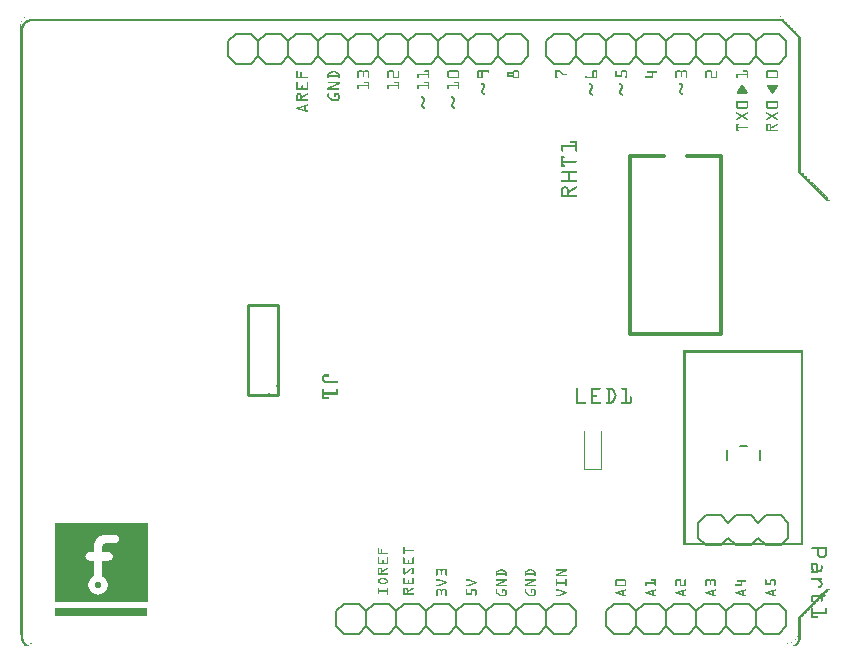
<source format=gto>
G04 MADE WITH FRITZING*
G04 WWW.FRITZING.ORG*
G04 DOUBLE SIDED*
G04 HOLES PLATED*
G04 CONTOUR ON CENTER OF CONTOUR VECTOR*
%ASAXBY*%
%FSLAX23Y23*%
%MOIN*%
%OFA0B0*%
%SFA1.0B1.0*%
%ADD10C,0.023361*%
%ADD11R,0.309167X0.027778*%
%ADD12C,0.008000*%
%ADD13C,0.013889*%
%ADD14C,0.010000*%
%ADD15C,0.006000*%
%ADD16R,0.001000X0.001000*%
%LNSILK1*%
G90*
G70*
G54D10*
X270Y202D03*
G54D11*
X281Y114D03*
G54D12*
X2471Y410D02*
X2496Y435D01*
D02*
X2496Y435D02*
X2546Y435D01*
D02*
X2546Y435D02*
X2571Y410D01*
D02*
X2571Y360D02*
X2546Y335D01*
D02*
X2546Y335D02*
X2496Y335D01*
D02*
X2496Y335D02*
X2471Y360D01*
D02*
X2296Y435D02*
X2346Y435D01*
D02*
X2346Y435D02*
X2371Y410D01*
D02*
X2371Y360D02*
X2346Y335D01*
D02*
X2371Y410D02*
X2396Y435D01*
D02*
X2396Y435D02*
X2446Y435D01*
D02*
X2446Y435D02*
X2471Y410D01*
D02*
X2471Y360D02*
X2446Y335D01*
D02*
X2446Y335D02*
X2396Y335D01*
D02*
X2396Y335D02*
X2371Y360D01*
D02*
X2271Y410D02*
X2271Y360D01*
D02*
X2296Y435D02*
X2271Y410D01*
D02*
X2271Y360D02*
X2296Y335D01*
D02*
X2346Y335D02*
X2296Y335D01*
D02*
X2571Y410D02*
X2571Y360D01*
D02*
X2477Y652D02*
X2477Y619D01*
D02*
X2365Y619D02*
X2365Y652D01*
D02*
X2411Y667D02*
X2432Y667D01*
G54D13*
D02*
X2042Y1633D02*
X2042Y1038D01*
D02*
X2042Y1038D02*
X2345Y1038D01*
D02*
X2345Y1038D02*
X2345Y1633D01*
D02*
X2042Y1633D02*
X2156Y1633D01*
D02*
X2232Y1633D02*
X2345Y1633D01*
G54D14*
D02*
X871Y835D02*
X871Y1135D01*
D02*
X871Y1135D02*
X771Y1135D01*
D02*
X771Y1135D02*
X771Y835D01*
D02*
X771Y835D02*
X871Y835D01*
G54D15*
D02*
X2289Y140D02*
X2339Y140D01*
D02*
X2339Y140D02*
X2364Y115D01*
D02*
X2364Y115D02*
X2364Y65D01*
D02*
X2364Y65D02*
X2339Y40D01*
D02*
X2364Y115D02*
X2389Y140D01*
D02*
X2389Y140D02*
X2439Y140D01*
D02*
X2439Y140D02*
X2464Y115D01*
D02*
X2464Y115D02*
X2464Y65D01*
D02*
X2464Y65D02*
X2439Y40D01*
D02*
X2439Y40D02*
X2389Y40D01*
D02*
X2389Y40D02*
X2364Y65D01*
D02*
X2164Y115D02*
X2189Y140D01*
D02*
X2189Y140D02*
X2239Y140D01*
D02*
X2239Y140D02*
X2264Y115D01*
D02*
X2264Y115D02*
X2264Y65D01*
D02*
X2264Y65D02*
X2239Y40D01*
D02*
X2239Y40D02*
X2189Y40D01*
D02*
X2189Y40D02*
X2164Y65D01*
D02*
X2289Y140D02*
X2264Y115D01*
D02*
X2264Y65D02*
X2289Y40D01*
D02*
X2339Y40D02*
X2289Y40D01*
D02*
X1989Y140D02*
X2039Y140D01*
D02*
X2039Y140D02*
X2064Y115D01*
D02*
X2064Y115D02*
X2064Y65D01*
D02*
X2064Y65D02*
X2039Y40D01*
D02*
X2064Y115D02*
X2089Y140D01*
D02*
X2089Y140D02*
X2139Y140D01*
D02*
X2139Y140D02*
X2164Y115D01*
D02*
X2164Y115D02*
X2164Y65D01*
D02*
X2164Y65D02*
X2139Y40D01*
D02*
X2139Y40D02*
X2089Y40D01*
D02*
X2089Y40D02*
X2064Y65D01*
D02*
X1964Y115D02*
X1964Y65D01*
D02*
X1989Y140D02*
X1964Y115D01*
D02*
X1964Y65D02*
X1989Y40D01*
D02*
X2039Y40D02*
X1989Y40D01*
D02*
X2489Y140D02*
X2539Y140D01*
D02*
X2539Y140D02*
X2564Y115D01*
D02*
X2564Y115D02*
X2564Y65D01*
D02*
X2564Y65D02*
X2539Y40D01*
D02*
X2489Y140D02*
X2464Y115D01*
D02*
X2464Y65D02*
X2489Y40D01*
D02*
X2539Y40D02*
X2489Y40D01*
D02*
X879Y1940D02*
X829Y1940D01*
D02*
X1079Y1940D02*
X1029Y1940D01*
D02*
X979Y1940D02*
X929Y1940D01*
D02*
X1179Y1940D02*
X1129Y1940D01*
D02*
X1379Y1940D02*
X1329Y1940D01*
D02*
X1279Y1940D02*
X1229Y1940D01*
D02*
X1479Y1940D02*
X1429Y1940D01*
D02*
X1679Y1940D02*
X1629Y1940D01*
D02*
X1579Y1940D02*
X1529Y1940D01*
D02*
X779Y1940D02*
X729Y1940D01*
D02*
X904Y1965D02*
X879Y1940D01*
D02*
X829Y1940D02*
X804Y1965D01*
D02*
X804Y1965D02*
X804Y2015D01*
D02*
X804Y2015D02*
X829Y2040D01*
D02*
X829Y2040D02*
X879Y2040D01*
D02*
X879Y2040D02*
X904Y2015D01*
D02*
X1029Y1940D02*
X1004Y1965D01*
D02*
X1004Y1965D02*
X1004Y2015D01*
D02*
X1004Y2015D02*
X1029Y2040D01*
D02*
X1004Y1965D02*
X979Y1940D01*
D02*
X929Y1940D02*
X904Y1965D01*
D02*
X904Y1965D02*
X904Y2015D01*
D02*
X904Y2015D02*
X929Y2040D01*
D02*
X929Y2040D02*
X979Y2040D01*
D02*
X979Y2040D02*
X1004Y2015D01*
D02*
X1204Y1965D02*
X1179Y1940D01*
D02*
X1129Y1940D02*
X1104Y1965D01*
D02*
X1104Y1965D02*
X1104Y2015D01*
D02*
X1104Y2015D02*
X1129Y2040D01*
D02*
X1129Y2040D02*
X1179Y2040D01*
D02*
X1179Y2040D02*
X1204Y2015D01*
D02*
X1079Y1940D02*
X1104Y1965D01*
D02*
X1104Y2015D02*
X1079Y2040D01*
D02*
X1029Y2040D02*
X1079Y2040D01*
D02*
X1329Y1940D02*
X1304Y1965D01*
D02*
X1304Y1965D02*
X1304Y2015D01*
D02*
X1304Y2015D02*
X1329Y2040D01*
D02*
X1304Y1965D02*
X1279Y1940D01*
D02*
X1229Y1940D02*
X1204Y1965D01*
D02*
X1204Y1965D02*
X1204Y2015D01*
D02*
X1204Y2015D02*
X1229Y2040D01*
D02*
X1229Y2040D02*
X1279Y2040D01*
D02*
X1279Y2040D02*
X1304Y2015D01*
D02*
X1504Y1965D02*
X1479Y1940D01*
D02*
X1429Y1940D02*
X1404Y1965D01*
D02*
X1404Y1965D02*
X1404Y2015D01*
D02*
X1404Y2015D02*
X1429Y2040D01*
D02*
X1429Y2040D02*
X1479Y2040D01*
D02*
X1479Y2040D02*
X1504Y2015D01*
D02*
X1379Y1940D02*
X1404Y1965D01*
D02*
X1404Y2015D02*
X1379Y2040D01*
D02*
X1329Y2040D02*
X1379Y2040D01*
D02*
X1629Y1940D02*
X1604Y1965D01*
D02*
X1604Y1965D02*
X1604Y2015D01*
D02*
X1604Y2015D02*
X1629Y2040D01*
D02*
X1604Y1965D02*
X1579Y1940D01*
D02*
X1529Y1940D02*
X1504Y1965D01*
D02*
X1504Y1965D02*
X1504Y2015D01*
D02*
X1504Y2015D02*
X1529Y2040D01*
D02*
X1529Y2040D02*
X1579Y2040D01*
D02*
X1579Y2040D02*
X1604Y2015D01*
D02*
X1704Y1965D02*
X1704Y2015D01*
D02*
X1679Y1940D02*
X1704Y1965D01*
D02*
X1704Y2015D02*
X1679Y2040D01*
D02*
X1629Y2040D02*
X1679Y2040D01*
D02*
X729Y1940D02*
X704Y1965D01*
D02*
X704Y1965D02*
X704Y2015D01*
D02*
X704Y2015D02*
X729Y2040D01*
D02*
X779Y1940D02*
X804Y1965D01*
D02*
X804Y2015D02*
X779Y2040D01*
D02*
X729Y2040D02*
X779Y2040D01*
D02*
X1939Y1940D02*
X1889Y1940D01*
D02*
X1889Y1940D02*
X1864Y1965D01*
D02*
X1864Y1965D02*
X1864Y2015D01*
D02*
X1864Y2015D02*
X1889Y2040D01*
D02*
X2064Y1965D02*
X2039Y1940D01*
D02*
X2039Y1940D02*
X1989Y1940D01*
D02*
X1989Y1940D02*
X1964Y1965D01*
D02*
X1964Y1965D02*
X1964Y2015D01*
D02*
X1964Y2015D02*
X1989Y2040D01*
D02*
X1989Y2040D02*
X2039Y2040D01*
D02*
X2039Y2040D02*
X2064Y2015D01*
D02*
X1939Y1940D02*
X1964Y1965D01*
D02*
X1964Y2015D02*
X1939Y2040D01*
D02*
X1889Y2040D02*
X1939Y2040D01*
D02*
X2239Y1940D02*
X2189Y1940D01*
D02*
X2189Y1940D02*
X2164Y1965D01*
D02*
X2164Y1965D02*
X2164Y2015D01*
D02*
X2164Y2015D02*
X2189Y2040D01*
D02*
X2164Y1965D02*
X2139Y1940D01*
D02*
X2139Y1940D02*
X2089Y1940D01*
D02*
X2089Y1940D02*
X2064Y1965D01*
D02*
X2064Y1965D02*
X2064Y2015D01*
D02*
X2064Y2015D02*
X2089Y2040D01*
D02*
X2089Y2040D02*
X2139Y2040D01*
D02*
X2139Y2040D02*
X2164Y2015D01*
D02*
X2364Y1965D02*
X2339Y1940D01*
D02*
X2339Y1940D02*
X2289Y1940D01*
D02*
X2289Y1940D02*
X2264Y1965D01*
D02*
X2264Y1965D02*
X2264Y2015D01*
D02*
X2264Y2015D02*
X2289Y2040D01*
D02*
X2289Y2040D02*
X2339Y2040D01*
D02*
X2339Y2040D02*
X2364Y2015D01*
D02*
X2239Y1940D02*
X2264Y1965D01*
D02*
X2264Y2015D02*
X2239Y2040D01*
D02*
X2189Y2040D02*
X2239Y2040D01*
D02*
X2539Y1940D02*
X2489Y1940D01*
D02*
X2489Y1940D02*
X2464Y1965D01*
D02*
X2464Y1965D02*
X2464Y2015D01*
D02*
X2464Y2015D02*
X2489Y2040D01*
D02*
X2464Y1965D02*
X2439Y1940D01*
D02*
X2439Y1940D02*
X2389Y1940D01*
D02*
X2389Y1940D02*
X2364Y1965D01*
D02*
X2364Y1965D02*
X2364Y2015D01*
D02*
X2364Y2015D02*
X2389Y2040D01*
D02*
X2389Y2040D02*
X2439Y2040D01*
D02*
X2439Y2040D02*
X2464Y2015D01*
D02*
X2564Y1965D02*
X2564Y2015D01*
D02*
X2539Y1940D02*
X2564Y1965D01*
D02*
X2564Y2015D02*
X2539Y2040D01*
D02*
X2489Y2040D02*
X2539Y2040D01*
D02*
X1839Y1940D02*
X1789Y1940D01*
D02*
X1789Y1940D02*
X1764Y1965D01*
D02*
X1764Y1965D02*
X1764Y2015D01*
D02*
X1764Y2015D02*
X1789Y2040D01*
D02*
X1839Y1940D02*
X1864Y1965D01*
D02*
X1864Y2015D02*
X1839Y2040D01*
D02*
X1789Y2040D02*
X1839Y2040D01*
D02*
X1689Y140D02*
X1739Y140D01*
D02*
X1739Y140D02*
X1764Y115D01*
D02*
X1764Y115D02*
X1764Y65D01*
D02*
X1764Y65D02*
X1739Y40D01*
D02*
X1564Y115D02*
X1589Y140D01*
D02*
X1589Y140D02*
X1639Y140D01*
D02*
X1639Y140D02*
X1664Y115D01*
D02*
X1664Y115D02*
X1664Y65D01*
D02*
X1664Y65D02*
X1639Y40D01*
D02*
X1639Y40D02*
X1589Y40D01*
D02*
X1589Y40D02*
X1564Y65D01*
D02*
X1689Y140D02*
X1664Y115D01*
D02*
X1664Y65D02*
X1689Y40D01*
D02*
X1739Y40D02*
X1689Y40D01*
D02*
X1389Y140D02*
X1439Y140D01*
D02*
X1439Y140D02*
X1464Y115D01*
D02*
X1464Y115D02*
X1464Y65D01*
D02*
X1464Y65D02*
X1439Y40D01*
D02*
X1464Y115D02*
X1489Y140D01*
D02*
X1489Y140D02*
X1539Y140D01*
D02*
X1539Y140D02*
X1564Y115D01*
D02*
X1564Y115D02*
X1564Y65D01*
D02*
X1564Y65D02*
X1539Y40D01*
D02*
X1539Y40D02*
X1489Y40D01*
D02*
X1489Y40D02*
X1464Y65D01*
D02*
X1264Y115D02*
X1289Y140D01*
D02*
X1289Y140D02*
X1339Y140D01*
D02*
X1339Y140D02*
X1364Y115D01*
D02*
X1364Y115D02*
X1364Y65D01*
D02*
X1364Y65D02*
X1339Y40D01*
D02*
X1339Y40D02*
X1289Y40D01*
D02*
X1289Y40D02*
X1264Y65D01*
D02*
X1389Y140D02*
X1364Y115D01*
D02*
X1364Y65D02*
X1389Y40D01*
D02*
X1439Y40D02*
X1389Y40D01*
D02*
X1089Y140D02*
X1139Y140D01*
D02*
X1139Y140D02*
X1164Y115D01*
D02*
X1164Y115D02*
X1164Y65D01*
D02*
X1164Y65D02*
X1139Y40D01*
D02*
X1164Y115D02*
X1189Y140D01*
D02*
X1189Y140D02*
X1239Y140D01*
D02*
X1239Y140D02*
X1264Y115D01*
D02*
X1264Y115D02*
X1264Y65D01*
D02*
X1264Y65D02*
X1239Y40D01*
D02*
X1239Y40D02*
X1189Y40D01*
D02*
X1189Y40D02*
X1164Y65D01*
D02*
X1064Y115D02*
X1064Y65D01*
D02*
X1089Y140D02*
X1064Y115D01*
D02*
X1064Y65D02*
X1089Y40D01*
D02*
X1139Y40D02*
X1089Y40D01*
D02*
X1789Y140D02*
X1839Y140D01*
D02*
X1839Y140D02*
X1864Y115D01*
D02*
X1864Y115D02*
X1864Y65D01*
D02*
X1864Y65D02*
X1839Y40D01*
D02*
X1789Y140D02*
X1764Y115D01*
D02*
X1764Y65D02*
X1789Y40D01*
D02*
X1839Y40D02*
X1789Y40D01*
G54D16*
X39Y2100D02*
X2544Y2100D01*
X35Y2099D02*
X38Y2099D01*
X2544Y2099D02*
X2545Y2099D01*
X33Y2098D02*
X34Y2098D01*
X2545Y2098D02*
X2546Y2098D01*
X30Y2097D02*
X32Y2097D01*
X2546Y2097D02*
X2547Y2097D01*
X29Y2096D02*
X30Y2096D01*
X2547Y2096D02*
X2548Y2096D01*
X27Y2095D02*
X28Y2095D01*
X2548Y2095D02*
X2549Y2095D01*
X25Y2094D02*
X26Y2094D01*
X2549Y2094D02*
X2550Y2094D01*
X24Y2093D02*
X25Y2093D01*
X2550Y2093D02*
X2551Y2093D01*
X23Y2092D02*
X23Y2092D01*
X2551Y2092D02*
X2552Y2092D01*
X22Y2091D02*
X22Y2091D01*
X2552Y2091D02*
X2553Y2091D01*
X21Y2090D02*
X21Y2090D01*
X47Y2090D02*
X2550Y2090D01*
X2553Y2090D02*
X2554Y2090D01*
X20Y2089D02*
X20Y2089D01*
X42Y2089D02*
X2551Y2089D01*
X2554Y2089D02*
X2555Y2089D01*
X19Y2088D02*
X19Y2088D01*
X39Y2088D02*
X2552Y2088D01*
X2555Y2088D02*
X2556Y2088D01*
X18Y2087D02*
X18Y2087D01*
X36Y2087D02*
X2553Y2087D01*
X2556Y2087D02*
X2557Y2087D01*
X18Y2086D02*
X18Y2086D01*
X34Y2086D02*
X2554Y2086D01*
X2557Y2086D02*
X2558Y2086D01*
X17Y2085D02*
X17Y2085D01*
X32Y2085D02*
X2555Y2085D01*
X2558Y2085D02*
X2559Y2085D01*
X16Y2084D02*
X16Y2084D01*
X31Y2084D02*
X2556Y2084D01*
X2559Y2084D02*
X2560Y2084D01*
X16Y2083D02*
X16Y2083D01*
X29Y2083D02*
X2557Y2083D01*
X2560Y2083D02*
X2561Y2083D01*
X15Y2082D02*
X15Y2082D01*
X28Y2082D02*
X47Y2082D01*
X2547Y2082D02*
X2558Y2082D01*
X2561Y2082D02*
X2562Y2082D01*
X14Y2081D02*
X15Y2081D01*
X27Y2081D02*
X42Y2081D01*
X2549Y2081D02*
X2559Y2081D01*
X2562Y2081D02*
X2563Y2081D01*
X14Y2080D02*
X14Y2080D01*
X26Y2080D02*
X39Y2080D01*
X2550Y2080D02*
X2560Y2080D01*
X2563Y2080D02*
X2564Y2080D01*
X14Y2079D02*
X14Y2079D01*
X24Y2079D02*
X37Y2079D01*
X2551Y2079D02*
X2561Y2079D01*
X2564Y2079D02*
X2565Y2079D01*
X13Y2078D02*
X13Y2078D01*
X23Y2078D02*
X35Y2078D01*
X2552Y2078D02*
X2562Y2078D01*
X2565Y2078D02*
X2566Y2078D01*
X13Y2077D02*
X13Y2077D01*
X23Y2077D02*
X33Y2077D01*
X2553Y2077D02*
X2563Y2077D01*
X2566Y2077D02*
X2567Y2077D01*
X12Y2076D02*
X12Y2076D01*
X22Y2076D02*
X32Y2076D01*
X2554Y2076D02*
X2564Y2076D01*
X2567Y2076D02*
X2568Y2076D01*
X12Y2075D02*
X12Y2075D01*
X21Y2075D02*
X31Y2075D01*
X2555Y2075D02*
X2565Y2075D01*
X2568Y2075D02*
X2569Y2075D01*
X12Y2074D02*
X12Y2074D01*
X20Y2074D02*
X30Y2074D01*
X2556Y2074D02*
X2566Y2074D01*
X2569Y2074D02*
X2570Y2074D01*
X12Y2073D02*
X12Y2073D01*
X19Y2073D02*
X29Y2073D01*
X2557Y2073D02*
X2567Y2073D01*
X2570Y2073D02*
X2571Y2073D01*
X11Y2072D02*
X11Y2072D01*
X19Y2072D02*
X28Y2072D01*
X2558Y2072D02*
X2568Y2072D01*
X2571Y2072D02*
X2572Y2072D01*
X11Y2071D02*
X11Y2071D01*
X18Y2071D02*
X27Y2071D01*
X2559Y2071D02*
X2569Y2071D01*
X2572Y2071D02*
X2573Y2071D01*
X11Y2070D02*
X11Y2070D01*
X18Y2070D02*
X26Y2070D01*
X2560Y2070D02*
X2570Y2070D01*
X2573Y2070D02*
X2574Y2070D01*
X11Y2069D02*
X11Y2069D01*
X17Y2069D02*
X25Y2069D01*
X2561Y2069D02*
X2571Y2069D01*
X2574Y2069D02*
X2575Y2069D01*
X11Y2068D02*
X11Y2068D01*
X17Y2068D02*
X25Y2068D01*
X2562Y2068D02*
X2572Y2068D01*
X2575Y2068D02*
X2576Y2068D01*
X11Y2067D02*
X11Y2067D01*
X16Y2067D02*
X24Y2067D01*
X2563Y2067D02*
X2573Y2067D01*
X2576Y2067D02*
X2577Y2067D01*
X11Y2066D02*
X11Y2066D01*
X16Y2066D02*
X23Y2066D01*
X2564Y2066D02*
X2574Y2066D01*
X2577Y2066D02*
X2578Y2066D01*
X11Y2065D02*
X11Y2065D01*
X15Y2065D02*
X23Y2065D01*
X2565Y2065D02*
X2575Y2065D01*
X2578Y2065D02*
X2579Y2065D01*
X11Y2064D02*
X11Y2064D01*
X15Y2064D02*
X22Y2064D01*
X2566Y2064D02*
X2576Y2064D01*
X2579Y2064D02*
X2580Y2064D01*
X11Y2063D02*
X11Y2063D01*
X15Y2063D02*
X22Y2063D01*
X2567Y2063D02*
X2577Y2063D01*
X2580Y2063D02*
X2581Y2063D01*
X11Y2062D02*
X11Y2062D01*
X14Y2062D02*
X22Y2062D01*
X2568Y2062D02*
X2578Y2062D01*
X2581Y2062D02*
X2582Y2062D01*
X11Y2061D02*
X11Y2061D01*
X14Y2061D02*
X21Y2061D01*
X2569Y2061D02*
X2579Y2061D01*
X2582Y2061D02*
X2583Y2061D01*
X11Y2060D02*
X11Y2060D01*
X14Y2060D02*
X21Y2060D01*
X2570Y2060D02*
X2580Y2060D01*
X2583Y2060D02*
X2584Y2060D01*
X11Y2059D02*
X11Y2059D01*
X14Y2059D02*
X21Y2059D01*
X2571Y2059D02*
X2581Y2059D01*
X2584Y2059D02*
X2585Y2059D01*
X11Y2058D02*
X11Y2058D01*
X13Y2058D02*
X20Y2058D01*
X2572Y2058D02*
X2582Y2058D01*
X2585Y2058D02*
X2586Y2058D01*
X11Y2057D02*
X11Y2057D01*
X13Y2057D02*
X20Y2057D01*
X2573Y2057D02*
X2583Y2057D01*
X2586Y2057D02*
X2587Y2057D01*
X11Y2056D02*
X11Y2056D01*
X13Y2056D02*
X20Y2056D01*
X2574Y2056D02*
X2584Y2056D01*
X2587Y2056D02*
X2588Y2056D01*
X11Y2055D02*
X11Y2055D01*
X13Y2055D02*
X20Y2055D01*
X2575Y2055D02*
X2585Y2055D01*
X2588Y2055D02*
X2589Y2055D01*
X11Y2054D02*
X11Y2054D01*
X13Y2054D02*
X20Y2054D01*
X2576Y2054D02*
X2586Y2054D01*
X2589Y2054D02*
X2590Y2054D01*
X11Y2053D02*
X11Y2053D01*
X13Y2053D02*
X20Y2053D01*
X2577Y2053D02*
X2587Y2053D01*
X2590Y2053D02*
X2591Y2053D01*
X11Y2052D02*
X11Y2052D01*
X13Y2052D02*
X20Y2052D01*
X2578Y2052D02*
X2588Y2052D01*
X2591Y2052D02*
X2592Y2052D01*
X11Y2051D02*
X11Y2051D01*
X13Y2051D02*
X20Y2051D01*
X2579Y2051D02*
X2589Y2051D01*
X2592Y2051D02*
X2593Y2051D01*
X11Y2050D02*
X11Y2050D01*
X13Y2050D02*
X20Y2050D01*
X2580Y2050D02*
X2590Y2050D01*
X2593Y2050D02*
X2594Y2050D01*
X11Y2049D02*
X11Y2049D01*
X13Y2049D02*
X20Y2049D01*
X2581Y2049D02*
X2591Y2049D01*
X2594Y2049D02*
X2595Y2049D01*
X11Y2048D02*
X11Y2048D01*
X13Y2048D02*
X20Y2048D01*
X2582Y2048D02*
X2592Y2048D01*
X2595Y2048D02*
X2596Y2048D01*
X11Y2047D02*
X11Y2047D01*
X13Y2047D02*
X20Y2047D01*
X2583Y2047D02*
X2593Y2047D01*
X2596Y2047D02*
X2597Y2047D01*
X11Y2046D02*
X11Y2046D01*
X13Y2046D02*
X20Y2046D01*
X2584Y2046D02*
X2594Y2046D01*
X2597Y2046D02*
X2598Y2046D01*
X11Y2045D02*
X11Y2045D01*
X13Y2045D02*
X20Y2045D01*
X2585Y2045D02*
X2595Y2045D01*
X2598Y2045D02*
X2599Y2045D01*
X11Y2044D02*
X11Y2044D01*
X13Y2044D02*
X20Y2044D01*
X2586Y2044D02*
X2596Y2044D01*
X2599Y2044D02*
X2600Y2044D01*
X11Y2043D02*
X11Y2043D01*
X13Y2043D02*
X20Y2043D01*
X2587Y2043D02*
X2597Y2043D01*
X2600Y2043D02*
X2601Y2043D01*
X11Y2042D02*
X11Y2042D01*
X13Y2042D02*
X20Y2042D01*
X2588Y2042D02*
X2598Y2042D01*
X2601Y2042D02*
X2602Y2042D01*
X11Y2041D02*
X11Y2041D01*
X13Y2041D02*
X20Y2041D01*
X2589Y2041D02*
X2599Y2041D01*
X2602Y2041D02*
X2603Y2041D01*
X11Y2040D02*
X11Y2040D01*
X13Y2040D02*
X20Y2040D01*
X2590Y2040D02*
X2600Y2040D01*
X2603Y2040D02*
X2603Y2040D01*
X11Y2039D02*
X11Y2039D01*
X13Y2039D02*
X20Y2039D01*
X2591Y2039D02*
X2601Y2039D01*
X2603Y2039D02*
X2603Y2039D01*
X11Y2038D02*
X11Y2038D01*
X13Y2038D02*
X20Y2038D01*
X2592Y2038D02*
X2603Y2038D01*
X11Y2037D02*
X11Y2037D01*
X13Y2037D02*
X20Y2037D01*
X2593Y2037D02*
X2603Y2037D01*
X11Y2036D02*
X11Y2036D01*
X13Y2036D02*
X20Y2036D01*
X2594Y2036D02*
X2604Y2036D01*
X11Y2035D02*
X11Y2035D01*
X13Y2035D02*
X20Y2035D01*
X2595Y2035D02*
X2605Y2035D01*
X11Y2034D02*
X11Y2034D01*
X13Y2034D02*
X20Y2034D01*
X2596Y2034D02*
X2606Y2034D01*
X11Y2033D02*
X11Y2033D01*
X13Y2033D02*
X20Y2033D01*
X2597Y2033D02*
X2607Y2033D01*
X11Y2032D02*
X11Y2032D01*
X13Y2032D02*
X20Y2032D01*
X2598Y2032D02*
X2608Y2032D01*
X11Y2031D02*
X11Y2031D01*
X13Y2031D02*
X20Y2031D01*
X2599Y2031D02*
X2609Y2031D01*
X11Y2030D02*
X11Y2030D01*
X13Y2030D02*
X20Y2030D01*
X2600Y2030D02*
X2610Y2030D01*
X11Y2029D02*
X11Y2029D01*
X13Y2029D02*
X20Y2029D01*
X2601Y2029D02*
X2611Y2029D01*
X11Y2028D02*
X11Y2028D01*
X13Y2028D02*
X20Y2028D01*
X2602Y2028D02*
X2612Y2028D01*
X11Y2027D02*
X11Y2027D01*
X13Y2027D02*
X20Y2027D01*
X2603Y2027D02*
X2612Y2027D01*
X11Y2026D02*
X11Y2026D01*
X13Y2026D02*
X20Y2026D01*
X2603Y2026D02*
X2612Y2026D01*
X11Y2025D02*
X11Y2025D01*
X13Y2025D02*
X20Y2025D01*
X2603Y2025D02*
X2603Y2025D01*
X2605Y2025D02*
X2612Y2025D01*
X11Y2024D02*
X11Y2024D01*
X13Y2024D02*
X20Y2024D01*
X2603Y2024D02*
X2603Y2024D01*
X2605Y2024D02*
X2612Y2024D01*
X11Y2023D02*
X11Y2023D01*
X13Y2023D02*
X20Y2023D01*
X2603Y2023D02*
X2603Y2023D01*
X2605Y2023D02*
X2612Y2023D01*
X11Y2022D02*
X11Y2022D01*
X13Y2022D02*
X20Y2022D01*
X2603Y2022D02*
X2603Y2022D01*
X2605Y2022D02*
X2612Y2022D01*
X11Y2021D02*
X11Y2021D01*
X13Y2021D02*
X20Y2021D01*
X2603Y2021D02*
X2603Y2021D01*
X2605Y2021D02*
X2612Y2021D01*
X11Y2020D02*
X11Y2020D01*
X13Y2020D02*
X20Y2020D01*
X2603Y2020D02*
X2603Y2020D01*
X2605Y2020D02*
X2612Y2020D01*
X11Y2019D02*
X11Y2019D01*
X13Y2019D02*
X20Y2019D01*
X2603Y2019D02*
X2603Y2019D01*
X2605Y2019D02*
X2612Y2019D01*
X11Y2018D02*
X11Y2018D01*
X13Y2018D02*
X20Y2018D01*
X2603Y2018D02*
X2603Y2018D01*
X2605Y2018D02*
X2612Y2018D01*
X11Y2017D02*
X11Y2017D01*
X13Y2017D02*
X20Y2017D01*
X2603Y2017D02*
X2603Y2017D01*
X2605Y2017D02*
X2612Y2017D01*
X11Y2016D02*
X11Y2016D01*
X13Y2016D02*
X20Y2016D01*
X2603Y2016D02*
X2603Y2016D01*
X2605Y2016D02*
X2612Y2016D01*
X11Y2015D02*
X11Y2015D01*
X13Y2015D02*
X20Y2015D01*
X2603Y2015D02*
X2603Y2015D01*
X2605Y2015D02*
X2612Y2015D01*
X11Y2014D02*
X11Y2014D01*
X13Y2014D02*
X20Y2014D01*
X2603Y2014D02*
X2603Y2014D01*
X2605Y2014D02*
X2612Y2014D01*
X11Y2013D02*
X11Y2013D01*
X13Y2013D02*
X20Y2013D01*
X2603Y2013D02*
X2603Y2013D01*
X2605Y2013D02*
X2612Y2013D01*
X11Y2012D02*
X11Y2012D01*
X13Y2012D02*
X20Y2012D01*
X2603Y2012D02*
X2603Y2012D01*
X2605Y2012D02*
X2612Y2012D01*
X11Y2011D02*
X11Y2011D01*
X13Y2011D02*
X20Y2011D01*
X2603Y2011D02*
X2603Y2011D01*
X2605Y2011D02*
X2612Y2011D01*
X11Y2010D02*
X11Y2010D01*
X13Y2010D02*
X20Y2010D01*
X2603Y2010D02*
X2603Y2010D01*
X2605Y2010D02*
X2612Y2010D01*
X11Y2009D02*
X11Y2009D01*
X13Y2009D02*
X20Y2009D01*
X2603Y2009D02*
X2603Y2009D01*
X2605Y2009D02*
X2612Y2009D01*
X11Y2008D02*
X11Y2008D01*
X13Y2008D02*
X20Y2008D01*
X2603Y2008D02*
X2603Y2008D01*
X2605Y2008D02*
X2612Y2008D01*
X11Y2007D02*
X11Y2007D01*
X13Y2007D02*
X20Y2007D01*
X2603Y2007D02*
X2603Y2007D01*
X2605Y2007D02*
X2612Y2007D01*
X11Y2006D02*
X11Y2006D01*
X13Y2006D02*
X20Y2006D01*
X2603Y2006D02*
X2603Y2006D01*
X2605Y2006D02*
X2612Y2006D01*
X11Y2005D02*
X11Y2005D01*
X13Y2005D02*
X20Y2005D01*
X2603Y2005D02*
X2603Y2005D01*
X2605Y2005D02*
X2612Y2005D01*
X11Y2004D02*
X11Y2004D01*
X13Y2004D02*
X20Y2004D01*
X2603Y2004D02*
X2603Y2004D01*
X2605Y2004D02*
X2612Y2004D01*
X11Y2003D02*
X11Y2003D01*
X13Y2003D02*
X20Y2003D01*
X2603Y2003D02*
X2603Y2003D01*
X2605Y2003D02*
X2612Y2003D01*
X11Y2002D02*
X11Y2002D01*
X13Y2002D02*
X20Y2002D01*
X2603Y2002D02*
X2603Y2002D01*
X2605Y2002D02*
X2612Y2002D01*
X11Y2001D02*
X11Y2001D01*
X13Y2001D02*
X20Y2001D01*
X2603Y2001D02*
X2603Y2001D01*
X2605Y2001D02*
X2612Y2001D01*
X11Y2000D02*
X11Y2000D01*
X13Y2000D02*
X20Y2000D01*
X2603Y2000D02*
X2603Y2000D01*
X2605Y2000D02*
X2612Y2000D01*
X11Y1999D02*
X11Y1999D01*
X13Y1999D02*
X20Y1999D01*
X2603Y1999D02*
X2603Y1999D01*
X2605Y1999D02*
X2612Y1999D01*
X11Y1998D02*
X11Y1998D01*
X13Y1998D02*
X20Y1998D01*
X2603Y1998D02*
X2603Y1998D01*
X2605Y1998D02*
X2612Y1998D01*
X11Y1997D02*
X11Y1997D01*
X13Y1997D02*
X20Y1997D01*
X2603Y1997D02*
X2603Y1997D01*
X2605Y1997D02*
X2612Y1997D01*
X11Y1996D02*
X11Y1996D01*
X13Y1996D02*
X20Y1996D01*
X2603Y1996D02*
X2603Y1996D01*
X2605Y1996D02*
X2612Y1996D01*
X11Y1995D02*
X11Y1995D01*
X13Y1995D02*
X20Y1995D01*
X2603Y1995D02*
X2603Y1995D01*
X2605Y1995D02*
X2612Y1995D01*
X11Y1994D02*
X11Y1994D01*
X13Y1994D02*
X20Y1994D01*
X2603Y1994D02*
X2603Y1994D01*
X2605Y1994D02*
X2612Y1994D01*
X11Y1993D02*
X11Y1993D01*
X13Y1993D02*
X20Y1993D01*
X2603Y1993D02*
X2603Y1993D01*
X2605Y1993D02*
X2612Y1993D01*
X11Y1992D02*
X11Y1992D01*
X13Y1992D02*
X20Y1992D01*
X2603Y1992D02*
X2603Y1992D01*
X2605Y1992D02*
X2612Y1992D01*
X11Y1991D02*
X11Y1991D01*
X13Y1991D02*
X20Y1991D01*
X2603Y1991D02*
X2603Y1991D01*
X2605Y1991D02*
X2612Y1991D01*
X11Y1990D02*
X11Y1990D01*
X13Y1990D02*
X20Y1990D01*
X2603Y1990D02*
X2603Y1990D01*
X2605Y1990D02*
X2612Y1990D01*
X11Y1989D02*
X11Y1989D01*
X13Y1989D02*
X20Y1989D01*
X2603Y1989D02*
X2603Y1989D01*
X2605Y1989D02*
X2612Y1989D01*
X11Y1988D02*
X11Y1988D01*
X13Y1988D02*
X20Y1988D01*
X2603Y1988D02*
X2603Y1988D01*
X2605Y1988D02*
X2612Y1988D01*
X11Y1987D02*
X11Y1987D01*
X13Y1987D02*
X20Y1987D01*
X2603Y1987D02*
X2603Y1987D01*
X2605Y1987D02*
X2612Y1987D01*
X11Y1986D02*
X11Y1986D01*
X13Y1986D02*
X20Y1986D01*
X2603Y1986D02*
X2603Y1986D01*
X2605Y1986D02*
X2612Y1986D01*
X11Y1985D02*
X11Y1985D01*
X13Y1985D02*
X20Y1985D01*
X2603Y1985D02*
X2603Y1985D01*
X2605Y1985D02*
X2612Y1985D01*
X11Y1984D02*
X11Y1984D01*
X13Y1984D02*
X20Y1984D01*
X2603Y1984D02*
X2603Y1984D01*
X2605Y1984D02*
X2612Y1984D01*
X11Y1983D02*
X11Y1983D01*
X13Y1983D02*
X20Y1983D01*
X2603Y1983D02*
X2603Y1983D01*
X2605Y1983D02*
X2612Y1983D01*
X11Y1982D02*
X11Y1982D01*
X13Y1982D02*
X20Y1982D01*
X2603Y1982D02*
X2603Y1982D01*
X2605Y1982D02*
X2612Y1982D01*
X11Y1981D02*
X11Y1981D01*
X13Y1981D02*
X20Y1981D01*
X2603Y1981D02*
X2603Y1981D01*
X2605Y1981D02*
X2612Y1981D01*
X11Y1980D02*
X11Y1980D01*
X13Y1980D02*
X20Y1980D01*
X2603Y1980D02*
X2603Y1980D01*
X2605Y1980D02*
X2612Y1980D01*
X11Y1979D02*
X11Y1979D01*
X13Y1979D02*
X20Y1979D01*
X2603Y1979D02*
X2603Y1979D01*
X2605Y1979D02*
X2612Y1979D01*
X11Y1978D02*
X11Y1978D01*
X13Y1978D02*
X20Y1978D01*
X2603Y1978D02*
X2603Y1978D01*
X2605Y1978D02*
X2612Y1978D01*
X11Y1977D02*
X11Y1977D01*
X13Y1977D02*
X20Y1977D01*
X2603Y1977D02*
X2603Y1977D01*
X2605Y1977D02*
X2612Y1977D01*
X11Y1976D02*
X11Y1976D01*
X13Y1976D02*
X20Y1976D01*
X2603Y1976D02*
X2603Y1976D01*
X2605Y1976D02*
X2612Y1976D01*
X11Y1975D02*
X11Y1975D01*
X13Y1975D02*
X20Y1975D01*
X2603Y1975D02*
X2603Y1975D01*
X2605Y1975D02*
X2612Y1975D01*
X11Y1974D02*
X11Y1974D01*
X13Y1974D02*
X20Y1974D01*
X2603Y1974D02*
X2603Y1974D01*
X2605Y1974D02*
X2612Y1974D01*
X11Y1973D02*
X11Y1973D01*
X13Y1973D02*
X20Y1973D01*
X2603Y1973D02*
X2603Y1973D01*
X2605Y1973D02*
X2612Y1973D01*
X11Y1972D02*
X11Y1972D01*
X13Y1972D02*
X20Y1972D01*
X2603Y1972D02*
X2603Y1972D01*
X2605Y1972D02*
X2612Y1972D01*
X11Y1971D02*
X11Y1971D01*
X13Y1971D02*
X20Y1971D01*
X2603Y1971D02*
X2603Y1971D01*
X2605Y1971D02*
X2612Y1971D01*
X11Y1970D02*
X11Y1970D01*
X13Y1970D02*
X20Y1970D01*
X2603Y1970D02*
X2603Y1970D01*
X2605Y1970D02*
X2612Y1970D01*
X11Y1969D02*
X11Y1969D01*
X13Y1969D02*
X20Y1969D01*
X2603Y1969D02*
X2603Y1969D01*
X2605Y1969D02*
X2612Y1969D01*
X11Y1968D02*
X11Y1968D01*
X13Y1968D02*
X20Y1968D01*
X2603Y1968D02*
X2603Y1968D01*
X2605Y1968D02*
X2612Y1968D01*
X11Y1967D02*
X11Y1967D01*
X13Y1967D02*
X20Y1967D01*
X2603Y1967D02*
X2603Y1967D01*
X2605Y1967D02*
X2612Y1967D01*
X11Y1966D02*
X11Y1966D01*
X13Y1966D02*
X20Y1966D01*
X2603Y1966D02*
X2603Y1966D01*
X2605Y1966D02*
X2612Y1966D01*
X11Y1965D02*
X11Y1965D01*
X13Y1965D02*
X20Y1965D01*
X2603Y1965D02*
X2603Y1965D01*
X2605Y1965D02*
X2612Y1965D01*
X11Y1964D02*
X11Y1964D01*
X13Y1964D02*
X20Y1964D01*
X2603Y1964D02*
X2603Y1964D01*
X2605Y1964D02*
X2612Y1964D01*
X11Y1963D02*
X11Y1963D01*
X13Y1963D02*
X20Y1963D01*
X2603Y1963D02*
X2603Y1963D01*
X2605Y1963D02*
X2612Y1963D01*
X11Y1962D02*
X11Y1962D01*
X13Y1962D02*
X20Y1962D01*
X2603Y1962D02*
X2603Y1962D01*
X2605Y1962D02*
X2612Y1962D01*
X11Y1961D02*
X11Y1961D01*
X13Y1961D02*
X20Y1961D01*
X2603Y1961D02*
X2603Y1961D01*
X2605Y1961D02*
X2612Y1961D01*
X11Y1960D02*
X11Y1960D01*
X13Y1960D02*
X20Y1960D01*
X2603Y1960D02*
X2603Y1960D01*
X2605Y1960D02*
X2612Y1960D01*
X11Y1959D02*
X11Y1959D01*
X13Y1959D02*
X20Y1959D01*
X2603Y1959D02*
X2603Y1959D01*
X2605Y1959D02*
X2612Y1959D01*
X11Y1958D02*
X11Y1958D01*
X13Y1958D02*
X20Y1958D01*
X2603Y1958D02*
X2603Y1958D01*
X2605Y1958D02*
X2612Y1958D01*
X11Y1957D02*
X11Y1957D01*
X13Y1957D02*
X20Y1957D01*
X2603Y1957D02*
X2603Y1957D01*
X2605Y1957D02*
X2612Y1957D01*
X11Y1956D02*
X11Y1956D01*
X13Y1956D02*
X20Y1956D01*
X2603Y1956D02*
X2603Y1956D01*
X2605Y1956D02*
X2612Y1956D01*
X11Y1955D02*
X11Y1955D01*
X13Y1955D02*
X20Y1955D01*
X2603Y1955D02*
X2603Y1955D01*
X2605Y1955D02*
X2612Y1955D01*
X11Y1954D02*
X11Y1954D01*
X13Y1954D02*
X20Y1954D01*
X2603Y1954D02*
X2603Y1954D01*
X2605Y1954D02*
X2612Y1954D01*
X11Y1953D02*
X11Y1953D01*
X13Y1953D02*
X20Y1953D01*
X2603Y1953D02*
X2603Y1953D01*
X2605Y1953D02*
X2612Y1953D01*
X11Y1952D02*
X11Y1952D01*
X13Y1952D02*
X20Y1952D01*
X2603Y1952D02*
X2603Y1952D01*
X2605Y1952D02*
X2612Y1952D01*
X11Y1951D02*
X11Y1951D01*
X13Y1951D02*
X20Y1951D01*
X2603Y1951D02*
X2603Y1951D01*
X2605Y1951D02*
X2612Y1951D01*
X11Y1950D02*
X11Y1950D01*
X13Y1950D02*
X20Y1950D01*
X2603Y1950D02*
X2603Y1950D01*
X2605Y1950D02*
X2612Y1950D01*
X11Y1949D02*
X11Y1949D01*
X13Y1949D02*
X20Y1949D01*
X2603Y1949D02*
X2603Y1949D01*
X2605Y1949D02*
X2612Y1949D01*
X11Y1948D02*
X11Y1948D01*
X13Y1948D02*
X20Y1948D01*
X2603Y1948D02*
X2603Y1948D01*
X2605Y1948D02*
X2612Y1948D01*
X11Y1947D02*
X11Y1947D01*
X13Y1947D02*
X20Y1947D01*
X2603Y1947D02*
X2603Y1947D01*
X2605Y1947D02*
X2612Y1947D01*
X11Y1946D02*
X11Y1946D01*
X13Y1946D02*
X20Y1946D01*
X2603Y1946D02*
X2603Y1946D01*
X2605Y1946D02*
X2612Y1946D01*
X11Y1945D02*
X11Y1945D01*
X13Y1945D02*
X20Y1945D01*
X2603Y1945D02*
X2603Y1945D01*
X2605Y1945D02*
X2612Y1945D01*
X11Y1944D02*
X11Y1944D01*
X13Y1944D02*
X20Y1944D01*
X2603Y1944D02*
X2603Y1944D01*
X2605Y1944D02*
X2612Y1944D01*
X11Y1943D02*
X11Y1943D01*
X13Y1943D02*
X20Y1943D01*
X2603Y1943D02*
X2603Y1943D01*
X2605Y1943D02*
X2612Y1943D01*
X11Y1942D02*
X11Y1942D01*
X13Y1942D02*
X20Y1942D01*
X2603Y1942D02*
X2603Y1942D01*
X2605Y1942D02*
X2612Y1942D01*
X11Y1941D02*
X11Y1941D01*
X13Y1941D02*
X20Y1941D01*
X2603Y1941D02*
X2603Y1941D01*
X2605Y1941D02*
X2612Y1941D01*
X11Y1940D02*
X11Y1940D01*
X13Y1940D02*
X20Y1940D01*
X2603Y1940D02*
X2603Y1940D01*
X2605Y1940D02*
X2612Y1940D01*
X11Y1939D02*
X11Y1939D01*
X13Y1939D02*
X20Y1939D01*
X2603Y1939D02*
X2603Y1939D01*
X2605Y1939D02*
X2612Y1939D01*
X11Y1938D02*
X11Y1938D01*
X13Y1938D02*
X20Y1938D01*
X2603Y1938D02*
X2603Y1938D01*
X2605Y1938D02*
X2612Y1938D01*
X11Y1937D02*
X11Y1937D01*
X13Y1937D02*
X20Y1937D01*
X2603Y1937D02*
X2603Y1937D01*
X2605Y1937D02*
X2612Y1937D01*
X11Y1936D02*
X11Y1936D01*
X13Y1936D02*
X20Y1936D01*
X2603Y1936D02*
X2603Y1936D01*
X2605Y1936D02*
X2612Y1936D01*
X11Y1935D02*
X11Y1935D01*
X13Y1935D02*
X20Y1935D01*
X2603Y1935D02*
X2603Y1935D01*
X2605Y1935D02*
X2612Y1935D01*
X11Y1934D02*
X11Y1934D01*
X13Y1934D02*
X20Y1934D01*
X2603Y1934D02*
X2603Y1934D01*
X2605Y1934D02*
X2612Y1934D01*
X11Y1933D02*
X11Y1933D01*
X13Y1933D02*
X20Y1933D01*
X2603Y1933D02*
X2603Y1933D01*
X2605Y1933D02*
X2612Y1933D01*
X11Y1932D02*
X11Y1932D01*
X13Y1932D02*
X20Y1932D01*
X2603Y1932D02*
X2603Y1932D01*
X2605Y1932D02*
X2612Y1932D01*
X11Y1931D02*
X11Y1931D01*
X13Y1931D02*
X20Y1931D01*
X2603Y1931D02*
X2603Y1931D01*
X2605Y1931D02*
X2612Y1931D01*
X11Y1930D02*
X11Y1930D01*
X13Y1930D02*
X20Y1930D01*
X2603Y1930D02*
X2603Y1930D01*
X2605Y1930D02*
X2612Y1930D01*
X11Y1929D02*
X11Y1929D01*
X13Y1929D02*
X20Y1929D01*
X2603Y1929D02*
X2603Y1929D01*
X2605Y1929D02*
X2612Y1929D01*
X11Y1928D02*
X11Y1928D01*
X13Y1928D02*
X20Y1928D01*
X2603Y1928D02*
X2603Y1928D01*
X2605Y1928D02*
X2612Y1928D01*
X11Y1927D02*
X11Y1927D01*
X13Y1927D02*
X20Y1927D01*
X2603Y1927D02*
X2603Y1927D01*
X2605Y1927D02*
X2612Y1927D01*
X11Y1926D02*
X11Y1926D01*
X13Y1926D02*
X20Y1926D01*
X2603Y1926D02*
X2603Y1926D01*
X2605Y1926D02*
X2612Y1926D01*
X11Y1925D02*
X11Y1925D01*
X13Y1925D02*
X20Y1925D01*
X2603Y1925D02*
X2603Y1925D01*
X2605Y1925D02*
X2612Y1925D01*
X11Y1924D02*
X11Y1924D01*
X13Y1924D02*
X20Y1924D01*
X2603Y1924D02*
X2603Y1924D01*
X2605Y1924D02*
X2612Y1924D01*
X11Y1923D02*
X11Y1923D01*
X13Y1923D02*
X20Y1923D01*
X2603Y1923D02*
X2603Y1923D01*
X2605Y1923D02*
X2612Y1923D01*
X11Y1922D02*
X11Y1922D01*
X13Y1922D02*
X20Y1922D01*
X2603Y1922D02*
X2603Y1922D01*
X2605Y1922D02*
X2612Y1922D01*
X11Y1921D02*
X11Y1921D01*
X13Y1921D02*
X20Y1921D01*
X2603Y1921D02*
X2603Y1921D01*
X2605Y1921D02*
X2612Y1921D01*
X11Y1920D02*
X11Y1920D01*
X13Y1920D02*
X20Y1920D01*
X2603Y1920D02*
X2603Y1920D01*
X2605Y1920D02*
X2612Y1920D01*
X11Y1919D02*
X11Y1919D01*
X13Y1919D02*
X20Y1919D01*
X2603Y1919D02*
X2603Y1919D01*
X2605Y1919D02*
X2612Y1919D01*
X11Y1918D02*
X11Y1918D01*
X13Y1918D02*
X20Y1918D01*
X1139Y1918D02*
X1150Y1918D01*
X1159Y1918D02*
X1169Y1918D01*
X1239Y1918D02*
X1252Y1918D01*
X1272Y1918D02*
X1272Y1918D01*
X1359Y1918D02*
X1372Y1918D01*
X1439Y1918D02*
X1469Y1918D01*
X1537Y1918D02*
X1572Y1918D01*
X1657Y1918D02*
X1669Y1918D01*
X1795Y1918D02*
X1809Y1918D01*
X1919Y1918D02*
X1932Y1918D01*
X2017Y1918D02*
X2029Y1918D01*
X2199Y1918D02*
X2209Y1918D01*
X2219Y1918D02*
X2229Y1918D01*
X2299Y1918D02*
X2311Y1918D01*
X2421Y1918D02*
X2434Y1918D01*
X2501Y1918D02*
X2531Y1918D01*
X2603Y1918D02*
X2603Y1918D01*
X2605Y1918D02*
X2612Y1918D01*
X11Y1917D02*
X11Y1917D01*
X13Y1917D02*
X20Y1917D01*
X932Y1917D02*
X934Y1917D01*
X1053Y1917D02*
X1057Y1917D01*
X1137Y1917D02*
X1152Y1917D01*
X1156Y1917D02*
X1172Y1917D01*
X1237Y1917D02*
X1254Y1917D01*
X1270Y1917D02*
X1274Y1917D01*
X1357Y1917D02*
X1373Y1917D01*
X1437Y1917D02*
X1472Y1917D01*
X1535Y1917D02*
X1573Y1917D01*
X1654Y1917D02*
X1672Y1917D01*
X1794Y1917D02*
X1811Y1917D01*
X1917Y1917D02*
X1933Y1917D01*
X1995Y1917D02*
X1998Y1917D01*
X2014Y1917D02*
X2031Y1917D01*
X2196Y1917D02*
X2212Y1917D01*
X2216Y1917D02*
X2231Y1917D01*
X2296Y1917D02*
X2314Y1917D01*
X2330Y1917D02*
X2333Y1917D01*
X2419Y1917D02*
X2436Y1917D01*
X2499Y1917D02*
X2534Y1917D01*
X2603Y1917D02*
X2603Y1917D01*
X2605Y1917D02*
X2612Y1917D01*
X11Y1916D02*
X11Y1916D01*
X13Y1916D02*
X20Y1916D01*
X931Y1916D02*
X935Y1916D01*
X1050Y1916D02*
X1060Y1916D01*
X1136Y1916D02*
X1173Y1916D01*
X1236Y1916D02*
X1255Y1916D01*
X1270Y1916D02*
X1274Y1916D01*
X1357Y1916D02*
X1374Y1916D01*
X1436Y1916D02*
X1473Y1916D01*
X1534Y1916D02*
X1574Y1916D01*
X1653Y1916D02*
X1673Y1916D01*
X1794Y1916D02*
X1812Y1916D01*
X1916Y1916D02*
X1934Y1916D01*
X1994Y1916D02*
X1998Y1916D01*
X2013Y1916D02*
X2033Y1916D01*
X2117Y1916D02*
X2120Y1916D01*
X2195Y1916D02*
X2232Y1916D01*
X2295Y1916D02*
X2315Y1916D01*
X2330Y1916D02*
X2334Y1916D01*
X2419Y1916D02*
X2436Y1916D01*
X2498Y1916D02*
X2535Y1916D01*
X2603Y1916D02*
X2603Y1916D01*
X2605Y1916D02*
X2612Y1916D01*
X11Y1915D02*
X11Y1915D01*
X13Y1915D02*
X20Y1915D01*
X931Y1915D02*
X935Y1915D01*
X1048Y1915D02*
X1062Y1915D01*
X1135Y1915D02*
X1174Y1915D01*
X1235Y1915D02*
X1256Y1915D01*
X1270Y1915D02*
X1274Y1915D01*
X1357Y1915D02*
X1374Y1915D01*
X1435Y1915D02*
X1473Y1915D01*
X1534Y1915D02*
X1574Y1915D01*
X1653Y1915D02*
X1673Y1915D01*
X1794Y1915D02*
X1813Y1915D01*
X1916Y1915D02*
X1934Y1915D01*
X1994Y1915D02*
X1998Y1915D01*
X2012Y1915D02*
X2033Y1915D01*
X2116Y1915D02*
X2120Y1915D01*
X2195Y1915D02*
X2233Y1915D01*
X2295Y1915D02*
X2315Y1915D01*
X2329Y1915D02*
X2334Y1915D01*
X2419Y1915D02*
X2436Y1915D01*
X2497Y1915D02*
X2536Y1915D01*
X2603Y1915D02*
X2603Y1915D01*
X2605Y1915D02*
X2612Y1915D01*
X11Y1914D02*
X11Y1914D01*
X13Y1914D02*
X20Y1914D01*
X931Y1914D02*
X935Y1914D01*
X1046Y1914D02*
X1064Y1914D01*
X1135Y1914D02*
X1174Y1914D01*
X1235Y1914D02*
X1256Y1914D01*
X1270Y1914D02*
X1274Y1914D01*
X1357Y1914D02*
X1374Y1914D01*
X1435Y1914D02*
X1474Y1914D01*
X1534Y1914D02*
X1574Y1914D01*
X1652Y1914D02*
X1674Y1914D01*
X1794Y1914D02*
X1814Y1914D01*
X1916Y1914D02*
X1934Y1914D01*
X1994Y1914D02*
X1998Y1914D01*
X2012Y1914D02*
X2034Y1914D01*
X2100Y1914D02*
X2132Y1914D01*
X2194Y1914D02*
X2233Y1914D01*
X2294Y1914D02*
X2316Y1914D01*
X2329Y1914D02*
X2334Y1914D01*
X2419Y1914D02*
X2436Y1914D01*
X2497Y1914D02*
X2536Y1914D01*
X2603Y1914D02*
X2603Y1914D01*
X2605Y1914D02*
X2612Y1914D01*
X11Y1913D02*
X11Y1913D01*
X13Y1913D02*
X20Y1913D01*
X931Y1913D02*
X935Y1913D01*
X1044Y1913D02*
X1066Y1913D01*
X1135Y1913D02*
X1174Y1913D01*
X1235Y1913D02*
X1256Y1913D01*
X1270Y1913D02*
X1274Y1913D01*
X1358Y1913D02*
X1374Y1913D01*
X1434Y1913D02*
X1474Y1913D01*
X1534Y1913D02*
X1574Y1913D01*
X1652Y1913D02*
X1674Y1913D01*
X1794Y1913D02*
X1815Y1913D01*
X1916Y1913D02*
X1934Y1913D01*
X1994Y1913D02*
X1998Y1913D01*
X2012Y1913D02*
X2034Y1913D01*
X2099Y1913D02*
X2133Y1913D01*
X2194Y1913D02*
X2234Y1913D01*
X2294Y1913D02*
X2316Y1913D01*
X2329Y1913D02*
X2334Y1913D01*
X2420Y1913D02*
X2436Y1913D01*
X2497Y1913D02*
X2536Y1913D01*
X2603Y1913D02*
X2603Y1913D01*
X2605Y1913D02*
X2612Y1913D01*
X11Y1912D02*
X11Y1912D01*
X13Y1912D02*
X20Y1912D01*
X931Y1912D02*
X935Y1912D01*
X945Y1912D02*
X947Y1912D01*
X1042Y1912D02*
X1068Y1912D01*
X1134Y1912D02*
X1139Y1912D01*
X1151Y1912D02*
X1157Y1912D01*
X1170Y1912D02*
X1174Y1912D01*
X1234Y1912D02*
X1239Y1912D01*
X1252Y1912D02*
X1256Y1912D01*
X1270Y1912D02*
X1274Y1912D01*
X1370Y1912D02*
X1374Y1912D01*
X1434Y1912D02*
X1439Y1912D01*
X1470Y1912D02*
X1474Y1912D01*
X1534Y1912D02*
X1539Y1912D01*
X1548Y1912D02*
X1552Y1912D01*
X1570Y1912D02*
X1574Y1912D01*
X1635Y1912D02*
X1656Y1912D01*
X1670Y1912D02*
X1674Y1912D01*
X1794Y1912D02*
X1799Y1912D01*
X1810Y1912D02*
X1816Y1912D01*
X1916Y1912D02*
X1921Y1912D01*
X1930Y1912D02*
X1934Y1912D01*
X1994Y1912D02*
X1998Y1912D01*
X2012Y1912D02*
X2016Y1912D01*
X2030Y1912D02*
X2034Y1912D01*
X2099Y1912D02*
X2134Y1912D01*
X2194Y1912D02*
X2198Y1912D01*
X2211Y1912D02*
X2217Y1912D01*
X2229Y1912D02*
X2234Y1912D01*
X2294Y1912D02*
X2298Y1912D01*
X2312Y1912D02*
X2316Y1912D01*
X2329Y1912D02*
X2334Y1912D01*
X2432Y1912D02*
X2436Y1912D01*
X2496Y1912D02*
X2501Y1912D01*
X2532Y1912D02*
X2536Y1912D01*
X2603Y1912D02*
X2603Y1912D01*
X2605Y1912D02*
X2612Y1912D01*
X11Y1911D02*
X11Y1911D01*
X13Y1911D02*
X20Y1911D01*
X931Y1911D02*
X935Y1911D01*
X944Y1911D02*
X948Y1911D01*
X1040Y1911D02*
X1051Y1911D01*
X1059Y1911D02*
X1070Y1911D01*
X1134Y1911D02*
X1139Y1911D01*
X1152Y1911D02*
X1157Y1911D01*
X1170Y1911D02*
X1174Y1911D01*
X1234Y1911D02*
X1239Y1911D01*
X1252Y1911D02*
X1256Y1911D01*
X1270Y1911D02*
X1274Y1911D01*
X1370Y1911D02*
X1374Y1911D01*
X1434Y1911D02*
X1439Y1911D01*
X1470Y1911D02*
X1474Y1911D01*
X1534Y1911D02*
X1539Y1911D01*
X1548Y1911D02*
X1552Y1911D01*
X1571Y1911D02*
X1573Y1911D01*
X1634Y1911D02*
X1656Y1911D01*
X1670Y1911D02*
X1674Y1911D01*
X1794Y1911D02*
X1799Y1911D01*
X1810Y1911D02*
X1816Y1911D01*
X1916Y1911D02*
X1921Y1911D01*
X1930Y1911D02*
X1934Y1911D01*
X1994Y1911D02*
X1998Y1911D01*
X2012Y1911D02*
X2016Y1911D01*
X2030Y1911D02*
X2034Y1911D01*
X2099Y1911D02*
X2134Y1911D01*
X2194Y1911D02*
X2198Y1911D01*
X2212Y1911D02*
X2216Y1911D01*
X2229Y1911D02*
X2234Y1911D01*
X2294Y1911D02*
X2298Y1911D01*
X2312Y1911D02*
X2316Y1911D01*
X2329Y1911D02*
X2334Y1911D01*
X2432Y1911D02*
X2436Y1911D01*
X2496Y1911D02*
X2501Y1911D01*
X2532Y1911D02*
X2536Y1911D01*
X2603Y1911D02*
X2603Y1911D01*
X2605Y1911D02*
X2612Y1911D01*
X11Y1910D02*
X11Y1910D01*
X13Y1910D02*
X20Y1910D01*
X931Y1910D02*
X935Y1910D01*
X944Y1910D02*
X948Y1910D01*
X1039Y1910D02*
X1049Y1910D01*
X1061Y1910D02*
X1072Y1910D01*
X1134Y1910D02*
X1139Y1910D01*
X1152Y1910D02*
X1156Y1910D01*
X1170Y1910D02*
X1174Y1910D01*
X1234Y1910D02*
X1239Y1910D01*
X1252Y1910D02*
X1256Y1910D01*
X1270Y1910D02*
X1274Y1910D01*
X1370Y1910D02*
X1374Y1910D01*
X1434Y1910D02*
X1439Y1910D01*
X1470Y1910D02*
X1474Y1910D01*
X1534Y1910D02*
X1539Y1910D01*
X1548Y1910D02*
X1552Y1910D01*
X1634Y1910D02*
X1656Y1910D01*
X1670Y1910D02*
X1674Y1910D01*
X1794Y1910D02*
X1799Y1910D01*
X1811Y1910D02*
X1817Y1910D01*
X1916Y1910D02*
X1921Y1910D01*
X1930Y1910D02*
X1934Y1910D01*
X1994Y1910D02*
X1998Y1910D01*
X2012Y1910D02*
X2016Y1910D01*
X2030Y1910D02*
X2034Y1910D01*
X2099Y1910D02*
X2133Y1910D01*
X2194Y1910D02*
X2198Y1910D01*
X2212Y1910D02*
X2216Y1910D01*
X2229Y1910D02*
X2234Y1910D01*
X2294Y1910D02*
X2298Y1910D01*
X2312Y1910D02*
X2316Y1910D01*
X2329Y1910D02*
X2334Y1910D01*
X2432Y1910D02*
X2436Y1910D01*
X2496Y1910D02*
X2501Y1910D01*
X2532Y1910D02*
X2536Y1910D01*
X2603Y1910D02*
X2603Y1910D01*
X2605Y1910D02*
X2612Y1910D01*
X11Y1909D02*
X11Y1909D01*
X13Y1909D02*
X20Y1909D01*
X931Y1909D02*
X935Y1909D01*
X944Y1909D02*
X948Y1909D01*
X1038Y1909D02*
X1047Y1909D01*
X1063Y1909D02*
X1073Y1909D01*
X1134Y1909D02*
X1139Y1909D01*
X1152Y1909D02*
X1156Y1909D01*
X1170Y1909D02*
X1174Y1909D01*
X1234Y1909D02*
X1239Y1909D01*
X1252Y1909D02*
X1256Y1909D01*
X1270Y1909D02*
X1274Y1909D01*
X1370Y1909D02*
X1374Y1909D01*
X1434Y1909D02*
X1439Y1909D01*
X1470Y1909D02*
X1474Y1909D01*
X1534Y1909D02*
X1539Y1909D01*
X1548Y1909D02*
X1552Y1909D01*
X1634Y1909D02*
X1656Y1909D01*
X1670Y1909D02*
X1674Y1909D01*
X1794Y1909D02*
X1799Y1909D01*
X1812Y1909D02*
X1818Y1909D01*
X1916Y1909D02*
X1921Y1909D01*
X1930Y1909D02*
X1934Y1909D01*
X1994Y1909D02*
X1998Y1909D01*
X2012Y1909D02*
X2016Y1909D01*
X2030Y1909D02*
X2034Y1909D01*
X2101Y1909D02*
X2132Y1909D01*
X2194Y1909D02*
X2198Y1909D01*
X2212Y1909D02*
X2216Y1909D01*
X2229Y1909D02*
X2234Y1909D01*
X2294Y1909D02*
X2298Y1909D01*
X2312Y1909D02*
X2316Y1909D01*
X2329Y1909D02*
X2334Y1909D01*
X2432Y1909D02*
X2436Y1909D01*
X2496Y1909D02*
X2501Y1909D01*
X2532Y1909D02*
X2536Y1909D01*
X2603Y1909D02*
X2603Y1909D01*
X2605Y1909D02*
X2612Y1909D01*
X11Y1908D02*
X11Y1908D01*
X13Y1908D02*
X20Y1908D01*
X931Y1908D02*
X935Y1908D01*
X944Y1908D02*
X948Y1908D01*
X1037Y1908D02*
X1045Y1908D01*
X1065Y1908D02*
X1074Y1908D01*
X1134Y1908D02*
X1139Y1908D01*
X1152Y1908D02*
X1156Y1908D01*
X1170Y1908D02*
X1174Y1908D01*
X1234Y1908D02*
X1239Y1908D01*
X1252Y1908D02*
X1256Y1908D01*
X1270Y1908D02*
X1274Y1908D01*
X1370Y1908D02*
X1374Y1908D01*
X1434Y1908D02*
X1439Y1908D01*
X1470Y1908D02*
X1474Y1908D01*
X1534Y1908D02*
X1539Y1908D01*
X1548Y1908D02*
X1552Y1908D01*
X1634Y1908D02*
X1656Y1908D01*
X1670Y1908D02*
X1674Y1908D01*
X1794Y1908D02*
X1799Y1908D01*
X1813Y1908D02*
X1819Y1908D01*
X1916Y1908D02*
X1921Y1908D01*
X1930Y1908D02*
X1934Y1908D01*
X1994Y1908D02*
X1998Y1908D01*
X2012Y1908D02*
X2016Y1908D01*
X2030Y1908D02*
X2034Y1908D01*
X2116Y1908D02*
X2120Y1908D01*
X2194Y1908D02*
X2198Y1908D01*
X2212Y1908D02*
X2216Y1908D01*
X2229Y1908D02*
X2234Y1908D01*
X2294Y1908D02*
X2298Y1908D01*
X2312Y1908D02*
X2316Y1908D01*
X2329Y1908D02*
X2334Y1908D01*
X2432Y1908D02*
X2436Y1908D01*
X2496Y1908D02*
X2501Y1908D01*
X2532Y1908D02*
X2536Y1908D01*
X2603Y1908D02*
X2603Y1908D01*
X2605Y1908D02*
X2612Y1908D01*
X11Y1907D02*
X11Y1907D01*
X13Y1907D02*
X20Y1907D01*
X931Y1907D02*
X935Y1907D01*
X944Y1907D02*
X948Y1907D01*
X1036Y1907D02*
X1043Y1907D01*
X1067Y1907D02*
X1074Y1907D01*
X1134Y1907D02*
X1139Y1907D01*
X1152Y1907D02*
X1156Y1907D01*
X1170Y1907D02*
X1174Y1907D01*
X1234Y1907D02*
X1239Y1907D01*
X1252Y1907D02*
X1256Y1907D01*
X1270Y1907D02*
X1274Y1907D01*
X1334Y1907D02*
X1374Y1907D01*
X1434Y1907D02*
X1439Y1907D01*
X1470Y1907D02*
X1474Y1907D01*
X1534Y1907D02*
X1539Y1907D01*
X1548Y1907D02*
X1552Y1907D01*
X1634Y1907D02*
X1639Y1907D01*
X1652Y1907D02*
X1656Y1907D01*
X1670Y1907D02*
X1674Y1907D01*
X1794Y1907D02*
X1799Y1907D01*
X1814Y1907D02*
X1833Y1907D01*
X1916Y1907D02*
X1921Y1907D01*
X1930Y1907D02*
X1934Y1907D01*
X1994Y1907D02*
X1998Y1907D01*
X2012Y1907D02*
X2016Y1907D01*
X2030Y1907D02*
X2034Y1907D01*
X2116Y1907D02*
X2120Y1907D01*
X2194Y1907D02*
X2198Y1907D01*
X2212Y1907D02*
X2216Y1907D01*
X2229Y1907D02*
X2234Y1907D01*
X2294Y1907D02*
X2298Y1907D01*
X2312Y1907D02*
X2316Y1907D01*
X2329Y1907D02*
X2334Y1907D01*
X2397Y1907D02*
X2436Y1907D01*
X2496Y1907D02*
X2501Y1907D01*
X2532Y1907D02*
X2536Y1907D01*
X2603Y1907D02*
X2603Y1907D01*
X2605Y1907D02*
X2612Y1907D01*
X11Y1906D02*
X11Y1906D01*
X13Y1906D02*
X20Y1906D01*
X931Y1906D02*
X935Y1906D01*
X944Y1906D02*
X948Y1906D01*
X1036Y1906D02*
X1041Y1906D01*
X1069Y1906D02*
X1074Y1906D01*
X1134Y1906D02*
X1139Y1906D01*
X1152Y1906D02*
X1156Y1906D01*
X1170Y1906D02*
X1174Y1906D01*
X1234Y1906D02*
X1239Y1906D01*
X1252Y1906D02*
X1256Y1906D01*
X1270Y1906D02*
X1274Y1906D01*
X1334Y1906D02*
X1374Y1906D01*
X1434Y1906D02*
X1439Y1906D01*
X1470Y1906D02*
X1474Y1906D01*
X1534Y1906D02*
X1539Y1906D01*
X1548Y1906D02*
X1552Y1906D01*
X1634Y1906D02*
X1639Y1906D01*
X1652Y1906D02*
X1656Y1906D01*
X1670Y1906D02*
X1674Y1906D01*
X1794Y1906D02*
X1799Y1906D01*
X1815Y1906D02*
X1834Y1906D01*
X1916Y1906D02*
X1921Y1906D01*
X1930Y1906D02*
X1934Y1906D01*
X1994Y1906D02*
X1998Y1906D01*
X2012Y1906D02*
X2016Y1906D01*
X2030Y1906D02*
X2034Y1906D01*
X2116Y1906D02*
X2120Y1906D01*
X2194Y1906D02*
X2198Y1906D01*
X2212Y1906D02*
X2216Y1906D01*
X2229Y1906D02*
X2234Y1906D01*
X2294Y1906D02*
X2298Y1906D01*
X2312Y1906D02*
X2316Y1906D01*
X2329Y1906D02*
X2334Y1906D01*
X2397Y1906D02*
X2436Y1906D01*
X2496Y1906D02*
X2501Y1906D01*
X2532Y1906D02*
X2536Y1906D01*
X2603Y1906D02*
X2603Y1906D01*
X2605Y1906D02*
X2612Y1906D01*
X11Y1905D02*
X11Y1905D01*
X13Y1905D02*
X20Y1905D01*
X931Y1905D02*
X935Y1905D01*
X944Y1905D02*
X948Y1905D01*
X1035Y1905D02*
X1040Y1905D01*
X1070Y1905D02*
X1075Y1905D01*
X1134Y1905D02*
X1139Y1905D01*
X1152Y1905D02*
X1156Y1905D01*
X1170Y1905D02*
X1174Y1905D01*
X1234Y1905D02*
X1239Y1905D01*
X1252Y1905D02*
X1256Y1905D01*
X1270Y1905D02*
X1274Y1905D01*
X1334Y1905D02*
X1374Y1905D01*
X1434Y1905D02*
X1439Y1905D01*
X1470Y1905D02*
X1474Y1905D01*
X1534Y1905D02*
X1539Y1905D01*
X1548Y1905D02*
X1552Y1905D01*
X1634Y1905D02*
X1639Y1905D01*
X1652Y1905D02*
X1656Y1905D01*
X1670Y1905D02*
X1674Y1905D01*
X1794Y1905D02*
X1799Y1905D01*
X1816Y1905D02*
X1834Y1905D01*
X1916Y1905D02*
X1921Y1905D01*
X1930Y1905D02*
X1934Y1905D01*
X1994Y1905D02*
X1998Y1905D01*
X2012Y1905D02*
X2016Y1905D01*
X2030Y1905D02*
X2034Y1905D01*
X2116Y1905D02*
X2120Y1905D01*
X2194Y1905D02*
X2198Y1905D01*
X2212Y1905D02*
X2216Y1905D01*
X2229Y1905D02*
X2234Y1905D01*
X2294Y1905D02*
X2298Y1905D01*
X2312Y1905D02*
X2316Y1905D01*
X2329Y1905D02*
X2334Y1905D01*
X2397Y1905D02*
X2436Y1905D01*
X2496Y1905D02*
X2501Y1905D01*
X2532Y1905D02*
X2536Y1905D01*
X2603Y1905D02*
X2603Y1905D01*
X2605Y1905D02*
X2612Y1905D01*
X11Y1904D02*
X11Y1904D01*
X13Y1904D02*
X20Y1904D01*
X931Y1904D02*
X935Y1904D01*
X944Y1904D02*
X948Y1904D01*
X1035Y1904D02*
X1040Y1904D01*
X1070Y1904D02*
X1075Y1904D01*
X1134Y1904D02*
X1139Y1904D01*
X1152Y1904D02*
X1156Y1904D01*
X1170Y1904D02*
X1174Y1904D01*
X1234Y1904D02*
X1239Y1904D01*
X1252Y1904D02*
X1256Y1904D01*
X1270Y1904D02*
X1274Y1904D01*
X1334Y1904D02*
X1374Y1904D01*
X1434Y1904D02*
X1439Y1904D01*
X1470Y1904D02*
X1474Y1904D01*
X1534Y1904D02*
X1539Y1904D01*
X1548Y1904D02*
X1552Y1904D01*
X1634Y1904D02*
X1639Y1904D01*
X1652Y1904D02*
X1656Y1904D01*
X1670Y1904D02*
X1674Y1904D01*
X1794Y1904D02*
X1799Y1904D01*
X1816Y1904D02*
X1834Y1904D01*
X1916Y1904D02*
X1921Y1904D01*
X1930Y1904D02*
X1934Y1904D01*
X1994Y1904D02*
X1998Y1904D01*
X2012Y1904D02*
X2016Y1904D01*
X2030Y1904D02*
X2034Y1904D01*
X2116Y1904D02*
X2120Y1904D01*
X2194Y1904D02*
X2198Y1904D01*
X2212Y1904D02*
X2216Y1904D01*
X2229Y1904D02*
X2234Y1904D01*
X2294Y1904D02*
X2298Y1904D01*
X2312Y1904D02*
X2316Y1904D01*
X2329Y1904D02*
X2334Y1904D01*
X2397Y1904D02*
X2436Y1904D01*
X2496Y1904D02*
X2501Y1904D01*
X2532Y1904D02*
X2536Y1904D01*
X2603Y1904D02*
X2603Y1904D01*
X2605Y1904D02*
X2612Y1904D01*
X11Y1903D02*
X11Y1903D01*
X13Y1903D02*
X20Y1903D01*
X931Y1903D02*
X935Y1903D01*
X944Y1903D02*
X948Y1903D01*
X1035Y1903D02*
X1040Y1903D01*
X1071Y1903D02*
X1075Y1903D01*
X1134Y1903D02*
X1139Y1903D01*
X1152Y1903D02*
X1156Y1903D01*
X1170Y1903D02*
X1174Y1903D01*
X1234Y1903D02*
X1239Y1903D01*
X1252Y1903D02*
X1256Y1903D01*
X1270Y1903D02*
X1274Y1903D01*
X1334Y1903D02*
X1374Y1903D01*
X1434Y1903D02*
X1439Y1903D01*
X1470Y1903D02*
X1474Y1903D01*
X1534Y1903D02*
X1539Y1903D01*
X1548Y1903D02*
X1552Y1903D01*
X1634Y1903D02*
X1639Y1903D01*
X1652Y1903D02*
X1656Y1903D01*
X1670Y1903D02*
X1674Y1903D01*
X1794Y1903D02*
X1799Y1903D01*
X1817Y1903D02*
X1833Y1903D01*
X1916Y1903D02*
X1921Y1903D01*
X1930Y1903D02*
X1934Y1903D01*
X1994Y1903D02*
X1998Y1903D01*
X2012Y1903D02*
X2016Y1903D01*
X2030Y1903D02*
X2034Y1903D01*
X2116Y1903D02*
X2120Y1903D01*
X2194Y1903D02*
X2198Y1903D01*
X2212Y1903D02*
X2216Y1903D01*
X2229Y1903D02*
X2234Y1903D01*
X2294Y1903D02*
X2298Y1903D01*
X2312Y1903D02*
X2316Y1903D01*
X2329Y1903D02*
X2334Y1903D01*
X2397Y1903D02*
X2436Y1903D01*
X2496Y1903D02*
X2501Y1903D01*
X2532Y1903D02*
X2536Y1903D01*
X2603Y1903D02*
X2603Y1903D01*
X2605Y1903D02*
X2612Y1903D01*
X11Y1902D02*
X11Y1902D01*
X13Y1902D02*
X20Y1902D01*
X931Y1902D02*
X935Y1902D01*
X944Y1902D02*
X948Y1902D01*
X1035Y1902D02*
X1040Y1902D01*
X1070Y1902D02*
X1075Y1902D01*
X1134Y1902D02*
X1139Y1902D01*
X1152Y1902D02*
X1156Y1902D01*
X1170Y1902D02*
X1174Y1902D01*
X1234Y1902D02*
X1239Y1902D01*
X1252Y1902D02*
X1256Y1902D01*
X1270Y1902D02*
X1274Y1902D01*
X1334Y1902D02*
X1339Y1902D01*
X1370Y1902D02*
X1374Y1902D01*
X1434Y1902D02*
X1439Y1902D01*
X1470Y1902D02*
X1474Y1902D01*
X1534Y1902D02*
X1539Y1902D01*
X1548Y1902D02*
X1552Y1902D01*
X1634Y1902D02*
X1656Y1902D01*
X1670Y1902D02*
X1674Y1902D01*
X1794Y1902D02*
X1799Y1902D01*
X1916Y1902D02*
X1921Y1902D01*
X1930Y1902D02*
X1934Y1902D01*
X1994Y1902D02*
X2016Y1902D01*
X2030Y1902D02*
X2034Y1902D01*
X2116Y1902D02*
X2120Y1902D01*
X2194Y1902D02*
X2198Y1902D01*
X2212Y1902D02*
X2216Y1902D01*
X2229Y1902D02*
X2234Y1902D01*
X2294Y1902D02*
X2298Y1902D01*
X2312Y1902D02*
X2316Y1902D01*
X2329Y1902D02*
X2334Y1902D01*
X2397Y1902D02*
X2401Y1902D01*
X2432Y1902D02*
X2436Y1902D01*
X2496Y1902D02*
X2501Y1902D01*
X2532Y1902D02*
X2536Y1902D01*
X2603Y1902D02*
X2603Y1902D01*
X2605Y1902D02*
X2612Y1902D01*
X11Y1901D02*
X11Y1901D01*
X13Y1901D02*
X20Y1901D01*
X931Y1901D02*
X935Y1901D01*
X944Y1901D02*
X948Y1901D01*
X1035Y1901D02*
X1075Y1901D01*
X1134Y1901D02*
X1139Y1901D01*
X1152Y1901D02*
X1156Y1901D01*
X1170Y1901D02*
X1174Y1901D01*
X1234Y1901D02*
X1239Y1901D01*
X1252Y1901D02*
X1256Y1901D01*
X1270Y1901D02*
X1274Y1901D01*
X1334Y1901D02*
X1339Y1901D01*
X1370Y1901D02*
X1374Y1901D01*
X1434Y1901D02*
X1439Y1901D01*
X1470Y1901D02*
X1474Y1901D01*
X1534Y1901D02*
X1539Y1901D01*
X1548Y1901D02*
X1552Y1901D01*
X1634Y1901D02*
X1656Y1901D01*
X1670Y1901D02*
X1674Y1901D01*
X1794Y1901D02*
X1799Y1901D01*
X1916Y1901D02*
X1921Y1901D01*
X1930Y1901D02*
X1934Y1901D01*
X1994Y1901D02*
X2016Y1901D01*
X2030Y1901D02*
X2034Y1901D01*
X2116Y1901D02*
X2120Y1901D01*
X2194Y1901D02*
X2198Y1901D01*
X2212Y1901D02*
X2216Y1901D01*
X2229Y1901D02*
X2234Y1901D01*
X2294Y1901D02*
X2298Y1901D01*
X2312Y1901D02*
X2316Y1901D01*
X2329Y1901D02*
X2334Y1901D01*
X2397Y1901D02*
X2401Y1901D01*
X2432Y1901D02*
X2436Y1901D01*
X2496Y1901D02*
X2501Y1901D01*
X2532Y1901D02*
X2536Y1901D01*
X2603Y1901D02*
X2603Y1901D01*
X2605Y1901D02*
X2612Y1901D01*
X11Y1900D02*
X11Y1900D01*
X13Y1900D02*
X20Y1900D01*
X931Y1900D02*
X935Y1900D01*
X944Y1900D02*
X948Y1900D01*
X1035Y1900D02*
X1075Y1900D01*
X1134Y1900D02*
X1139Y1900D01*
X1152Y1900D02*
X1156Y1900D01*
X1170Y1900D02*
X1174Y1900D01*
X1234Y1900D02*
X1239Y1900D01*
X1252Y1900D02*
X1256Y1900D01*
X1270Y1900D02*
X1274Y1900D01*
X1334Y1900D02*
X1339Y1900D01*
X1370Y1900D02*
X1374Y1900D01*
X1434Y1900D02*
X1439Y1900D01*
X1470Y1900D02*
X1474Y1900D01*
X1534Y1900D02*
X1539Y1900D01*
X1548Y1900D02*
X1552Y1900D01*
X1634Y1900D02*
X1656Y1900D01*
X1670Y1900D02*
X1674Y1900D01*
X1794Y1900D02*
X1799Y1900D01*
X1916Y1900D02*
X1921Y1900D01*
X1930Y1900D02*
X1934Y1900D01*
X1994Y1900D02*
X2016Y1900D01*
X2029Y1900D02*
X2034Y1900D01*
X2116Y1900D02*
X2120Y1900D01*
X2194Y1900D02*
X2198Y1900D01*
X2212Y1900D02*
X2216Y1900D01*
X2229Y1900D02*
X2234Y1900D01*
X2294Y1900D02*
X2298Y1900D01*
X2312Y1900D02*
X2316Y1900D01*
X2329Y1900D02*
X2334Y1900D01*
X2397Y1900D02*
X2401Y1900D01*
X2432Y1900D02*
X2436Y1900D01*
X2496Y1900D02*
X2501Y1900D01*
X2532Y1900D02*
X2536Y1900D01*
X2603Y1900D02*
X2603Y1900D01*
X2605Y1900D02*
X2612Y1900D01*
X11Y1899D02*
X11Y1899D01*
X13Y1899D02*
X20Y1899D01*
X931Y1899D02*
X935Y1899D01*
X944Y1899D02*
X948Y1899D01*
X1035Y1899D02*
X1075Y1899D01*
X1134Y1899D02*
X1139Y1899D01*
X1152Y1899D02*
X1156Y1899D01*
X1170Y1899D02*
X1174Y1899D01*
X1234Y1899D02*
X1239Y1899D01*
X1252Y1899D02*
X1256Y1899D01*
X1270Y1899D02*
X1274Y1899D01*
X1334Y1899D02*
X1339Y1899D01*
X1370Y1899D02*
X1374Y1899D01*
X1434Y1899D02*
X1439Y1899D01*
X1470Y1899D02*
X1474Y1899D01*
X1534Y1899D02*
X1539Y1899D01*
X1548Y1899D02*
X1552Y1899D01*
X1635Y1899D02*
X1656Y1899D01*
X1670Y1899D02*
X1674Y1899D01*
X1794Y1899D02*
X1799Y1899D01*
X1895Y1899D02*
X1898Y1899D01*
X1916Y1899D02*
X1921Y1899D01*
X1930Y1899D02*
X1934Y1899D01*
X1994Y1899D02*
X2016Y1899D01*
X2029Y1899D02*
X2034Y1899D01*
X2116Y1899D02*
X2120Y1899D01*
X2194Y1899D02*
X2198Y1899D01*
X2212Y1899D02*
X2216Y1899D01*
X2229Y1899D02*
X2234Y1899D01*
X2294Y1899D02*
X2298Y1899D01*
X2312Y1899D02*
X2316Y1899D01*
X2329Y1899D02*
X2334Y1899D01*
X2397Y1899D02*
X2401Y1899D01*
X2432Y1899D02*
X2436Y1899D01*
X2496Y1899D02*
X2501Y1899D01*
X2532Y1899D02*
X2536Y1899D01*
X2603Y1899D02*
X2603Y1899D01*
X2605Y1899D02*
X2612Y1899D01*
X11Y1898D02*
X11Y1898D01*
X13Y1898D02*
X20Y1898D01*
X931Y1898D02*
X935Y1898D01*
X944Y1898D02*
X948Y1898D01*
X1035Y1898D02*
X1075Y1898D01*
X1134Y1898D02*
X1139Y1898D01*
X1153Y1898D02*
X1155Y1898D01*
X1170Y1898D02*
X1174Y1898D01*
X1234Y1898D02*
X1239Y1898D01*
X1252Y1898D02*
X1256Y1898D01*
X1270Y1898D02*
X1274Y1898D01*
X1334Y1898D02*
X1339Y1898D01*
X1370Y1898D02*
X1374Y1898D01*
X1434Y1898D02*
X1439Y1898D01*
X1470Y1898D02*
X1474Y1898D01*
X1534Y1898D02*
X1539Y1898D01*
X1548Y1898D02*
X1552Y1898D01*
X1635Y1898D02*
X1656Y1898D01*
X1670Y1898D02*
X1674Y1898D01*
X1794Y1898D02*
X1799Y1898D01*
X1894Y1898D02*
X1898Y1898D01*
X1916Y1898D02*
X1921Y1898D01*
X1930Y1898D02*
X1934Y1898D01*
X1994Y1898D02*
X2016Y1898D01*
X2028Y1898D02*
X2033Y1898D01*
X2095Y1898D02*
X2120Y1898D01*
X2194Y1898D02*
X2198Y1898D01*
X2213Y1898D02*
X2215Y1898D01*
X2229Y1898D02*
X2234Y1898D01*
X2294Y1898D02*
X2298Y1898D01*
X2312Y1898D02*
X2316Y1898D01*
X2329Y1898D02*
X2334Y1898D01*
X2397Y1898D02*
X2401Y1898D01*
X2432Y1898D02*
X2436Y1898D01*
X2496Y1898D02*
X2501Y1898D01*
X2532Y1898D02*
X2536Y1898D01*
X2603Y1898D02*
X2603Y1898D01*
X2605Y1898D02*
X2612Y1898D01*
X11Y1897D02*
X11Y1897D01*
X13Y1897D02*
X20Y1897D01*
X931Y1897D02*
X935Y1897D01*
X944Y1897D02*
X949Y1897D01*
X1035Y1897D02*
X1075Y1897D01*
X1134Y1897D02*
X1139Y1897D01*
X1170Y1897D02*
X1174Y1897D01*
X1234Y1897D02*
X1239Y1897D01*
X1252Y1897D02*
X1274Y1897D01*
X1334Y1897D02*
X1339Y1897D01*
X1370Y1897D02*
X1374Y1897D01*
X1434Y1897D02*
X1474Y1897D01*
X1534Y1897D02*
X1552Y1897D01*
X1652Y1897D02*
X1674Y1897D01*
X1794Y1897D02*
X1799Y1897D01*
X1894Y1897D02*
X1934Y1897D01*
X2028Y1897D02*
X2033Y1897D01*
X2094Y1897D02*
X2120Y1897D01*
X2194Y1897D02*
X2198Y1897D01*
X2229Y1897D02*
X2234Y1897D01*
X2294Y1897D02*
X2298Y1897D01*
X2312Y1897D02*
X2334Y1897D01*
X2397Y1897D02*
X2401Y1897D01*
X2432Y1897D02*
X2436Y1897D01*
X2497Y1897D02*
X2536Y1897D01*
X2603Y1897D02*
X2603Y1897D01*
X2605Y1897D02*
X2612Y1897D01*
X11Y1896D02*
X11Y1896D01*
X13Y1896D02*
X20Y1896D01*
X931Y1896D02*
X970Y1896D01*
X1035Y1896D02*
X1040Y1896D01*
X1071Y1896D02*
X1075Y1896D01*
X1134Y1896D02*
X1139Y1896D01*
X1170Y1896D02*
X1174Y1896D01*
X1234Y1896D02*
X1239Y1896D01*
X1252Y1896D02*
X1274Y1896D01*
X1334Y1896D02*
X1339Y1896D01*
X1370Y1896D02*
X1374Y1896D01*
X1435Y1896D02*
X1474Y1896D01*
X1534Y1896D02*
X1552Y1896D01*
X1652Y1896D02*
X1674Y1896D01*
X1794Y1896D02*
X1800Y1896D01*
X1894Y1896D02*
X1934Y1896D01*
X2028Y1896D02*
X2032Y1896D01*
X2094Y1896D02*
X2120Y1896D01*
X2194Y1896D02*
X2198Y1896D01*
X2229Y1896D02*
X2234Y1896D01*
X2294Y1896D02*
X2298Y1896D01*
X2312Y1896D02*
X2334Y1896D01*
X2397Y1896D02*
X2401Y1896D01*
X2432Y1896D02*
X2436Y1896D01*
X2497Y1896D02*
X2536Y1896D01*
X2603Y1896D02*
X2603Y1896D01*
X2605Y1896D02*
X2612Y1896D01*
X11Y1895D02*
X11Y1895D01*
X13Y1895D02*
X20Y1895D01*
X931Y1895D02*
X970Y1895D01*
X1035Y1895D02*
X1040Y1895D01*
X1071Y1895D02*
X1075Y1895D01*
X1135Y1895D02*
X1139Y1895D01*
X1170Y1895D02*
X1174Y1895D01*
X1234Y1895D02*
X1239Y1895D01*
X1253Y1895D02*
X1274Y1895D01*
X1334Y1895D02*
X1339Y1895D01*
X1370Y1895D02*
X1374Y1895D01*
X1435Y1895D02*
X1473Y1895D01*
X1534Y1895D02*
X1552Y1895D01*
X1653Y1895D02*
X1673Y1895D01*
X1794Y1895D02*
X1801Y1895D01*
X1894Y1895D02*
X1934Y1895D01*
X2027Y1895D02*
X2032Y1895D01*
X2094Y1895D02*
X2120Y1895D01*
X2194Y1895D02*
X2198Y1895D01*
X2229Y1895D02*
X2234Y1895D01*
X2294Y1895D02*
X2298Y1895D01*
X2312Y1895D02*
X2334Y1895D01*
X2397Y1895D02*
X2401Y1895D01*
X2432Y1895D02*
X2436Y1895D01*
X2497Y1895D02*
X2535Y1895D01*
X2603Y1895D02*
X2603Y1895D01*
X2605Y1895D02*
X2612Y1895D01*
X11Y1894D02*
X11Y1894D01*
X13Y1894D02*
X20Y1894D01*
X931Y1894D02*
X970Y1894D01*
X1035Y1894D02*
X1039Y1894D01*
X1071Y1894D02*
X1075Y1894D01*
X1135Y1894D02*
X1139Y1894D01*
X1170Y1894D02*
X1174Y1894D01*
X1235Y1894D02*
X1239Y1894D01*
X1254Y1894D02*
X1274Y1894D01*
X1335Y1894D02*
X1339Y1894D01*
X1370Y1894D02*
X1374Y1894D01*
X1436Y1894D02*
X1473Y1894D01*
X1535Y1894D02*
X1552Y1894D01*
X1653Y1894D02*
X1673Y1894D01*
X1794Y1894D02*
X1801Y1894D01*
X1894Y1894D02*
X1934Y1894D01*
X2027Y1894D02*
X2032Y1894D01*
X2095Y1894D02*
X2120Y1894D01*
X2194Y1894D02*
X2198Y1894D01*
X2230Y1894D02*
X2234Y1894D01*
X2294Y1894D02*
X2298Y1894D01*
X2313Y1894D02*
X2334Y1894D01*
X2397Y1894D02*
X2401Y1894D01*
X2432Y1894D02*
X2436Y1894D01*
X2498Y1894D02*
X2535Y1894D01*
X2603Y1894D02*
X2603Y1894D01*
X2605Y1894D02*
X2612Y1894D01*
X11Y1893D02*
X11Y1893D01*
X13Y1893D02*
X20Y1893D01*
X931Y1893D02*
X970Y1893D01*
X1035Y1893D02*
X1039Y1893D01*
X1071Y1893D02*
X1075Y1893D01*
X1135Y1893D02*
X1138Y1893D01*
X1171Y1893D02*
X1173Y1893D01*
X1235Y1893D02*
X1238Y1893D01*
X1255Y1893D02*
X1274Y1893D01*
X1335Y1893D02*
X1338Y1893D01*
X1371Y1893D02*
X1373Y1893D01*
X1437Y1893D02*
X1471Y1893D01*
X1535Y1893D02*
X1551Y1893D01*
X1655Y1893D02*
X1671Y1893D01*
X1795Y1893D02*
X1800Y1893D01*
X1895Y1893D02*
X1933Y1893D01*
X2028Y1893D02*
X2031Y1893D01*
X2195Y1893D02*
X2198Y1893D01*
X2230Y1893D02*
X2233Y1893D01*
X2295Y1893D02*
X2298Y1893D01*
X2314Y1893D02*
X2334Y1893D01*
X2397Y1893D02*
X2400Y1893D01*
X2433Y1893D02*
X2435Y1893D01*
X2499Y1893D02*
X2534Y1893D01*
X2603Y1893D02*
X2603Y1893D01*
X2605Y1893D02*
X2612Y1893D01*
X11Y1892D02*
X11Y1892D01*
X13Y1892D02*
X20Y1892D01*
X931Y1892D02*
X969Y1892D01*
X1036Y1892D02*
X1039Y1892D01*
X1072Y1892D02*
X1074Y1892D01*
X2603Y1892D02*
X2603Y1892D01*
X2605Y1892D02*
X2612Y1892D01*
X11Y1891D02*
X11Y1891D01*
X13Y1891D02*
X20Y1891D01*
X2603Y1891D02*
X2603Y1891D01*
X2605Y1891D02*
X2612Y1891D01*
X11Y1890D02*
X11Y1890D01*
X13Y1890D02*
X20Y1890D01*
X2603Y1890D02*
X2603Y1890D01*
X2605Y1890D02*
X2612Y1890D01*
X11Y1889D02*
X11Y1889D01*
X13Y1889D02*
X20Y1889D01*
X2603Y1889D02*
X2603Y1889D01*
X2605Y1889D02*
X2612Y1889D01*
X11Y1888D02*
X11Y1888D01*
X13Y1888D02*
X20Y1888D01*
X2603Y1888D02*
X2603Y1888D01*
X2605Y1888D02*
X2612Y1888D01*
X11Y1887D02*
X11Y1887D01*
X13Y1887D02*
X20Y1887D01*
X2603Y1887D02*
X2603Y1887D01*
X2605Y1887D02*
X2612Y1887D01*
X11Y1886D02*
X11Y1886D01*
X13Y1886D02*
X20Y1886D01*
X2603Y1886D02*
X2603Y1886D01*
X2605Y1886D02*
X2612Y1886D01*
X11Y1885D02*
X11Y1885D01*
X13Y1885D02*
X20Y1885D01*
X2603Y1885D02*
X2603Y1885D01*
X2605Y1885D02*
X2612Y1885D01*
X11Y1884D02*
X11Y1884D01*
X13Y1884D02*
X20Y1884D01*
X2603Y1884D02*
X2603Y1884D01*
X2605Y1884D02*
X2612Y1884D01*
X11Y1883D02*
X11Y1883D01*
X13Y1883D02*
X20Y1883D01*
X2603Y1883D02*
X2603Y1883D01*
X2605Y1883D02*
X2612Y1883D01*
X11Y1882D02*
X11Y1882D01*
X13Y1882D02*
X20Y1882D01*
X2603Y1882D02*
X2603Y1882D01*
X2605Y1882D02*
X2612Y1882D01*
X11Y1881D02*
X11Y1881D01*
X13Y1881D02*
X20Y1881D01*
X2603Y1881D02*
X2603Y1881D01*
X2605Y1881D02*
X2612Y1881D01*
X11Y1880D02*
X11Y1880D01*
X13Y1880D02*
X20Y1880D01*
X1158Y1880D02*
X1173Y1880D01*
X1258Y1880D02*
X1273Y1880D01*
X1358Y1880D02*
X1373Y1880D01*
X1458Y1880D02*
X1473Y1880D01*
X2603Y1880D02*
X2603Y1880D01*
X2605Y1880D02*
X2612Y1880D01*
X11Y1879D02*
X11Y1879D01*
X13Y1879D02*
X20Y1879D01*
X931Y1879D02*
X934Y1879D01*
X967Y1879D02*
X970Y1879D01*
X1036Y1879D02*
X1075Y1879D01*
X1157Y1879D02*
X1174Y1879D01*
X1257Y1879D02*
X1274Y1879D01*
X1357Y1879D02*
X1374Y1879D01*
X1457Y1879D02*
X1474Y1879D01*
X2603Y1879D02*
X2603Y1879D01*
X2605Y1879D02*
X2612Y1879D01*
X11Y1878D02*
X11Y1878D01*
X13Y1878D02*
X20Y1878D01*
X931Y1878D02*
X935Y1878D01*
X966Y1878D02*
X970Y1878D01*
X1036Y1878D02*
X1075Y1878D01*
X1157Y1878D02*
X1174Y1878D01*
X1257Y1878D02*
X1274Y1878D01*
X1357Y1878D02*
X1374Y1878D01*
X1456Y1878D02*
X1474Y1878D01*
X2603Y1878D02*
X2603Y1878D01*
X2605Y1878D02*
X2612Y1878D01*
X11Y1877D02*
X11Y1877D01*
X13Y1877D02*
X20Y1877D01*
X931Y1877D02*
X935Y1877D01*
X966Y1877D02*
X970Y1877D01*
X1035Y1877D02*
X1075Y1877D01*
X1157Y1877D02*
X1174Y1877D01*
X1257Y1877D02*
X1274Y1877D01*
X1357Y1877D02*
X1374Y1877D01*
X1457Y1877D02*
X1474Y1877D01*
X1546Y1877D02*
X1550Y1877D01*
X2206Y1877D02*
X2210Y1877D01*
X2603Y1877D02*
X2603Y1877D01*
X2605Y1877D02*
X2612Y1877D01*
X11Y1876D02*
X11Y1876D01*
X13Y1876D02*
X20Y1876D01*
X931Y1876D02*
X935Y1876D01*
X966Y1876D02*
X970Y1876D01*
X1035Y1876D02*
X1075Y1876D01*
X1157Y1876D02*
X1174Y1876D01*
X1257Y1876D02*
X1274Y1876D01*
X1357Y1876D02*
X1374Y1876D01*
X1457Y1876D02*
X1474Y1876D01*
X1546Y1876D02*
X1553Y1876D01*
X2206Y1876D02*
X2213Y1876D01*
X2603Y1876D02*
X2603Y1876D01*
X2605Y1876D02*
X2612Y1876D01*
X11Y1875D02*
X11Y1875D01*
X13Y1875D02*
X20Y1875D01*
X931Y1875D02*
X935Y1875D01*
X966Y1875D02*
X970Y1875D01*
X1036Y1875D02*
X1075Y1875D01*
X1170Y1875D02*
X1174Y1875D01*
X1270Y1875D02*
X1274Y1875D01*
X1370Y1875D02*
X1374Y1875D01*
X1470Y1875D02*
X1474Y1875D01*
X1546Y1875D02*
X1555Y1875D01*
X1906Y1875D02*
X1912Y1875D01*
X2006Y1875D02*
X2012Y1875D01*
X2206Y1875D02*
X2215Y1875D01*
X2603Y1875D02*
X2603Y1875D01*
X2605Y1875D02*
X2612Y1875D01*
X11Y1874D02*
X11Y1874D01*
X13Y1874D02*
X20Y1874D01*
X931Y1874D02*
X935Y1874D01*
X966Y1874D02*
X970Y1874D01*
X1065Y1874D02*
X1075Y1874D01*
X1170Y1874D02*
X1174Y1874D01*
X1270Y1874D02*
X1274Y1874D01*
X1370Y1874D02*
X1374Y1874D01*
X1470Y1874D02*
X1474Y1874D01*
X1546Y1874D02*
X1556Y1874D01*
X1906Y1874D02*
X1914Y1874D01*
X2006Y1874D02*
X2014Y1874D01*
X2206Y1874D02*
X2216Y1874D01*
X2603Y1874D02*
X2603Y1874D01*
X2605Y1874D02*
X2612Y1874D01*
X11Y1873D02*
X11Y1873D01*
X13Y1873D02*
X20Y1873D01*
X931Y1873D02*
X935Y1873D01*
X966Y1873D02*
X970Y1873D01*
X1064Y1873D02*
X1075Y1873D01*
X1170Y1873D02*
X1174Y1873D01*
X1270Y1873D02*
X1274Y1873D01*
X1370Y1873D02*
X1374Y1873D01*
X1470Y1873D02*
X1474Y1873D01*
X1546Y1873D02*
X1557Y1873D01*
X1906Y1873D02*
X1915Y1873D01*
X2006Y1873D02*
X2015Y1873D01*
X2206Y1873D02*
X2217Y1873D01*
X2603Y1873D02*
X2603Y1873D01*
X2605Y1873D02*
X2612Y1873D01*
X11Y1872D02*
X11Y1872D01*
X13Y1872D02*
X20Y1872D01*
X931Y1872D02*
X935Y1872D01*
X966Y1872D02*
X970Y1872D01*
X1061Y1872D02*
X1073Y1872D01*
X1170Y1872D02*
X1174Y1872D01*
X1270Y1872D02*
X1274Y1872D01*
X1370Y1872D02*
X1374Y1872D01*
X1470Y1872D02*
X1474Y1872D01*
X1546Y1872D02*
X1558Y1872D01*
X1906Y1872D02*
X1916Y1872D01*
X2006Y1872D02*
X2016Y1872D01*
X2206Y1872D02*
X2217Y1872D01*
X2603Y1872D02*
X2603Y1872D01*
X2605Y1872D02*
X2612Y1872D01*
X11Y1871D02*
X11Y1871D01*
X13Y1871D02*
X20Y1871D01*
X931Y1871D02*
X935Y1871D01*
X966Y1871D02*
X970Y1871D01*
X1059Y1871D02*
X1071Y1871D01*
X1170Y1871D02*
X1174Y1871D01*
X1270Y1871D02*
X1274Y1871D01*
X1370Y1871D02*
X1374Y1871D01*
X1470Y1871D02*
X1474Y1871D01*
X1547Y1871D02*
X1558Y1871D01*
X1906Y1871D02*
X1917Y1871D01*
X2006Y1871D02*
X2017Y1871D01*
X2206Y1871D02*
X2218Y1871D01*
X2603Y1871D02*
X2603Y1871D01*
X2605Y1871D02*
X2612Y1871D01*
X11Y1870D02*
X11Y1870D01*
X13Y1870D02*
X20Y1870D01*
X931Y1870D02*
X935Y1870D01*
X966Y1870D02*
X970Y1870D01*
X1057Y1870D02*
X1069Y1870D01*
X1135Y1870D02*
X1174Y1870D01*
X1235Y1870D02*
X1274Y1870D01*
X1335Y1870D02*
X1374Y1870D01*
X1435Y1870D02*
X1474Y1870D01*
X1551Y1870D02*
X1559Y1870D01*
X1906Y1870D02*
X1918Y1870D01*
X2006Y1870D02*
X2018Y1870D01*
X2211Y1870D02*
X2218Y1870D01*
X2603Y1870D02*
X2603Y1870D01*
X2605Y1870D02*
X2612Y1870D01*
X11Y1869D02*
X11Y1869D01*
X13Y1869D02*
X20Y1869D01*
X931Y1869D02*
X935Y1869D01*
X949Y1869D02*
X952Y1869D01*
X966Y1869D02*
X970Y1869D01*
X1054Y1869D02*
X1067Y1869D01*
X1134Y1869D02*
X1174Y1869D01*
X1234Y1869D02*
X1274Y1869D01*
X1334Y1869D02*
X1374Y1869D01*
X1434Y1869D02*
X1474Y1869D01*
X1552Y1869D02*
X1559Y1869D01*
X1907Y1869D02*
X1918Y1869D01*
X2007Y1869D02*
X2018Y1869D01*
X2212Y1869D02*
X2219Y1869D01*
X2415Y1869D02*
X2419Y1869D01*
X2503Y1869D02*
X2533Y1869D01*
X2603Y1869D02*
X2603Y1869D01*
X2605Y1869D02*
X2612Y1869D01*
X11Y1868D02*
X11Y1868D01*
X13Y1868D02*
X20Y1868D01*
X931Y1868D02*
X935Y1868D01*
X949Y1868D02*
X952Y1868D01*
X966Y1868D02*
X970Y1868D01*
X1052Y1868D02*
X1064Y1868D01*
X1134Y1868D02*
X1174Y1868D01*
X1234Y1868D02*
X1274Y1868D01*
X1334Y1868D02*
X1374Y1868D01*
X1434Y1868D02*
X1474Y1868D01*
X1553Y1868D02*
X1559Y1868D01*
X1912Y1868D02*
X1919Y1868D01*
X2012Y1868D02*
X2019Y1868D01*
X2213Y1868D02*
X2219Y1868D01*
X2414Y1868D02*
X2420Y1868D01*
X2501Y1868D02*
X2535Y1868D01*
X2603Y1868D02*
X2603Y1868D01*
X2605Y1868D02*
X2612Y1868D01*
X11Y1867D02*
X11Y1867D01*
X13Y1867D02*
X20Y1867D01*
X931Y1867D02*
X935Y1867D01*
X948Y1867D02*
X953Y1867D01*
X966Y1867D02*
X970Y1867D01*
X1050Y1867D02*
X1062Y1867D01*
X1134Y1867D02*
X1174Y1867D01*
X1234Y1867D02*
X1274Y1867D01*
X1334Y1867D02*
X1374Y1867D01*
X1434Y1867D02*
X1474Y1867D01*
X1553Y1867D02*
X1559Y1867D01*
X1913Y1867D02*
X1919Y1867D01*
X2013Y1867D02*
X2019Y1867D01*
X2213Y1867D02*
X2219Y1867D01*
X2413Y1867D02*
X2421Y1867D01*
X2501Y1867D02*
X2535Y1867D01*
X2603Y1867D02*
X2603Y1867D01*
X2605Y1867D02*
X2612Y1867D01*
X11Y1866D02*
X11Y1866D01*
X13Y1866D02*
X20Y1866D01*
X931Y1866D02*
X935Y1866D01*
X948Y1866D02*
X953Y1866D01*
X966Y1866D02*
X970Y1866D01*
X1048Y1866D02*
X1060Y1866D01*
X1134Y1866D02*
X1174Y1866D01*
X1234Y1866D02*
X1274Y1866D01*
X1334Y1866D02*
X1374Y1866D01*
X1434Y1866D02*
X1474Y1866D01*
X1553Y1866D02*
X1559Y1866D01*
X1913Y1866D02*
X1919Y1866D01*
X2013Y1866D02*
X2019Y1866D01*
X2213Y1866D02*
X2219Y1866D01*
X2413Y1866D02*
X2422Y1866D01*
X2500Y1866D02*
X2536Y1866D01*
X2603Y1866D02*
X2603Y1866D01*
X2605Y1866D02*
X2612Y1866D01*
X11Y1865D02*
X11Y1865D01*
X13Y1865D02*
X20Y1865D01*
X931Y1865D02*
X935Y1865D01*
X948Y1865D02*
X953Y1865D01*
X966Y1865D02*
X970Y1865D01*
X1045Y1865D02*
X1057Y1865D01*
X1134Y1865D02*
X1174Y1865D01*
X1234Y1865D02*
X1274Y1865D01*
X1334Y1865D02*
X1374Y1865D01*
X1434Y1865D02*
X1474Y1865D01*
X1553Y1865D02*
X1559Y1865D01*
X1913Y1865D02*
X1919Y1865D01*
X2013Y1865D02*
X2019Y1865D01*
X2213Y1865D02*
X2219Y1865D01*
X2412Y1865D02*
X2422Y1865D01*
X2500Y1865D02*
X2536Y1865D01*
X2603Y1865D02*
X2603Y1865D01*
X2605Y1865D02*
X2612Y1865D01*
X11Y1864D02*
X11Y1864D01*
X13Y1864D02*
X20Y1864D01*
X931Y1864D02*
X935Y1864D01*
X948Y1864D02*
X953Y1864D01*
X966Y1864D02*
X970Y1864D01*
X1043Y1864D02*
X1055Y1864D01*
X1134Y1864D02*
X1139Y1864D01*
X1170Y1864D02*
X1174Y1864D01*
X1234Y1864D02*
X1239Y1864D01*
X1270Y1864D02*
X1274Y1864D01*
X1334Y1864D02*
X1339Y1864D01*
X1370Y1864D02*
X1374Y1864D01*
X1434Y1864D02*
X1439Y1864D01*
X1470Y1864D02*
X1474Y1864D01*
X1553Y1864D02*
X1559Y1864D01*
X1913Y1864D02*
X1919Y1864D01*
X2013Y1864D02*
X2019Y1864D01*
X2213Y1864D02*
X2219Y1864D01*
X2411Y1864D02*
X2423Y1864D01*
X2500Y1864D02*
X2536Y1864D01*
X2603Y1864D02*
X2603Y1864D01*
X2605Y1864D02*
X2612Y1864D01*
X11Y1863D02*
X11Y1863D01*
X13Y1863D02*
X20Y1863D01*
X931Y1863D02*
X935Y1863D01*
X948Y1863D02*
X953Y1863D01*
X966Y1863D02*
X970Y1863D01*
X1041Y1863D02*
X1053Y1863D01*
X1134Y1863D02*
X1139Y1863D01*
X1170Y1863D02*
X1174Y1863D01*
X1234Y1863D02*
X1239Y1863D01*
X1270Y1863D02*
X1274Y1863D01*
X1334Y1863D02*
X1339Y1863D01*
X1370Y1863D02*
X1374Y1863D01*
X1434Y1863D02*
X1439Y1863D01*
X1470Y1863D02*
X1474Y1863D01*
X1553Y1863D02*
X1559Y1863D01*
X1913Y1863D02*
X1919Y1863D01*
X2013Y1863D02*
X2019Y1863D01*
X2213Y1863D02*
X2219Y1863D01*
X2411Y1863D02*
X2424Y1863D01*
X2501Y1863D02*
X2535Y1863D01*
X2603Y1863D02*
X2603Y1863D01*
X2605Y1863D02*
X2612Y1863D01*
X11Y1862D02*
X11Y1862D01*
X13Y1862D02*
X20Y1862D01*
X931Y1862D02*
X935Y1862D01*
X948Y1862D02*
X953Y1862D01*
X966Y1862D02*
X970Y1862D01*
X1038Y1862D02*
X1051Y1862D01*
X1134Y1862D02*
X1139Y1862D01*
X1170Y1862D02*
X1174Y1862D01*
X1234Y1862D02*
X1239Y1862D01*
X1270Y1862D02*
X1274Y1862D01*
X1334Y1862D02*
X1339Y1862D01*
X1370Y1862D02*
X1374Y1862D01*
X1434Y1862D02*
X1439Y1862D01*
X1470Y1862D02*
X1474Y1862D01*
X1553Y1862D02*
X1559Y1862D01*
X1913Y1862D02*
X1919Y1862D01*
X2013Y1862D02*
X2019Y1862D01*
X2212Y1862D02*
X2219Y1862D01*
X2410Y1862D02*
X2424Y1862D01*
X2501Y1862D02*
X2535Y1862D01*
X2603Y1862D02*
X2603Y1862D01*
X2605Y1862D02*
X2612Y1862D01*
X11Y1861D02*
X11Y1861D01*
X13Y1861D02*
X20Y1861D01*
X931Y1861D02*
X935Y1861D01*
X948Y1861D02*
X953Y1861D01*
X966Y1861D02*
X970Y1861D01*
X1036Y1861D02*
X1048Y1861D01*
X1134Y1861D02*
X1139Y1861D01*
X1170Y1861D02*
X1174Y1861D01*
X1234Y1861D02*
X1239Y1861D01*
X1270Y1861D02*
X1274Y1861D01*
X1334Y1861D02*
X1339Y1861D01*
X1370Y1861D02*
X1374Y1861D01*
X1434Y1861D02*
X1439Y1861D01*
X1470Y1861D02*
X1474Y1861D01*
X1552Y1861D02*
X1559Y1861D01*
X1913Y1861D02*
X1919Y1861D01*
X2013Y1861D02*
X2019Y1861D01*
X2212Y1861D02*
X2218Y1861D01*
X2409Y1861D02*
X2425Y1861D01*
X2502Y1861D02*
X2534Y1861D01*
X2603Y1861D02*
X2603Y1861D01*
X2605Y1861D02*
X2612Y1861D01*
X11Y1860D02*
X11Y1860D01*
X13Y1860D02*
X20Y1860D01*
X931Y1860D02*
X935Y1860D01*
X948Y1860D02*
X953Y1860D01*
X966Y1860D02*
X970Y1860D01*
X1035Y1860D02*
X1046Y1860D01*
X1134Y1860D02*
X1139Y1860D01*
X1170Y1860D02*
X1174Y1860D01*
X1234Y1860D02*
X1239Y1860D01*
X1270Y1860D02*
X1274Y1860D01*
X1334Y1860D02*
X1339Y1860D01*
X1370Y1860D02*
X1374Y1860D01*
X1434Y1860D02*
X1439Y1860D01*
X1470Y1860D02*
X1474Y1860D01*
X1552Y1860D02*
X1558Y1860D01*
X1912Y1860D02*
X1919Y1860D01*
X2012Y1860D02*
X2019Y1860D01*
X2212Y1860D02*
X2218Y1860D01*
X2409Y1860D02*
X2426Y1860D01*
X2503Y1860D02*
X2533Y1860D01*
X2603Y1860D02*
X2603Y1860D01*
X2605Y1860D02*
X2612Y1860D01*
X11Y1859D02*
X11Y1859D01*
X13Y1859D02*
X20Y1859D01*
X931Y1859D02*
X970Y1859D01*
X1035Y1859D02*
X1045Y1859D01*
X1134Y1859D02*
X1139Y1859D01*
X1170Y1859D02*
X1174Y1859D01*
X1234Y1859D02*
X1239Y1859D01*
X1270Y1859D02*
X1274Y1859D01*
X1334Y1859D02*
X1339Y1859D01*
X1370Y1859D02*
X1374Y1859D01*
X1434Y1859D02*
X1439Y1859D01*
X1470Y1859D02*
X1474Y1859D01*
X1551Y1859D02*
X1558Y1859D01*
X1912Y1859D02*
X1918Y1859D01*
X2012Y1859D02*
X2018Y1859D01*
X2211Y1859D02*
X2218Y1859D01*
X2408Y1859D02*
X2426Y1859D01*
X2503Y1859D02*
X2533Y1859D01*
X2603Y1859D02*
X2603Y1859D01*
X2605Y1859D02*
X2612Y1859D01*
X11Y1858D02*
X11Y1858D01*
X13Y1858D02*
X20Y1858D01*
X931Y1858D02*
X970Y1858D01*
X1035Y1858D02*
X1074Y1858D01*
X1134Y1858D02*
X1139Y1858D01*
X1170Y1858D02*
X1174Y1858D01*
X1234Y1858D02*
X1239Y1858D01*
X1270Y1858D02*
X1274Y1858D01*
X1334Y1858D02*
X1339Y1858D01*
X1370Y1858D02*
X1374Y1858D01*
X1434Y1858D02*
X1439Y1858D01*
X1470Y1858D02*
X1474Y1858D01*
X1551Y1858D02*
X1557Y1858D01*
X1911Y1858D02*
X1918Y1858D01*
X2011Y1858D02*
X2018Y1858D01*
X2211Y1858D02*
X2217Y1858D01*
X2407Y1858D02*
X2427Y1858D01*
X2504Y1858D02*
X2532Y1858D01*
X2603Y1858D02*
X2603Y1858D01*
X2605Y1858D02*
X2612Y1858D01*
X11Y1857D02*
X11Y1857D01*
X13Y1857D02*
X20Y1857D01*
X931Y1857D02*
X970Y1857D01*
X1035Y1857D02*
X1075Y1857D01*
X1135Y1857D02*
X1139Y1857D01*
X1170Y1857D02*
X1174Y1857D01*
X1235Y1857D02*
X1239Y1857D01*
X1270Y1857D02*
X1274Y1857D01*
X1334Y1857D02*
X1339Y1857D01*
X1370Y1857D02*
X1374Y1857D01*
X1434Y1857D02*
X1439Y1857D01*
X1470Y1857D02*
X1474Y1857D01*
X1550Y1857D02*
X1557Y1857D01*
X1911Y1857D02*
X1917Y1857D01*
X2011Y1857D02*
X2017Y1857D01*
X2210Y1857D02*
X2217Y1857D01*
X2407Y1857D02*
X2428Y1857D01*
X2505Y1857D02*
X2531Y1857D01*
X2603Y1857D02*
X2603Y1857D01*
X2605Y1857D02*
X2612Y1857D01*
X11Y1856D02*
X11Y1856D01*
X13Y1856D02*
X20Y1856D01*
X931Y1856D02*
X970Y1856D01*
X1035Y1856D02*
X1075Y1856D01*
X1135Y1856D02*
X1138Y1856D01*
X1170Y1856D02*
X1174Y1856D01*
X1235Y1856D02*
X1238Y1856D01*
X1270Y1856D02*
X1274Y1856D01*
X1335Y1856D02*
X1338Y1856D01*
X1370Y1856D02*
X1374Y1856D01*
X1435Y1856D02*
X1438Y1856D01*
X1470Y1856D02*
X1474Y1856D01*
X1550Y1856D02*
X1557Y1856D01*
X1911Y1856D02*
X1917Y1856D01*
X2011Y1856D02*
X2017Y1856D01*
X2210Y1856D02*
X2216Y1856D01*
X2406Y1856D02*
X2428Y1856D01*
X2505Y1856D02*
X2531Y1856D01*
X2603Y1856D02*
X2603Y1856D01*
X2605Y1856D02*
X2612Y1856D01*
X11Y1855D02*
X11Y1855D01*
X13Y1855D02*
X20Y1855D01*
X931Y1855D02*
X970Y1855D01*
X1035Y1855D02*
X1074Y1855D01*
X1136Y1855D02*
X1138Y1855D01*
X1171Y1855D02*
X1173Y1855D01*
X1236Y1855D02*
X1238Y1855D01*
X1271Y1855D02*
X1273Y1855D01*
X1336Y1855D02*
X1337Y1855D01*
X1371Y1855D02*
X1373Y1855D01*
X1436Y1855D02*
X1437Y1855D01*
X1471Y1855D02*
X1473Y1855D01*
X1550Y1855D02*
X1556Y1855D01*
X1910Y1855D02*
X1917Y1855D01*
X2010Y1855D02*
X2017Y1855D01*
X2209Y1855D02*
X2216Y1855D01*
X2405Y1855D02*
X2429Y1855D01*
X2506Y1855D02*
X2530Y1855D01*
X2603Y1855D02*
X2603Y1855D01*
X2605Y1855D02*
X2612Y1855D01*
X11Y1854D02*
X11Y1854D01*
X13Y1854D02*
X20Y1854D01*
X931Y1854D02*
X970Y1854D01*
X1035Y1854D02*
X1073Y1854D01*
X1549Y1854D02*
X1556Y1854D01*
X1910Y1854D02*
X1916Y1854D01*
X2010Y1854D02*
X2016Y1854D01*
X2209Y1854D02*
X2216Y1854D01*
X2405Y1854D02*
X2430Y1854D01*
X2507Y1854D02*
X2529Y1854D01*
X2603Y1854D02*
X2603Y1854D01*
X2605Y1854D02*
X2612Y1854D01*
X11Y1853D02*
X11Y1853D01*
X13Y1853D02*
X20Y1853D01*
X1549Y1853D02*
X1555Y1853D01*
X1909Y1853D02*
X1916Y1853D01*
X2009Y1853D02*
X2016Y1853D01*
X2208Y1853D02*
X2215Y1853D01*
X2404Y1853D02*
X2430Y1853D01*
X2507Y1853D02*
X2529Y1853D01*
X2603Y1853D02*
X2603Y1853D01*
X2605Y1853D02*
X2612Y1853D01*
X11Y1852D02*
X11Y1852D01*
X13Y1852D02*
X20Y1852D01*
X1548Y1852D02*
X1555Y1852D01*
X1909Y1852D02*
X1915Y1852D01*
X2009Y1852D02*
X2015Y1852D01*
X2208Y1852D02*
X2215Y1852D01*
X2403Y1852D02*
X2431Y1852D01*
X2508Y1852D02*
X2528Y1852D01*
X2603Y1852D02*
X2603Y1852D01*
X2605Y1852D02*
X2612Y1852D01*
X11Y1851D02*
X11Y1851D01*
X13Y1851D02*
X20Y1851D01*
X1548Y1851D02*
X1554Y1851D01*
X1908Y1851D02*
X1915Y1851D01*
X2008Y1851D02*
X2015Y1851D01*
X2208Y1851D02*
X2214Y1851D01*
X2403Y1851D02*
X2432Y1851D01*
X2509Y1851D02*
X2527Y1851D01*
X2603Y1851D02*
X2603Y1851D01*
X2605Y1851D02*
X2612Y1851D01*
X11Y1850D02*
X11Y1850D01*
X13Y1850D02*
X20Y1850D01*
X1548Y1850D02*
X1554Y1850D01*
X1908Y1850D02*
X1914Y1850D01*
X2008Y1850D02*
X2014Y1850D01*
X2207Y1850D02*
X2214Y1850D01*
X2402Y1850D02*
X2432Y1850D01*
X2509Y1850D02*
X2527Y1850D01*
X2603Y1850D02*
X2603Y1850D01*
X2605Y1850D02*
X2612Y1850D01*
X11Y1849D02*
X11Y1849D01*
X13Y1849D02*
X20Y1849D01*
X1547Y1849D02*
X1553Y1849D01*
X1908Y1849D02*
X1914Y1849D01*
X2007Y1849D02*
X2014Y1849D01*
X2207Y1849D02*
X2213Y1849D01*
X2401Y1849D02*
X2433Y1849D01*
X2510Y1849D02*
X2526Y1849D01*
X2603Y1849D02*
X2603Y1849D01*
X2605Y1849D02*
X2612Y1849D01*
X11Y1848D02*
X11Y1848D01*
X13Y1848D02*
X20Y1848D01*
X1547Y1848D02*
X1553Y1848D01*
X1907Y1848D02*
X1913Y1848D01*
X2007Y1848D02*
X2013Y1848D01*
X2207Y1848D02*
X2213Y1848D01*
X2401Y1848D02*
X2434Y1848D01*
X2511Y1848D02*
X2525Y1848D01*
X2603Y1848D02*
X2603Y1848D01*
X2605Y1848D02*
X2612Y1848D01*
X11Y1847D02*
X11Y1847D01*
X13Y1847D02*
X20Y1847D01*
X1547Y1847D02*
X1553Y1847D01*
X1907Y1847D02*
X1913Y1847D01*
X2007Y1847D02*
X2013Y1847D01*
X2207Y1847D02*
X2213Y1847D01*
X2400Y1847D02*
X2435Y1847D01*
X2511Y1847D02*
X2525Y1847D01*
X2603Y1847D02*
X2603Y1847D01*
X2605Y1847D02*
X2612Y1847D01*
X11Y1846D02*
X11Y1846D01*
X13Y1846D02*
X20Y1846D01*
X1547Y1846D02*
X1553Y1846D01*
X1907Y1846D02*
X1913Y1846D01*
X2007Y1846D02*
X2013Y1846D01*
X2207Y1846D02*
X2213Y1846D01*
X2400Y1846D02*
X2435Y1846D01*
X2512Y1846D02*
X2524Y1846D01*
X2603Y1846D02*
X2603Y1846D01*
X2605Y1846D02*
X2612Y1846D01*
X11Y1845D02*
X11Y1845D01*
X13Y1845D02*
X20Y1845D01*
X1548Y1845D02*
X1554Y1845D01*
X1907Y1845D02*
X1913Y1845D01*
X2007Y1845D02*
X2013Y1845D01*
X2207Y1845D02*
X2213Y1845D01*
X2399Y1845D02*
X2435Y1845D01*
X2513Y1845D02*
X2523Y1845D01*
X2603Y1845D02*
X2603Y1845D01*
X2605Y1845D02*
X2612Y1845D01*
X11Y1844D02*
X11Y1844D01*
X13Y1844D02*
X20Y1844D01*
X1548Y1844D02*
X1554Y1844D01*
X1907Y1844D02*
X1913Y1844D01*
X2007Y1844D02*
X2013Y1844D01*
X2208Y1844D02*
X2214Y1844D01*
X2400Y1844D02*
X2435Y1844D01*
X2513Y1844D02*
X2523Y1844D01*
X2603Y1844D02*
X2603Y1844D01*
X2605Y1844D02*
X2612Y1844D01*
X11Y1843D02*
X11Y1843D01*
X13Y1843D02*
X20Y1843D01*
X1548Y1843D02*
X1556Y1843D01*
X1908Y1843D02*
X1914Y1843D01*
X2007Y1843D02*
X2014Y1843D01*
X2208Y1843D02*
X2215Y1843D01*
X2400Y1843D02*
X2435Y1843D01*
X2514Y1843D02*
X2522Y1843D01*
X2603Y1843D02*
X2603Y1843D01*
X2605Y1843D02*
X2612Y1843D01*
X11Y1842D02*
X11Y1842D01*
X13Y1842D02*
X20Y1842D01*
X937Y1842D02*
X942Y1842D01*
X968Y1842D02*
X969Y1842D01*
X1549Y1842D02*
X1559Y1842D01*
X1908Y1842D02*
X1915Y1842D01*
X2008Y1842D02*
X2015Y1842D01*
X2208Y1842D02*
X2218Y1842D01*
X2400Y1842D02*
X2434Y1842D01*
X2515Y1842D02*
X2521Y1842D01*
X2603Y1842D02*
X2603Y1842D01*
X2605Y1842D02*
X2612Y1842D01*
X11Y1841D02*
X11Y1841D01*
X13Y1841D02*
X20Y1841D01*
X934Y1841D02*
X945Y1841D01*
X966Y1841D02*
X970Y1841D01*
X1036Y1841D02*
X1039Y1841D01*
X1057Y1841D02*
X1071Y1841D01*
X1549Y1841D02*
X1559Y1841D01*
X1908Y1841D02*
X1917Y1841D01*
X2008Y1841D02*
X2017Y1841D01*
X2209Y1841D02*
X2219Y1841D01*
X2401Y1841D02*
X2433Y1841D01*
X2516Y1841D02*
X2520Y1841D01*
X2603Y1841D02*
X2603Y1841D01*
X2605Y1841D02*
X2612Y1841D01*
X11Y1840D02*
X11Y1840D01*
X13Y1840D02*
X20Y1840D01*
X933Y1840D02*
X946Y1840D01*
X964Y1840D02*
X970Y1840D01*
X1035Y1840D02*
X1039Y1840D01*
X1057Y1840D02*
X1072Y1840D01*
X1550Y1840D02*
X1559Y1840D01*
X1909Y1840D02*
X1919Y1840D01*
X2009Y1840D02*
X2019Y1840D01*
X2210Y1840D02*
X2218Y1840D01*
X2603Y1840D02*
X2603Y1840D01*
X2605Y1840D02*
X2612Y1840D01*
X11Y1839D02*
X11Y1839D01*
X13Y1839D02*
X20Y1839D01*
X932Y1839D02*
X947Y1839D01*
X962Y1839D02*
X970Y1839D01*
X1035Y1839D02*
X1039Y1839D01*
X1057Y1839D02*
X1073Y1839D01*
X1551Y1839D02*
X1559Y1839D01*
X1910Y1839D02*
X1919Y1839D01*
X2010Y1839D02*
X2019Y1839D01*
X2211Y1839D02*
X2218Y1839D01*
X2603Y1839D02*
X2603Y1839D01*
X2605Y1839D02*
X2612Y1839D01*
X11Y1838D02*
X11Y1838D01*
X13Y1838D02*
X20Y1838D01*
X932Y1838D02*
X947Y1838D01*
X961Y1838D02*
X970Y1838D01*
X1035Y1838D02*
X1040Y1838D01*
X1057Y1838D02*
X1074Y1838D01*
X1552Y1838D02*
X1559Y1838D01*
X1910Y1838D02*
X1919Y1838D01*
X2010Y1838D02*
X2019Y1838D01*
X2212Y1838D02*
X2218Y1838D01*
X2603Y1838D02*
X2603Y1838D01*
X2605Y1838D02*
X2612Y1838D01*
X11Y1837D02*
X11Y1837D01*
X13Y1837D02*
X20Y1837D01*
X931Y1837D02*
X938Y1837D01*
X941Y1837D02*
X948Y1837D01*
X959Y1837D02*
X968Y1837D01*
X1035Y1837D02*
X1040Y1837D01*
X1057Y1837D02*
X1074Y1837D01*
X1554Y1837D02*
X1559Y1837D01*
X1912Y1837D02*
X1919Y1837D01*
X2011Y1837D02*
X2019Y1837D01*
X2214Y1837D02*
X2218Y1837D01*
X2603Y1837D02*
X2603Y1837D01*
X2605Y1837D02*
X2612Y1837D01*
X11Y1836D02*
X11Y1836D01*
X13Y1836D02*
X20Y1836D01*
X931Y1836D02*
X936Y1836D01*
X943Y1836D02*
X948Y1836D01*
X957Y1836D02*
X967Y1836D01*
X1035Y1836D02*
X1040Y1836D01*
X1057Y1836D02*
X1062Y1836D01*
X1070Y1836D02*
X1075Y1836D01*
X1556Y1836D02*
X1559Y1836D01*
X1913Y1836D02*
X1919Y1836D01*
X2013Y1836D02*
X2019Y1836D01*
X2216Y1836D02*
X2218Y1836D01*
X2603Y1836D02*
X2603Y1836D01*
X2605Y1836D02*
X2612Y1836D01*
X11Y1835D02*
X11Y1835D01*
X13Y1835D02*
X20Y1835D01*
X931Y1835D02*
X935Y1835D01*
X944Y1835D02*
X948Y1835D01*
X956Y1835D02*
X965Y1835D01*
X1035Y1835D02*
X1040Y1835D01*
X1057Y1835D02*
X1062Y1835D01*
X1070Y1835D02*
X1075Y1835D01*
X1915Y1835D02*
X1919Y1835D01*
X2015Y1835D02*
X2018Y1835D01*
X2603Y1835D02*
X2603Y1835D01*
X2605Y1835D02*
X2612Y1835D01*
X11Y1834D02*
X11Y1834D01*
X13Y1834D02*
X20Y1834D01*
X931Y1834D02*
X935Y1834D01*
X944Y1834D02*
X948Y1834D01*
X954Y1834D02*
X963Y1834D01*
X1035Y1834D02*
X1040Y1834D01*
X1057Y1834D02*
X1062Y1834D01*
X1071Y1834D02*
X1075Y1834D01*
X1917Y1834D02*
X1918Y1834D01*
X2017Y1834D02*
X2018Y1834D01*
X2603Y1834D02*
X2603Y1834D01*
X2605Y1834D02*
X2612Y1834D01*
X11Y1833D02*
X11Y1833D01*
X13Y1833D02*
X20Y1833D01*
X931Y1833D02*
X935Y1833D01*
X944Y1833D02*
X948Y1833D01*
X952Y1833D02*
X962Y1833D01*
X1035Y1833D02*
X1040Y1833D01*
X1057Y1833D02*
X1062Y1833D01*
X1071Y1833D02*
X1075Y1833D01*
X2603Y1833D02*
X2603Y1833D01*
X2605Y1833D02*
X2612Y1833D01*
X11Y1832D02*
X11Y1832D01*
X13Y1832D02*
X20Y1832D01*
X931Y1832D02*
X935Y1832D01*
X944Y1832D02*
X948Y1832D01*
X950Y1832D02*
X960Y1832D01*
X1035Y1832D02*
X1040Y1832D01*
X1057Y1832D02*
X1062Y1832D01*
X1071Y1832D02*
X1075Y1832D01*
X2603Y1832D02*
X2603Y1832D01*
X2605Y1832D02*
X2612Y1832D01*
X11Y1831D02*
X11Y1831D01*
X13Y1831D02*
X20Y1831D01*
X931Y1831D02*
X935Y1831D01*
X944Y1831D02*
X958Y1831D01*
X1035Y1831D02*
X1040Y1831D01*
X1057Y1831D02*
X1061Y1831D01*
X1071Y1831D02*
X1075Y1831D01*
X1346Y1831D02*
X1351Y1831D01*
X1446Y1831D02*
X1451Y1831D01*
X2603Y1831D02*
X2603Y1831D01*
X2605Y1831D02*
X2612Y1831D01*
X11Y1830D02*
X11Y1830D01*
X13Y1830D02*
X20Y1830D01*
X931Y1830D02*
X935Y1830D01*
X944Y1830D02*
X956Y1830D01*
X1035Y1830D02*
X1040Y1830D01*
X1058Y1830D02*
X1061Y1830D01*
X1071Y1830D02*
X1075Y1830D01*
X1346Y1830D02*
X1354Y1830D01*
X1446Y1830D02*
X1454Y1830D01*
X2603Y1830D02*
X2603Y1830D01*
X2605Y1830D02*
X2612Y1830D01*
X11Y1829D02*
X11Y1829D01*
X13Y1829D02*
X20Y1829D01*
X931Y1829D02*
X935Y1829D01*
X944Y1829D02*
X955Y1829D01*
X1036Y1829D02*
X1041Y1829D01*
X1071Y1829D02*
X1075Y1829D01*
X1346Y1829D02*
X1355Y1829D01*
X1446Y1829D02*
X1455Y1829D01*
X2603Y1829D02*
X2603Y1829D01*
X2605Y1829D02*
X2612Y1829D01*
X11Y1828D02*
X11Y1828D01*
X13Y1828D02*
X20Y1828D01*
X931Y1828D02*
X935Y1828D01*
X944Y1828D02*
X953Y1828D01*
X1036Y1828D02*
X1042Y1828D01*
X1071Y1828D02*
X1075Y1828D01*
X1346Y1828D02*
X1356Y1828D01*
X1446Y1828D02*
X1456Y1828D01*
X2603Y1828D02*
X2603Y1828D01*
X2605Y1828D02*
X2612Y1828D01*
X11Y1827D02*
X11Y1827D01*
X13Y1827D02*
X20Y1827D01*
X931Y1827D02*
X935Y1827D01*
X944Y1827D02*
X951Y1827D01*
X1037Y1827D02*
X1044Y1827D01*
X1071Y1827D02*
X1075Y1827D01*
X1346Y1827D02*
X1357Y1827D01*
X1446Y1827D02*
X1457Y1827D01*
X2603Y1827D02*
X2603Y1827D01*
X2605Y1827D02*
X2612Y1827D01*
X11Y1826D02*
X11Y1826D01*
X13Y1826D02*
X20Y1826D01*
X931Y1826D02*
X935Y1826D01*
X944Y1826D02*
X950Y1826D01*
X1038Y1826D02*
X1045Y1826D01*
X1071Y1826D02*
X1075Y1826D01*
X1347Y1826D02*
X1358Y1826D01*
X1446Y1826D02*
X1458Y1826D01*
X2603Y1826D02*
X2603Y1826D01*
X2605Y1826D02*
X2612Y1826D01*
X11Y1825D02*
X11Y1825D01*
X13Y1825D02*
X20Y1825D01*
X931Y1825D02*
X935Y1825D01*
X944Y1825D02*
X948Y1825D01*
X1039Y1825D02*
X1046Y1825D01*
X1071Y1825D02*
X1075Y1825D01*
X1347Y1825D02*
X1358Y1825D01*
X1447Y1825D02*
X1458Y1825D01*
X2603Y1825D02*
X2603Y1825D01*
X2605Y1825D02*
X2612Y1825D01*
X11Y1824D02*
X11Y1824D01*
X13Y1824D02*
X20Y1824D01*
X931Y1824D02*
X935Y1824D01*
X944Y1824D02*
X948Y1824D01*
X1040Y1824D02*
X1048Y1824D01*
X1071Y1824D02*
X1075Y1824D01*
X1351Y1824D02*
X1359Y1824D01*
X1451Y1824D02*
X1459Y1824D01*
X2603Y1824D02*
X2603Y1824D01*
X2605Y1824D02*
X2612Y1824D01*
X11Y1823D02*
X11Y1823D01*
X13Y1823D02*
X20Y1823D01*
X931Y1823D02*
X935Y1823D01*
X944Y1823D02*
X948Y1823D01*
X1041Y1823D02*
X1049Y1823D01*
X1070Y1823D02*
X1075Y1823D01*
X1353Y1823D02*
X1359Y1823D01*
X1452Y1823D02*
X1459Y1823D01*
X2603Y1823D02*
X2603Y1823D01*
X2605Y1823D02*
X2612Y1823D01*
X11Y1822D02*
X11Y1822D01*
X13Y1822D02*
X20Y1822D01*
X931Y1822D02*
X935Y1822D01*
X944Y1822D02*
X948Y1822D01*
X1043Y1822D02*
X1050Y1822D01*
X1070Y1822D02*
X1075Y1822D01*
X1353Y1822D02*
X1359Y1822D01*
X1453Y1822D02*
X1459Y1822D01*
X2603Y1822D02*
X2603Y1822D01*
X2605Y1822D02*
X2612Y1822D01*
X11Y1821D02*
X11Y1821D01*
X13Y1821D02*
X20Y1821D01*
X931Y1821D02*
X969Y1821D01*
X1044Y1821D02*
X1074Y1821D01*
X1353Y1821D02*
X1359Y1821D01*
X1453Y1821D02*
X1459Y1821D01*
X2603Y1821D02*
X2603Y1821D01*
X2605Y1821D02*
X2612Y1821D01*
X11Y1820D02*
X11Y1820D01*
X13Y1820D02*
X20Y1820D01*
X931Y1820D02*
X970Y1820D01*
X1045Y1820D02*
X1074Y1820D01*
X1353Y1820D02*
X1359Y1820D01*
X1453Y1820D02*
X1459Y1820D01*
X2603Y1820D02*
X2603Y1820D01*
X2605Y1820D02*
X2612Y1820D01*
X11Y1819D02*
X11Y1819D01*
X13Y1819D02*
X20Y1819D01*
X931Y1819D02*
X970Y1819D01*
X1046Y1819D02*
X1073Y1819D01*
X1353Y1819D02*
X1359Y1819D01*
X1453Y1819D02*
X1459Y1819D01*
X2603Y1819D02*
X2603Y1819D01*
X2605Y1819D02*
X2612Y1819D01*
X11Y1818D02*
X11Y1818D01*
X13Y1818D02*
X20Y1818D01*
X931Y1818D02*
X970Y1818D01*
X1048Y1818D02*
X1072Y1818D01*
X1353Y1818D02*
X1359Y1818D01*
X1453Y1818D02*
X1459Y1818D01*
X2603Y1818D02*
X2603Y1818D01*
X2605Y1818D02*
X2612Y1818D01*
X11Y1817D02*
X11Y1817D01*
X13Y1817D02*
X20Y1817D01*
X931Y1817D02*
X969Y1817D01*
X1049Y1817D02*
X1071Y1817D01*
X1353Y1817D02*
X1359Y1817D01*
X1453Y1817D02*
X1459Y1817D01*
X2603Y1817D02*
X2603Y1817D01*
X2605Y1817D02*
X2612Y1817D01*
X11Y1816D02*
X11Y1816D01*
X13Y1816D02*
X20Y1816D01*
X1353Y1816D02*
X1359Y1816D01*
X1452Y1816D02*
X1459Y1816D01*
X2401Y1816D02*
X2432Y1816D01*
X2501Y1816D02*
X2532Y1816D01*
X2603Y1816D02*
X2603Y1816D01*
X2605Y1816D02*
X2612Y1816D01*
X11Y1815D02*
X11Y1815D01*
X13Y1815D02*
X20Y1815D01*
X1352Y1815D02*
X1359Y1815D01*
X1452Y1815D02*
X1458Y1815D01*
X2399Y1815D02*
X2434Y1815D01*
X2499Y1815D02*
X2534Y1815D01*
X2603Y1815D02*
X2603Y1815D01*
X2605Y1815D02*
X2612Y1815D01*
X11Y1814D02*
X11Y1814D01*
X13Y1814D02*
X20Y1814D01*
X1352Y1814D02*
X1358Y1814D01*
X1452Y1814D02*
X1458Y1814D01*
X2398Y1814D02*
X2435Y1814D01*
X2498Y1814D02*
X2535Y1814D01*
X2603Y1814D02*
X2603Y1814D01*
X2605Y1814D02*
X2612Y1814D01*
X11Y1813D02*
X11Y1813D01*
X13Y1813D02*
X20Y1813D01*
X1351Y1813D02*
X1358Y1813D01*
X1451Y1813D02*
X1458Y1813D01*
X2397Y1813D02*
X2436Y1813D01*
X2497Y1813D02*
X2536Y1813D01*
X2603Y1813D02*
X2603Y1813D01*
X2605Y1813D02*
X2612Y1813D01*
X11Y1812D02*
X11Y1812D01*
X13Y1812D02*
X20Y1812D01*
X1351Y1812D02*
X1357Y1812D01*
X1451Y1812D02*
X1457Y1812D01*
X2397Y1812D02*
X2436Y1812D01*
X2497Y1812D02*
X2536Y1812D01*
X2603Y1812D02*
X2603Y1812D01*
X2605Y1812D02*
X2612Y1812D01*
X11Y1811D02*
X11Y1811D01*
X13Y1811D02*
X20Y1811D01*
X1350Y1811D02*
X1357Y1811D01*
X1450Y1811D02*
X1457Y1811D01*
X2397Y1811D02*
X2436Y1811D01*
X2497Y1811D02*
X2536Y1811D01*
X2603Y1811D02*
X2603Y1811D01*
X2605Y1811D02*
X2612Y1811D01*
X11Y1810D02*
X11Y1810D01*
X13Y1810D02*
X20Y1810D01*
X1350Y1810D02*
X1357Y1810D01*
X1450Y1810D02*
X1456Y1810D01*
X2397Y1810D02*
X2401Y1810D01*
X2432Y1810D02*
X2436Y1810D01*
X2496Y1810D02*
X2501Y1810D01*
X2532Y1810D02*
X2536Y1810D01*
X2603Y1810D02*
X2603Y1810D01*
X2605Y1810D02*
X2612Y1810D01*
X11Y1809D02*
X11Y1809D01*
X13Y1809D02*
X20Y1809D01*
X1349Y1809D02*
X1356Y1809D01*
X1449Y1809D02*
X1456Y1809D01*
X2397Y1809D02*
X2401Y1809D01*
X2432Y1809D02*
X2436Y1809D01*
X2496Y1809D02*
X2501Y1809D01*
X2532Y1809D02*
X2536Y1809D01*
X2603Y1809D02*
X2603Y1809D01*
X2605Y1809D02*
X2612Y1809D01*
X11Y1808D02*
X11Y1808D01*
X13Y1808D02*
X20Y1808D01*
X1349Y1808D02*
X1356Y1808D01*
X1449Y1808D02*
X1456Y1808D01*
X2397Y1808D02*
X2401Y1808D01*
X2432Y1808D02*
X2436Y1808D01*
X2496Y1808D02*
X2501Y1808D01*
X2532Y1808D02*
X2536Y1808D01*
X2603Y1808D02*
X2603Y1808D01*
X2605Y1808D02*
X2612Y1808D01*
X11Y1807D02*
X11Y1807D01*
X13Y1807D02*
X20Y1807D01*
X1348Y1807D02*
X1355Y1807D01*
X1448Y1807D02*
X1455Y1807D01*
X2397Y1807D02*
X2401Y1807D01*
X2432Y1807D02*
X2436Y1807D01*
X2496Y1807D02*
X2501Y1807D01*
X2532Y1807D02*
X2536Y1807D01*
X2603Y1807D02*
X2603Y1807D01*
X2605Y1807D02*
X2612Y1807D01*
X11Y1806D02*
X11Y1806D01*
X13Y1806D02*
X20Y1806D01*
X1348Y1806D02*
X1355Y1806D01*
X1448Y1806D02*
X1455Y1806D01*
X2397Y1806D02*
X2401Y1806D01*
X2432Y1806D02*
X2436Y1806D01*
X2496Y1806D02*
X2501Y1806D01*
X2532Y1806D02*
X2536Y1806D01*
X2603Y1806D02*
X2603Y1806D01*
X2605Y1806D02*
X2612Y1806D01*
X11Y1805D02*
X11Y1805D01*
X13Y1805D02*
X20Y1805D01*
X1348Y1805D02*
X1354Y1805D01*
X1448Y1805D02*
X1454Y1805D01*
X2397Y1805D02*
X2401Y1805D01*
X2432Y1805D02*
X2436Y1805D01*
X2496Y1805D02*
X2501Y1805D01*
X2532Y1805D02*
X2536Y1805D01*
X2603Y1805D02*
X2603Y1805D01*
X2605Y1805D02*
X2612Y1805D01*
X11Y1804D02*
X11Y1804D01*
X13Y1804D02*
X20Y1804D01*
X966Y1804D02*
X969Y1804D01*
X1347Y1804D02*
X1354Y1804D01*
X1447Y1804D02*
X1454Y1804D01*
X2397Y1804D02*
X2401Y1804D01*
X2432Y1804D02*
X2436Y1804D01*
X2496Y1804D02*
X2501Y1804D01*
X2532Y1804D02*
X2536Y1804D01*
X2603Y1804D02*
X2603Y1804D01*
X2605Y1804D02*
X2612Y1804D01*
X11Y1803D02*
X11Y1803D01*
X13Y1803D02*
X20Y1803D01*
X963Y1803D02*
X970Y1803D01*
X1347Y1803D02*
X1353Y1803D01*
X1447Y1803D02*
X1453Y1803D01*
X2397Y1803D02*
X2401Y1803D01*
X2432Y1803D02*
X2436Y1803D01*
X2496Y1803D02*
X2501Y1803D01*
X2532Y1803D02*
X2536Y1803D01*
X2603Y1803D02*
X2603Y1803D01*
X2605Y1803D02*
X2612Y1803D01*
X11Y1802D02*
X11Y1802D01*
X13Y1802D02*
X20Y1802D01*
X959Y1802D02*
X970Y1802D01*
X1347Y1802D02*
X1353Y1802D01*
X1447Y1802D02*
X1453Y1802D01*
X2397Y1802D02*
X2401Y1802D01*
X2432Y1802D02*
X2436Y1802D01*
X2496Y1802D02*
X2501Y1802D01*
X2532Y1802D02*
X2536Y1802D01*
X2603Y1802D02*
X2603Y1802D01*
X2605Y1802D02*
X2612Y1802D01*
X11Y1801D02*
X11Y1801D01*
X13Y1801D02*
X20Y1801D01*
X956Y1801D02*
X970Y1801D01*
X1347Y1801D02*
X1353Y1801D01*
X1447Y1801D02*
X1453Y1801D01*
X2397Y1801D02*
X2401Y1801D01*
X2432Y1801D02*
X2436Y1801D01*
X2496Y1801D02*
X2501Y1801D01*
X2532Y1801D02*
X2536Y1801D01*
X2603Y1801D02*
X2603Y1801D01*
X2605Y1801D02*
X2612Y1801D01*
X11Y1800D02*
X11Y1800D01*
X13Y1800D02*
X20Y1800D01*
X953Y1800D02*
X969Y1800D01*
X1347Y1800D02*
X1353Y1800D01*
X1447Y1800D02*
X1453Y1800D01*
X2397Y1800D02*
X2401Y1800D01*
X2432Y1800D02*
X2436Y1800D01*
X2496Y1800D02*
X2501Y1800D01*
X2532Y1800D02*
X2536Y1800D01*
X2603Y1800D02*
X2603Y1800D01*
X2605Y1800D02*
X2612Y1800D01*
X11Y1799D02*
X11Y1799D01*
X13Y1799D02*
X20Y1799D01*
X949Y1799D02*
X967Y1799D01*
X1348Y1799D02*
X1354Y1799D01*
X1448Y1799D02*
X1454Y1799D01*
X2397Y1799D02*
X2401Y1799D01*
X2432Y1799D02*
X2436Y1799D01*
X2496Y1799D02*
X2501Y1799D01*
X2532Y1799D02*
X2536Y1799D01*
X2603Y1799D02*
X2603Y1799D01*
X2605Y1799D02*
X2612Y1799D01*
X11Y1798D02*
X11Y1798D01*
X13Y1798D02*
X20Y1798D01*
X946Y1798D02*
X963Y1798D01*
X1348Y1798D02*
X1355Y1798D01*
X1448Y1798D02*
X1455Y1798D01*
X2397Y1798D02*
X2401Y1798D01*
X2432Y1798D02*
X2436Y1798D01*
X2496Y1798D02*
X2501Y1798D01*
X2532Y1798D02*
X2536Y1798D01*
X2603Y1798D02*
X2603Y1798D01*
X2605Y1798D02*
X2612Y1798D01*
X11Y1797D02*
X11Y1797D01*
X13Y1797D02*
X20Y1797D01*
X942Y1797D02*
X961Y1797D01*
X1348Y1797D02*
X1356Y1797D01*
X1448Y1797D02*
X1456Y1797D01*
X2397Y1797D02*
X2401Y1797D01*
X2432Y1797D02*
X2436Y1797D01*
X2496Y1797D02*
X2501Y1797D01*
X2532Y1797D02*
X2536Y1797D01*
X2603Y1797D02*
X2603Y1797D01*
X2605Y1797D02*
X2612Y1797D01*
X11Y1796D02*
X11Y1796D01*
X13Y1796D02*
X20Y1796D01*
X939Y1796D02*
X961Y1796D01*
X1349Y1796D02*
X1359Y1796D01*
X1449Y1796D02*
X1459Y1796D01*
X2397Y1796D02*
X2401Y1796D01*
X2432Y1796D02*
X2436Y1796D01*
X2496Y1796D02*
X2501Y1796D01*
X2532Y1796D02*
X2536Y1796D01*
X2603Y1796D02*
X2603Y1796D01*
X2605Y1796D02*
X2612Y1796D01*
X11Y1795D02*
X11Y1795D01*
X13Y1795D02*
X20Y1795D01*
X935Y1795D02*
X953Y1795D01*
X957Y1795D02*
X961Y1795D01*
X1350Y1795D02*
X1359Y1795D01*
X1450Y1795D02*
X1459Y1795D01*
X2397Y1795D02*
X2436Y1795D01*
X2497Y1795D02*
X2536Y1795D01*
X2603Y1795D02*
X2603Y1795D01*
X2605Y1795D02*
X2612Y1795D01*
X11Y1794D02*
X11Y1794D01*
X13Y1794D02*
X20Y1794D01*
X932Y1794D02*
X950Y1794D01*
X957Y1794D02*
X961Y1794D01*
X1350Y1794D02*
X1359Y1794D01*
X1450Y1794D02*
X1459Y1794D01*
X2397Y1794D02*
X2436Y1794D01*
X2497Y1794D02*
X2536Y1794D01*
X2603Y1794D02*
X2603Y1794D01*
X2605Y1794D02*
X2612Y1794D01*
X11Y1793D02*
X11Y1793D01*
X13Y1793D02*
X20Y1793D01*
X931Y1793D02*
X946Y1793D01*
X957Y1793D02*
X961Y1793D01*
X1351Y1793D02*
X1359Y1793D01*
X1451Y1793D02*
X1459Y1793D01*
X2397Y1793D02*
X2435Y1793D01*
X2497Y1793D02*
X2535Y1793D01*
X2603Y1793D02*
X2603Y1793D01*
X2605Y1793D02*
X2612Y1793D01*
X11Y1792D02*
X11Y1792D01*
X13Y1792D02*
X20Y1792D01*
X931Y1792D02*
X943Y1792D01*
X957Y1792D02*
X961Y1792D01*
X1353Y1792D02*
X1359Y1792D01*
X1453Y1792D02*
X1459Y1792D01*
X2398Y1792D02*
X2435Y1792D01*
X2498Y1792D02*
X2535Y1792D01*
X2603Y1792D02*
X2603Y1792D01*
X2605Y1792D02*
X2612Y1792D01*
X11Y1791D02*
X11Y1791D01*
X13Y1791D02*
X20Y1791D01*
X931Y1791D02*
X944Y1791D01*
X957Y1791D02*
X961Y1791D01*
X1354Y1791D02*
X1359Y1791D01*
X1454Y1791D02*
X1459Y1791D01*
X2399Y1791D02*
X2433Y1791D01*
X2499Y1791D02*
X2533Y1791D01*
X2603Y1791D02*
X2603Y1791D01*
X2605Y1791D02*
X2612Y1791D01*
X11Y1790D02*
X11Y1790D01*
X13Y1790D02*
X20Y1790D01*
X931Y1790D02*
X947Y1790D01*
X957Y1790D02*
X961Y1790D01*
X1357Y1790D02*
X1359Y1790D01*
X1457Y1790D02*
X1459Y1790D01*
X2603Y1790D02*
X2603Y1790D01*
X2605Y1790D02*
X2612Y1790D01*
X11Y1789D02*
X11Y1789D01*
X13Y1789D02*
X20Y1789D01*
X933Y1789D02*
X951Y1789D01*
X957Y1789D02*
X961Y1789D01*
X2603Y1789D02*
X2603Y1789D01*
X2605Y1789D02*
X2612Y1789D01*
X11Y1788D02*
X11Y1788D01*
X13Y1788D02*
X20Y1788D01*
X936Y1788D02*
X954Y1788D01*
X957Y1788D02*
X961Y1788D01*
X2603Y1788D02*
X2603Y1788D01*
X2605Y1788D02*
X2612Y1788D01*
X11Y1787D02*
X11Y1787D01*
X13Y1787D02*
X20Y1787D01*
X940Y1787D02*
X961Y1787D01*
X2603Y1787D02*
X2603Y1787D01*
X2605Y1787D02*
X2612Y1787D01*
X11Y1786D02*
X11Y1786D01*
X13Y1786D02*
X20Y1786D01*
X943Y1786D02*
X962Y1786D01*
X2603Y1786D02*
X2603Y1786D01*
X2605Y1786D02*
X2612Y1786D01*
X11Y1785D02*
X11Y1785D01*
X13Y1785D02*
X20Y1785D01*
X947Y1785D02*
X964Y1785D01*
X2603Y1785D02*
X2603Y1785D01*
X2605Y1785D02*
X2612Y1785D01*
X11Y1784D02*
X11Y1784D01*
X13Y1784D02*
X20Y1784D01*
X950Y1784D02*
X968Y1784D01*
X2603Y1784D02*
X2603Y1784D01*
X2605Y1784D02*
X2612Y1784D01*
X11Y1783D02*
X11Y1783D01*
X13Y1783D02*
X20Y1783D01*
X953Y1783D02*
X970Y1783D01*
X2603Y1783D02*
X2603Y1783D01*
X2605Y1783D02*
X2612Y1783D01*
X11Y1782D02*
X11Y1782D01*
X13Y1782D02*
X20Y1782D01*
X957Y1782D02*
X970Y1782D01*
X2603Y1782D02*
X2603Y1782D01*
X2605Y1782D02*
X2612Y1782D01*
X11Y1781D02*
X11Y1781D01*
X13Y1781D02*
X20Y1781D01*
X960Y1781D02*
X970Y1781D01*
X2603Y1781D02*
X2603Y1781D01*
X2605Y1781D02*
X2612Y1781D01*
X11Y1780D02*
X11Y1780D01*
X13Y1780D02*
X20Y1780D01*
X964Y1780D02*
X970Y1780D01*
X2603Y1780D02*
X2603Y1780D01*
X2605Y1780D02*
X2612Y1780D01*
X11Y1779D02*
X11Y1779D01*
X13Y1779D02*
X20Y1779D01*
X967Y1779D02*
X969Y1779D01*
X2603Y1779D02*
X2603Y1779D01*
X2605Y1779D02*
X2612Y1779D01*
X11Y1778D02*
X11Y1778D01*
X13Y1778D02*
X20Y1778D01*
X2398Y1778D02*
X2400Y1778D01*
X2433Y1778D02*
X2435Y1778D01*
X2498Y1778D02*
X2500Y1778D01*
X2533Y1778D02*
X2535Y1778D01*
X2603Y1778D02*
X2603Y1778D01*
X2605Y1778D02*
X2612Y1778D01*
X11Y1777D02*
X11Y1777D01*
X13Y1777D02*
X20Y1777D01*
X2397Y1777D02*
X2402Y1777D01*
X2431Y1777D02*
X2436Y1777D01*
X2497Y1777D02*
X2502Y1777D01*
X2531Y1777D02*
X2536Y1777D01*
X2603Y1777D02*
X2603Y1777D01*
X2605Y1777D02*
X2612Y1777D01*
X11Y1776D02*
X11Y1776D01*
X13Y1776D02*
X20Y1776D01*
X2397Y1776D02*
X2403Y1776D01*
X2429Y1776D02*
X2436Y1776D01*
X2497Y1776D02*
X2503Y1776D01*
X2529Y1776D02*
X2536Y1776D01*
X2603Y1776D02*
X2603Y1776D01*
X2605Y1776D02*
X2612Y1776D01*
X11Y1775D02*
X11Y1775D01*
X13Y1775D02*
X20Y1775D01*
X2397Y1775D02*
X2405Y1775D01*
X2428Y1775D02*
X2436Y1775D01*
X2497Y1775D02*
X2505Y1775D01*
X2528Y1775D02*
X2536Y1775D01*
X2603Y1775D02*
X2603Y1775D01*
X2605Y1775D02*
X2612Y1775D01*
X11Y1774D02*
X11Y1774D01*
X13Y1774D02*
X20Y1774D01*
X2397Y1774D02*
X2407Y1774D01*
X2426Y1774D02*
X2435Y1774D01*
X2497Y1774D02*
X2507Y1774D01*
X2526Y1774D02*
X2535Y1774D01*
X2603Y1774D02*
X2603Y1774D01*
X2605Y1774D02*
X2612Y1774D01*
X11Y1773D02*
X11Y1773D01*
X13Y1773D02*
X20Y1773D01*
X2399Y1773D02*
X2408Y1773D01*
X2424Y1773D02*
X2434Y1773D01*
X2499Y1773D02*
X2508Y1773D01*
X2524Y1773D02*
X2534Y1773D01*
X2603Y1773D02*
X2603Y1773D01*
X2605Y1773D02*
X2612Y1773D01*
X11Y1772D02*
X11Y1772D01*
X13Y1772D02*
X20Y1772D01*
X2401Y1772D02*
X2410Y1772D01*
X2423Y1772D02*
X2432Y1772D01*
X2501Y1772D02*
X2510Y1772D01*
X2523Y1772D02*
X2532Y1772D01*
X2603Y1772D02*
X2603Y1772D01*
X2605Y1772D02*
X2612Y1772D01*
X11Y1771D02*
X11Y1771D01*
X13Y1771D02*
X20Y1771D01*
X2402Y1771D02*
X2412Y1771D01*
X2421Y1771D02*
X2430Y1771D01*
X2502Y1771D02*
X2512Y1771D01*
X2521Y1771D02*
X2530Y1771D01*
X2603Y1771D02*
X2603Y1771D01*
X2605Y1771D02*
X2612Y1771D01*
X11Y1770D02*
X11Y1770D01*
X13Y1770D02*
X20Y1770D01*
X2404Y1770D02*
X2414Y1770D01*
X2419Y1770D02*
X2429Y1770D01*
X2504Y1770D02*
X2513Y1770D01*
X2519Y1770D02*
X2529Y1770D01*
X2603Y1770D02*
X2603Y1770D01*
X2605Y1770D02*
X2612Y1770D01*
X11Y1769D02*
X11Y1769D01*
X13Y1769D02*
X20Y1769D01*
X2406Y1769D02*
X2415Y1769D01*
X2417Y1769D02*
X2427Y1769D01*
X2506Y1769D02*
X2515Y1769D01*
X2517Y1769D02*
X2527Y1769D01*
X2603Y1769D02*
X2603Y1769D01*
X2605Y1769D02*
X2612Y1769D01*
X11Y1768D02*
X11Y1768D01*
X13Y1768D02*
X20Y1768D01*
X2407Y1768D02*
X2425Y1768D01*
X2507Y1768D02*
X2525Y1768D01*
X2603Y1768D02*
X2603Y1768D01*
X2605Y1768D02*
X2612Y1768D01*
X11Y1767D02*
X11Y1767D01*
X13Y1767D02*
X20Y1767D01*
X2409Y1767D02*
X2423Y1767D01*
X2509Y1767D02*
X2523Y1767D01*
X2603Y1767D02*
X2603Y1767D01*
X2605Y1767D02*
X2612Y1767D01*
X11Y1766D02*
X11Y1766D01*
X13Y1766D02*
X20Y1766D01*
X2411Y1766D02*
X2422Y1766D01*
X2511Y1766D02*
X2522Y1766D01*
X2603Y1766D02*
X2603Y1766D01*
X2605Y1766D02*
X2612Y1766D01*
X11Y1765D02*
X11Y1765D01*
X13Y1765D02*
X20Y1765D01*
X2411Y1765D02*
X2422Y1765D01*
X2510Y1765D02*
X2522Y1765D01*
X2603Y1765D02*
X2603Y1765D01*
X2605Y1765D02*
X2612Y1765D01*
X11Y1764D02*
X11Y1764D01*
X13Y1764D02*
X20Y1764D01*
X2409Y1764D02*
X2424Y1764D01*
X2509Y1764D02*
X2524Y1764D01*
X2603Y1764D02*
X2603Y1764D01*
X2605Y1764D02*
X2612Y1764D01*
X11Y1763D02*
X11Y1763D01*
X13Y1763D02*
X20Y1763D01*
X2407Y1763D02*
X2426Y1763D01*
X2507Y1763D02*
X2526Y1763D01*
X2603Y1763D02*
X2603Y1763D01*
X2605Y1763D02*
X2612Y1763D01*
X11Y1762D02*
X11Y1762D01*
X13Y1762D02*
X20Y1762D01*
X2405Y1762D02*
X2415Y1762D01*
X2418Y1762D02*
X2427Y1762D01*
X2505Y1762D02*
X2515Y1762D01*
X2518Y1762D02*
X2527Y1762D01*
X2603Y1762D02*
X2603Y1762D01*
X2605Y1762D02*
X2612Y1762D01*
X11Y1761D02*
X11Y1761D01*
X13Y1761D02*
X20Y1761D01*
X2404Y1761D02*
X2413Y1761D01*
X2419Y1761D02*
X2429Y1761D01*
X2504Y1761D02*
X2513Y1761D01*
X2519Y1761D02*
X2529Y1761D01*
X2603Y1761D02*
X2603Y1761D01*
X2605Y1761D02*
X2612Y1761D01*
X11Y1760D02*
X11Y1760D01*
X13Y1760D02*
X20Y1760D01*
X2402Y1760D02*
X2411Y1760D01*
X2421Y1760D02*
X2431Y1760D01*
X2502Y1760D02*
X2511Y1760D01*
X2521Y1760D02*
X2531Y1760D01*
X2603Y1760D02*
X2603Y1760D01*
X2605Y1760D02*
X2612Y1760D01*
X11Y1759D02*
X11Y1759D01*
X13Y1759D02*
X20Y1759D01*
X2400Y1759D02*
X2410Y1759D01*
X2423Y1759D02*
X2432Y1759D01*
X2500Y1759D02*
X2510Y1759D01*
X2523Y1759D02*
X2532Y1759D01*
X2603Y1759D02*
X2603Y1759D01*
X2605Y1759D02*
X2612Y1759D01*
X11Y1758D02*
X11Y1758D01*
X13Y1758D02*
X20Y1758D01*
X2399Y1758D02*
X2408Y1758D01*
X2425Y1758D02*
X2434Y1758D01*
X2499Y1758D02*
X2508Y1758D01*
X2525Y1758D02*
X2534Y1758D01*
X2603Y1758D02*
X2603Y1758D01*
X2605Y1758D02*
X2612Y1758D01*
X11Y1757D02*
X11Y1757D01*
X13Y1757D02*
X20Y1757D01*
X2397Y1757D02*
X2406Y1757D01*
X2426Y1757D02*
X2435Y1757D01*
X2497Y1757D02*
X2506Y1757D01*
X2526Y1757D02*
X2535Y1757D01*
X2603Y1757D02*
X2603Y1757D01*
X2605Y1757D02*
X2612Y1757D01*
X11Y1756D02*
X11Y1756D01*
X13Y1756D02*
X20Y1756D01*
X2397Y1756D02*
X2405Y1756D01*
X2428Y1756D02*
X2436Y1756D01*
X2497Y1756D02*
X2505Y1756D01*
X2528Y1756D02*
X2536Y1756D01*
X2603Y1756D02*
X2603Y1756D01*
X2605Y1756D02*
X2612Y1756D01*
X11Y1755D02*
X11Y1755D01*
X13Y1755D02*
X20Y1755D01*
X2397Y1755D02*
X2403Y1755D01*
X2430Y1755D02*
X2436Y1755D01*
X2497Y1755D02*
X2503Y1755D01*
X2530Y1755D02*
X2536Y1755D01*
X2603Y1755D02*
X2603Y1755D01*
X2605Y1755D02*
X2612Y1755D01*
X11Y1754D02*
X11Y1754D01*
X13Y1754D02*
X20Y1754D01*
X2397Y1754D02*
X2401Y1754D01*
X2431Y1754D02*
X2436Y1754D01*
X2497Y1754D02*
X2501Y1754D01*
X2531Y1754D02*
X2536Y1754D01*
X2603Y1754D02*
X2603Y1754D01*
X2605Y1754D02*
X2612Y1754D01*
X11Y1753D02*
X11Y1753D01*
X13Y1753D02*
X20Y1753D01*
X2398Y1753D02*
X2399Y1753D01*
X2433Y1753D02*
X2435Y1753D01*
X2498Y1753D02*
X2499Y1753D01*
X2533Y1753D02*
X2535Y1753D01*
X2603Y1753D02*
X2603Y1753D01*
X2605Y1753D02*
X2612Y1753D01*
X11Y1752D02*
X11Y1752D01*
X13Y1752D02*
X20Y1752D01*
X2603Y1752D02*
X2603Y1752D01*
X2605Y1752D02*
X2612Y1752D01*
X11Y1751D02*
X11Y1751D01*
X13Y1751D02*
X20Y1751D01*
X2603Y1751D02*
X2603Y1751D01*
X2605Y1751D02*
X2612Y1751D01*
X11Y1750D02*
X11Y1750D01*
X13Y1750D02*
X20Y1750D01*
X2603Y1750D02*
X2603Y1750D01*
X2605Y1750D02*
X2612Y1750D01*
X11Y1749D02*
X11Y1749D01*
X13Y1749D02*
X20Y1749D01*
X2603Y1749D02*
X2603Y1749D01*
X2605Y1749D02*
X2612Y1749D01*
X11Y1748D02*
X11Y1748D01*
X13Y1748D02*
X20Y1748D01*
X2603Y1748D02*
X2603Y1748D01*
X2605Y1748D02*
X2612Y1748D01*
X11Y1747D02*
X11Y1747D01*
X13Y1747D02*
X20Y1747D01*
X2603Y1747D02*
X2603Y1747D01*
X2605Y1747D02*
X2612Y1747D01*
X11Y1746D02*
X11Y1746D01*
X13Y1746D02*
X20Y1746D01*
X2603Y1746D02*
X2603Y1746D01*
X2605Y1746D02*
X2612Y1746D01*
X11Y1745D02*
X11Y1745D01*
X13Y1745D02*
X20Y1745D01*
X2603Y1745D02*
X2603Y1745D01*
X2605Y1745D02*
X2612Y1745D01*
X11Y1744D02*
X11Y1744D01*
X13Y1744D02*
X20Y1744D01*
X2603Y1744D02*
X2603Y1744D01*
X2605Y1744D02*
X2612Y1744D01*
X11Y1743D02*
X11Y1743D01*
X13Y1743D02*
X20Y1743D01*
X2603Y1743D02*
X2603Y1743D01*
X2605Y1743D02*
X2612Y1743D01*
X11Y1742D02*
X11Y1742D01*
X13Y1742D02*
X20Y1742D01*
X2603Y1742D02*
X2603Y1742D01*
X2605Y1742D02*
X2612Y1742D01*
X11Y1741D02*
X11Y1741D01*
X13Y1741D02*
X20Y1741D01*
X2603Y1741D02*
X2603Y1741D01*
X2605Y1741D02*
X2612Y1741D01*
X11Y1740D02*
X11Y1740D01*
X13Y1740D02*
X20Y1740D01*
X2397Y1740D02*
X2405Y1740D01*
X2501Y1740D02*
X2510Y1740D01*
X2532Y1740D02*
X2535Y1740D01*
X2603Y1740D02*
X2603Y1740D01*
X2605Y1740D02*
X2612Y1740D01*
X11Y1739D02*
X11Y1739D01*
X13Y1739D02*
X20Y1739D01*
X2397Y1739D02*
X2405Y1739D01*
X2499Y1739D02*
X2511Y1739D01*
X2530Y1739D02*
X2536Y1739D01*
X2603Y1739D02*
X2603Y1739D01*
X2605Y1739D02*
X2612Y1739D01*
X11Y1738D02*
X11Y1738D01*
X13Y1738D02*
X20Y1738D01*
X2397Y1738D02*
X2405Y1738D01*
X2498Y1738D02*
X2512Y1738D01*
X2529Y1738D02*
X2536Y1738D01*
X2603Y1738D02*
X2603Y1738D01*
X2605Y1738D02*
X2612Y1738D01*
X11Y1737D02*
X11Y1737D01*
X13Y1737D02*
X20Y1737D01*
X2397Y1737D02*
X2405Y1737D01*
X2498Y1737D02*
X2513Y1737D01*
X2527Y1737D02*
X2536Y1737D01*
X2603Y1737D02*
X2603Y1737D01*
X2605Y1737D02*
X2612Y1737D01*
X11Y1736D02*
X11Y1736D01*
X13Y1736D02*
X20Y1736D01*
X2397Y1736D02*
X2404Y1736D01*
X2497Y1736D02*
X2513Y1736D01*
X2525Y1736D02*
X2535Y1736D01*
X2603Y1736D02*
X2603Y1736D01*
X2605Y1736D02*
X2612Y1736D01*
X11Y1735D02*
X11Y1735D01*
X13Y1735D02*
X20Y1735D01*
X2397Y1735D02*
X2401Y1735D01*
X2497Y1735D02*
X2502Y1735D01*
X2509Y1735D02*
X2514Y1735D01*
X2524Y1735D02*
X2533Y1735D01*
X2603Y1735D02*
X2603Y1735D01*
X2605Y1735D02*
X2612Y1735D01*
X11Y1734D02*
X11Y1734D01*
X13Y1734D02*
X20Y1734D01*
X2397Y1734D02*
X2401Y1734D01*
X2497Y1734D02*
X2501Y1734D01*
X2509Y1734D02*
X2514Y1734D01*
X2522Y1734D02*
X2531Y1734D01*
X2603Y1734D02*
X2603Y1734D01*
X2605Y1734D02*
X2612Y1734D01*
X11Y1733D02*
X11Y1733D01*
X13Y1733D02*
X20Y1733D01*
X2397Y1733D02*
X2401Y1733D01*
X2496Y1733D02*
X2501Y1733D01*
X2510Y1733D02*
X2514Y1733D01*
X2520Y1733D02*
X2530Y1733D01*
X2603Y1733D02*
X2603Y1733D01*
X2605Y1733D02*
X2612Y1733D01*
X11Y1732D02*
X11Y1732D01*
X13Y1732D02*
X20Y1732D01*
X2397Y1732D02*
X2401Y1732D01*
X2496Y1732D02*
X2501Y1732D01*
X2510Y1732D02*
X2514Y1732D01*
X2518Y1732D02*
X2528Y1732D01*
X2603Y1732D02*
X2603Y1732D01*
X2605Y1732D02*
X2612Y1732D01*
X11Y1731D02*
X11Y1731D01*
X13Y1731D02*
X20Y1731D01*
X2397Y1731D02*
X2401Y1731D01*
X2496Y1731D02*
X2501Y1731D01*
X2510Y1731D02*
X2514Y1731D01*
X2517Y1731D02*
X2526Y1731D01*
X2603Y1731D02*
X2603Y1731D01*
X2605Y1731D02*
X2612Y1731D01*
X11Y1730D02*
X11Y1730D01*
X13Y1730D02*
X20Y1730D01*
X2397Y1730D02*
X2435Y1730D01*
X2496Y1730D02*
X2501Y1730D01*
X2510Y1730D02*
X2525Y1730D01*
X2603Y1730D02*
X2603Y1730D01*
X2605Y1730D02*
X2612Y1730D01*
X11Y1729D02*
X11Y1729D01*
X13Y1729D02*
X20Y1729D01*
X2397Y1729D02*
X2436Y1729D01*
X2496Y1729D02*
X2501Y1729D01*
X2510Y1729D02*
X2523Y1729D01*
X2603Y1729D02*
X2603Y1729D01*
X2605Y1729D02*
X2612Y1729D01*
X11Y1728D02*
X11Y1728D01*
X13Y1728D02*
X20Y1728D01*
X2397Y1728D02*
X2436Y1728D01*
X2496Y1728D02*
X2501Y1728D01*
X2510Y1728D02*
X2521Y1728D01*
X2603Y1728D02*
X2603Y1728D01*
X2605Y1728D02*
X2612Y1728D01*
X11Y1727D02*
X11Y1727D01*
X13Y1727D02*
X20Y1727D01*
X2397Y1727D02*
X2436Y1727D01*
X2496Y1727D02*
X2501Y1727D01*
X2510Y1727D02*
X2519Y1727D01*
X2603Y1727D02*
X2603Y1727D01*
X2605Y1727D02*
X2612Y1727D01*
X11Y1726D02*
X11Y1726D01*
X13Y1726D02*
X20Y1726D01*
X2397Y1726D02*
X2435Y1726D01*
X2496Y1726D02*
X2501Y1726D01*
X2510Y1726D02*
X2518Y1726D01*
X2603Y1726D02*
X2603Y1726D01*
X2605Y1726D02*
X2612Y1726D01*
X11Y1725D02*
X11Y1725D01*
X13Y1725D02*
X20Y1725D01*
X2397Y1725D02*
X2401Y1725D01*
X2496Y1725D02*
X2501Y1725D01*
X2510Y1725D02*
X2516Y1725D01*
X2603Y1725D02*
X2603Y1725D01*
X2605Y1725D02*
X2612Y1725D01*
X11Y1724D02*
X11Y1724D01*
X13Y1724D02*
X20Y1724D01*
X2397Y1724D02*
X2401Y1724D01*
X2496Y1724D02*
X2501Y1724D01*
X2510Y1724D02*
X2514Y1724D01*
X2603Y1724D02*
X2603Y1724D01*
X2605Y1724D02*
X2612Y1724D01*
X11Y1723D02*
X11Y1723D01*
X13Y1723D02*
X20Y1723D01*
X2397Y1723D02*
X2401Y1723D01*
X2496Y1723D02*
X2501Y1723D01*
X2510Y1723D02*
X2514Y1723D01*
X2603Y1723D02*
X2603Y1723D01*
X2605Y1723D02*
X2612Y1723D01*
X11Y1722D02*
X11Y1722D01*
X13Y1722D02*
X20Y1722D01*
X2397Y1722D02*
X2401Y1722D01*
X2496Y1722D02*
X2501Y1722D01*
X2510Y1722D02*
X2514Y1722D01*
X2603Y1722D02*
X2603Y1722D01*
X2605Y1722D02*
X2612Y1722D01*
X11Y1721D02*
X11Y1721D01*
X13Y1721D02*
X20Y1721D01*
X2397Y1721D02*
X2401Y1721D01*
X2496Y1721D02*
X2501Y1721D01*
X2510Y1721D02*
X2514Y1721D01*
X2603Y1721D02*
X2603Y1721D01*
X2605Y1721D02*
X2612Y1721D01*
X11Y1720D02*
X11Y1720D01*
X13Y1720D02*
X20Y1720D01*
X2397Y1720D02*
X2404Y1720D01*
X2496Y1720D02*
X2534Y1720D01*
X2603Y1720D02*
X2603Y1720D01*
X2605Y1720D02*
X2612Y1720D01*
X11Y1719D02*
X11Y1719D01*
X13Y1719D02*
X20Y1719D01*
X2397Y1719D02*
X2405Y1719D01*
X2496Y1719D02*
X2536Y1719D01*
X2603Y1719D02*
X2603Y1719D01*
X2605Y1719D02*
X2612Y1719D01*
X11Y1718D02*
X11Y1718D01*
X13Y1718D02*
X20Y1718D01*
X2397Y1718D02*
X2405Y1718D01*
X2496Y1718D02*
X2536Y1718D01*
X2603Y1718D02*
X2603Y1718D01*
X2605Y1718D02*
X2612Y1718D01*
X11Y1717D02*
X11Y1717D01*
X13Y1717D02*
X20Y1717D01*
X2397Y1717D02*
X2405Y1717D01*
X2496Y1717D02*
X2536Y1717D01*
X2603Y1717D02*
X2603Y1717D01*
X2605Y1717D02*
X2612Y1717D01*
X11Y1716D02*
X11Y1716D01*
X13Y1716D02*
X20Y1716D01*
X2397Y1716D02*
X2405Y1716D01*
X2496Y1716D02*
X2535Y1716D01*
X2603Y1716D02*
X2603Y1716D01*
X2605Y1716D02*
X2612Y1716D01*
X11Y1715D02*
X11Y1715D01*
X13Y1715D02*
X20Y1715D01*
X2397Y1715D02*
X2402Y1715D01*
X2497Y1715D02*
X2533Y1715D01*
X2603Y1715D02*
X2603Y1715D01*
X2605Y1715D02*
X2612Y1715D01*
X11Y1714D02*
X11Y1714D01*
X13Y1714D02*
X20Y1714D01*
X2603Y1714D02*
X2603Y1714D01*
X2605Y1714D02*
X2612Y1714D01*
X11Y1713D02*
X11Y1713D01*
X13Y1713D02*
X20Y1713D01*
X2603Y1713D02*
X2603Y1713D01*
X2605Y1713D02*
X2612Y1713D01*
X11Y1712D02*
X11Y1712D01*
X13Y1712D02*
X20Y1712D01*
X2603Y1712D02*
X2603Y1712D01*
X2605Y1712D02*
X2612Y1712D01*
X11Y1711D02*
X11Y1711D01*
X13Y1711D02*
X20Y1711D01*
X2603Y1711D02*
X2603Y1711D01*
X2605Y1711D02*
X2612Y1711D01*
X11Y1710D02*
X11Y1710D01*
X13Y1710D02*
X20Y1710D01*
X2603Y1710D02*
X2603Y1710D01*
X2605Y1710D02*
X2612Y1710D01*
X11Y1709D02*
X11Y1709D01*
X13Y1709D02*
X20Y1709D01*
X2603Y1709D02*
X2603Y1709D01*
X2605Y1709D02*
X2612Y1709D01*
X11Y1708D02*
X11Y1708D01*
X13Y1708D02*
X20Y1708D01*
X2603Y1708D02*
X2603Y1708D01*
X2605Y1708D02*
X2612Y1708D01*
X11Y1707D02*
X11Y1707D01*
X13Y1707D02*
X20Y1707D01*
X2603Y1707D02*
X2603Y1707D01*
X2605Y1707D02*
X2612Y1707D01*
X11Y1706D02*
X11Y1706D01*
X13Y1706D02*
X20Y1706D01*
X2603Y1706D02*
X2603Y1706D01*
X2605Y1706D02*
X2612Y1706D01*
X11Y1705D02*
X11Y1705D01*
X13Y1705D02*
X20Y1705D01*
X2603Y1705D02*
X2603Y1705D01*
X2605Y1705D02*
X2612Y1705D01*
X11Y1704D02*
X11Y1704D01*
X13Y1704D02*
X20Y1704D01*
X2603Y1704D02*
X2603Y1704D01*
X2605Y1704D02*
X2612Y1704D01*
X11Y1703D02*
X11Y1703D01*
X13Y1703D02*
X20Y1703D01*
X2603Y1703D02*
X2603Y1703D01*
X2605Y1703D02*
X2612Y1703D01*
X11Y1702D02*
X11Y1702D01*
X13Y1702D02*
X20Y1702D01*
X2603Y1702D02*
X2603Y1702D01*
X2605Y1702D02*
X2612Y1702D01*
X11Y1701D02*
X11Y1701D01*
X13Y1701D02*
X20Y1701D01*
X2603Y1701D02*
X2603Y1701D01*
X2605Y1701D02*
X2612Y1701D01*
X11Y1700D02*
X11Y1700D01*
X13Y1700D02*
X20Y1700D01*
X2603Y1700D02*
X2603Y1700D01*
X2605Y1700D02*
X2612Y1700D01*
X11Y1699D02*
X11Y1699D01*
X13Y1699D02*
X20Y1699D01*
X2603Y1699D02*
X2603Y1699D01*
X2605Y1699D02*
X2612Y1699D01*
X11Y1698D02*
X11Y1698D01*
X13Y1698D02*
X20Y1698D01*
X2603Y1698D02*
X2603Y1698D01*
X2605Y1698D02*
X2612Y1698D01*
X11Y1697D02*
X11Y1697D01*
X13Y1697D02*
X20Y1697D01*
X2603Y1697D02*
X2603Y1697D01*
X2605Y1697D02*
X2612Y1697D01*
X11Y1696D02*
X11Y1696D01*
X13Y1696D02*
X20Y1696D01*
X2603Y1696D02*
X2603Y1696D01*
X2605Y1696D02*
X2612Y1696D01*
X11Y1695D02*
X11Y1695D01*
X13Y1695D02*
X20Y1695D01*
X2603Y1695D02*
X2603Y1695D01*
X2605Y1695D02*
X2612Y1695D01*
X11Y1694D02*
X11Y1694D01*
X13Y1694D02*
X20Y1694D01*
X2603Y1694D02*
X2603Y1694D01*
X2605Y1694D02*
X2612Y1694D01*
X11Y1693D02*
X11Y1693D01*
X13Y1693D02*
X20Y1693D01*
X2603Y1693D02*
X2603Y1693D01*
X2605Y1693D02*
X2612Y1693D01*
X11Y1692D02*
X11Y1692D01*
X13Y1692D02*
X20Y1692D01*
X2603Y1692D02*
X2603Y1692D01*
X2605Y1692D02*
X2612Y1692D01*
X11Y1691D02*
X11Y1691D01*
X13Y1691D02*
X20Y1691D01*
X2603Y1691D02*
X2603Y1691D01*
X2605Y1691D02*
X2612Y1691D01*
X11Y1690D02*
X11Y1690D01*
X13Y1690D02*
X20Y1690D01*
X2603Y1690D02*
X2603Y1690D01*
X2605Y1690D02*
X2612Y1690D01*
X11Y1689D02*
X11Y1689D01*
X13Y1689D02*
X20Y1689D01*
X2603Y1689D02*
X2603Y1689D01*
X2605Y1689D02*
X2612Y1689D01*
X11Y1688D02*
X11Y1688D01*
X13Y1688D02*
X20Y1688D01*
X2603Y1688D02*
X2603Y1688D01*
X2605Y1688D02*
X2612Y1688D01*
X11Y1687D02*
X11Y1687D01*
X13Y1687D02*
X20Y1687D01*
X2603Y1687D02*
X2603Y1687D01*
X2605Y1687D02*
X2612Y1687D01*
X11Y1686D02*
X11Y1686D01*
X13Y1686D02*
X20Y1686D01*
X2603Y1686D02*
X2603Y1686D01*
X2605Y1686D02*
X2612Y1686D01*
X11Y1685D02*
X11Y1685D01*
X13Y1685D02*
X20Y1685D01*
X2603Y1685D02*
X2603Y1685D01*
X2605Y1685D02*
X2612Y1685D01*
X11Y1684D02*
X11Y1684D01*
X13Y1684D02*
X20Y1684D01*
X2603Y1684D02*
X2603Y1684D01*
X2605Y1684D02*
X2612Y1684D01*
X11Y1683D02*
X11Y1683D01*
X13Y1683D02*
X20Y1683D01*
X2603Y1683D02*
X2603Y1683D01*
X2605Y1683D02*
X2612Y1683D01*
X11Y1682D02*
X11Y1682D01*
X13Y1682D02*
X20Y1682D01*
X2603Y1682D02*
X2603Y1682D01*
X2605Y1682D02*
X2612Y1682D01*
X11Y1681D02*
X11Y1681D01*
X13Y1681D02*
X20Y1681D01*
X1845Y1681D02*
X1866Y1681D01*
X2603Y1681D02*
X2603Y1681D01*
X2605Y1681D02*
X2612Y1681D01*
X11Y1680D02*
X11Y1680D01*
X13Y1680D02*
X20Y1680D01*
X1844Y1680D02*
X1867Y1680D01*
X2603Y1680D02*
X2603Y1680D01*
X2605Y1680D02*
X2612Y1680D01*
X11Y1679D02*
X11Y1679D01*
X13Y1679D02*
X20Y1679D01*
X1844Y1679D02*
X1867Y1679D01*
X2603Y1679D02*
X2603Y1679D01*
X2605Y1679D02*
X2612Y1679D01*
X11Y1678D02*
X11Y1678D01*
X13Y1678D02*
X20Y1678D01*
X1844Y1678D02*
X1867Y1678D01*
X2603Y1678D02*
X2603Y1678D01*
X2605Y1678D02*
X2612Y1678D01*
X11Y1677D02*
X11Y1677D01*
X13Y1677D02*
X20Y1677D01*
X1844Y1677D02*
X1867Y1677D01*
X2603Y1677D02*
X2603Y1677D01*
X2605Y1677D02*
X2612Y1677D01*
X11Y1676D02*
X11Y1676D01*
X13Y1676D02*
X20Y1676D01*
X1845Y1676D02*
X1867Y1676D01*
X2603Y1676D02*
X2603Y1676D01*
X2605Y1676D02*
X2612Y1676D01*
X11Y1675D02*
X11Y1675D01*
X13Y1675D02*
X20Y1675D01*
X1846Y1675D02*
X1867Y1675D01*
X2603Y1675D02*
X2603Y1675D01*
X2605Y1675D02*
X2612Y1675D01*
X11Y1674D02*
X11Y1674D01*
X13Y1674D02*
X20Y1674D01*
X1861Y1674D02*
X1867Y1674D01*
X2603Y1674D02*
X2603Y1674D01*
X2605Y1674D02*
X2612Y1674D01*
X11Y1673D02*
X11Y1673D01*
X13Y1673D02*
X20Y1673D01*
X1861Y1673D02*
X1867Y1673D01*
X2603Y1673D02*
X2603Y1673D01*
X2605Y1673D02*
X2612Y1673D01*
X11Y1672D02*
X11Y1672D01*
X13Y1672D02*
X20Y1672D01*
X1861Y1672D02*
X1867Y1672D01*
X2603Y1672D02*
X2603Y1672D01*
X2605Y1672D02*
X2612Y1672D01*
X11Y1671D02*
X11Y1671D01*
X13Y1671D02*
X20Y1671D01*
X1861Y1671D02*
X1867Y1671D01*
X2603Y1671D02*
X2603Y1671D01*
X2605Y1671D02*
X2612Y1671D01*
X11Y1670D02*
X11Y1670D01*
X13Y1670D02*
X20Y1670D01*
X1861Y1670D02*
X1867Y1670D01*
X2603Y1670D02*
X2603Y1670D01*
X2605Y1670D02*
X2612Y1670D01*
X11Y1669D02*
X11Y1669D01*
X13Y1669D02*
X20Y1669D01*
X1861Y1669D02*
X1867Y1669D01*
X2603Y1669D02*
X2603Y1669D01*
X2605Y1669D02*
X2612Y1669D01*
X11Y1668D02*
X11Y1668D01*
X13Y1668D02*
X20Y1668D01*
X1814Y1668D02*
X1867Y1668D01*
X2603Y1668D02*
X2603Y1668D01*
X2605Y1668D02*
X2612Y1668D01*
X11Y1667D02*
X11Y1667D01*
X13Y1667D02*
X20Y1667D01*
X1814Y1667D02*
X1867Y1667D01*
X2603Y1667D02*
X2603Y1667D01*
X2605Y1667D02*
X2612Y1667D01*
X11Y1666D02*
X11Y1666D01*
X13Y1666D02*
X20Y1666D01*
X1814Y1666D02*
X1867Y1666D01*
X2603Y1666D02*
X2603Y1666D01*
X2605Y1666D02*
X2612Y1666D01*
X11Y1665D02*
X11Y1665D01*
X13Y1665D02*
X20Y1665D01*
X1814Y1665D02*
X1867Y1665D01*
X2603Y1665D02*
X2603Y1665D01*
X2605Y1665D02*
X2612Y1665D01*
X11Y1664D02*
X11Y1664D01*
X13Y1664D02*
X20Y1664D01*
X1814Y1664D02*
X1867Y1664D01*
X2603Y1664D02*
X2603Y1664D01*
X2605Y1664D02*
X2612Y1664D01*
X11Y1663D02*
X11Y1663D01*
X13Y1663D02*
X20Y1663D01*
X1814Y1663D02*
X1867Y1663D01*
X2603Y1663D02*
X2603Y1663D01*
X2605Y1663D02*
X2612Y1663D01*
X11Y1662D02*
X11Y1662D01*
X13Y1662D02*
X20Y1662D01*
X1814Y1662D02*
X1867Y1662D01*
X2603Y1662D02*
X2603Y1662D01*
X2605Y1662D02*
X2612Y1662D01*
X11Y1661D02*
X11Y1661D01*
X13Y1661D02*
X20Y1661D01*
X1814Y1661D02*
X1820Y1661D01*
X1861Y1661D02*
X1867Y1661D01*
X2603Y1661D02*
X2603Y1661D01*
X2605Y1661D02*
X2612Y1661D01*
X11Y1660D02*
X11Y1660D01*
X13Y1660D02*
X20Y1660D01*
X1814Y1660D02*
X1820Y1660D01*
X1861Y1660D02*
X1867Y1660D01*
X2603Y1660D02*
X2603Y1660D01*
X2605Y1660D02*
X2612Y1660D01*
X11Y1659D02*
X11Y1659D01*
X13Y1659D02*
X20Y1659D01*
X1814Y1659D02*
X1820Y1659D01*
X1861Y1659D02*
X1867Y1659D01*
X2603Y1659D02*
X2603Y1659D01*
X2605Y1659D02*
X2612Y1659D01*
X11Y1658D02*
X11Y1658D01*
X13Y1658D02*
X20Y1658D01*
X1814Y1658D02*
X1820Y1658D01*
X1861Y1658D02*
X1867Y1658D01*
X2603Y1658D02*
X2603Y1658D01*
X2605Y1658D02*
X2612Y1658D01*
X11Y1657D02*
X11Y1657D01*
X13Y1657D02*
X20Y1657D01*
X1814Y1657D02*
X1820Y1657D01*
X1861Y1657D02*
X1867Y1657D01*
X2603Y1657D02*
X2603Y1657D01*
X2605Y1657D02*
X2612Y1657D01*
X11Y1656D02*
X11Y1656D01*
X13Y1656D02*
X20Y1656D01*
X1814Y1656D02*
X1820Y1656D01*
X1861Y1656D02*
X1867Y1656D01*
X2603Y1656D02*
X2603Y1656D01*
X2605Y1656D02*
X2612Y1656D01*
X11Y1655D02*
X11Y1655D01*
X13Y1655D02*
X20Y1655D01*
X1814Y1655D02*
X1820Y1655D01*
X1861Y1655D02*
X1867Y1655D01*
X2603Y1655D02*
X2603Y1655D01*
X2605Y1655D02*
X2612Y1655D01*
X11Y1654D02*
X11Y1654D01*
X13Y1654D02*
X20Y1654D01*
X1814Y1654D02*
X1820Y1654D01*
X1861Y1654D02*
X1867Y1654D01*
X2603Y1654D02*
X2603Y1654D01*
X2605Y1654D02*
X2612Y1654D01*
X11Y1653D02*
X11Y1653D01*
X13Y1653D02*
X20Y1653D01*
X1814Y1653D02*
X1820Y1653D01*
X1861Y1653D02*
X1867Y1653D01*
X2603Y1653D02*
X2603Y1653D01*
X2605Y1653D02*
X2612Y1653D01*
X11Y1652D02*
X11Y1652D01*
X13Y1652D02*
X20Y1652D01*
X1814Y1652D02*
X1820Y1652D01*
X1861Y1652D02*
X1867Y1652D01*
X2603Y1652D02*
X2603Y1652D01*
X2605Y1652D02*
X2612Y1652D01*
X11Y1651D02*
X11Y1651D01*
X13Y1651D02*
X20Y1651D01*
X1814Y1651D02*
X1820Y1651D01*
X1861Y1651D02*
X1867Y1651D01*
X2603Y1651D02*
X2603Y1651D01*
X2605Y1651D02*
X2612Y1651D01*
X11Y1650D02*
X11Y1650D01*
X13Y1650D02*
X20Y1650D01*
X1814Y1650D02*
X1820Y1650D01*
X1861Y1650D02*
X1867Y1650D01*
X2603Y1650D02*
X2603Y1650D01*
X2605Y1650D02*
X2612Y1650D01*
X11Y1649D02*
X11Y1649D01*
X13Y1649D02*
X20Y1649D01*
X1815Y1649D02*
X1819Y1649D01*
X1862Y1649D02*
X1867Y1649D01*
X2603Y1649D02*
X2603Y1649D01*
X2605Y1649D02*
X2612Y1649D01*
X11Y1648D02*
X11Y1648D01*
X13Y1648D02*
X20Y1648D01*
X1816Y1648D02*
X1818Y1648D01*
X1863Y1648D02*
X1866Y1648D01*
X2603Y1648D02*
X2603Y1648D01*
X2605Y1648D02*
X2612Y1648D01*
X11Y1647D02*
X11Y1647D01*
X13Y1647D02*
X20Y1647D01*
X2603Y1647D02*
X2603Y1647D01*
X2605Y1647D02*
X2612Y1647D01*
X11Y1646D02*
X11Y1646D01*
X13Y1646D02*
X20Y1646D01*
X2603Y1646D02*
X2603Y1646D01*
X2605Y1646D02*
X2612Y1646D01*
X11Y1645D02*
X11Y1645D01*
X13Y1645D02*
X20Y1645D01*
X2603Y1645D02*
X2603Y1645D01*
X2605Y1645D02*
X2612Y1645D01*
X11Y1644D02*
X11Y1644D01*
X13Y1644D02*
X20Y1644D01*
X2603Y1644D02*
X2603Y1644D01*
X2605Y1644D02*
X2612Y1644D01*
X11Y1643D02*
X11Y1643D01*
X13Y1643D02*
X20Y1643D01*
X2603Y1643D02*
X2603Y1643D01*
X2605Y1643D02*
X2612Y1643D01*
X11Y1642D02*
X11Y1642D01*
X13Y1642D02*
X20Y1642D01*
X2603Y1642D02*
X2603Y1642D01*
X2605Y1642D02*
X2612Y1642D01*
X11Y1641D02*
X11Y1641D01*
X13Y1641D02*
X20Y1641D01*
X2603Y1641D02*
X2603Y1641D01*
X2605Y1641D02*
X2612Y1641D01*
X11Y1640D02*
X11Y1640D01*
X13Y1640D02*
X20Y1640D01*
X2603Y1640D02*
X2603Y1640D01*
X2605Y1640D02*
X2612Y1640D01*
X11Y1639D02*
X11Y1639D01*
X13Y1639D02*
X20Y1639D01*
X2603Y1639D02*
X2603Y1639D01*
X2605Y1639D02*
X2612Y1639D01*
X11Y1638D02*
X11Y1638D01*
X13Y1638D02*
X20Y1638D01*
X2603Y1638D02*
X2603Y1638D01*
X2605Y1638D02*
X2612Y1638D01*
X11Y1637D02*
X11Y1637D01*
X13Y1637D02*
X20Y1637D01*
X2603Y1637D02*
X2603Y1637D01*
X2605Y1637D02*
X2612Y1637D01*
X11Y1636D02*
X11Y1636D01*
X13Y1636D02*
X20Y1636D01*
X2603Y1636D02*
X2603Y1636D01*
X2605Y1636D02*
X2612Y1636D01*
X11Y1635D02*
X11Y1635D01*
X13Y1635D02*
X20Y1635D01*
X2603Y1635D02*
X2603Y1635D01*
X2605Y1635D02*
X2612Y1635D01*
X11Y1634D02*
X11Y1634D01*
X13Y1634D02*
X20Y1634D01*
X2603Y1634D02*
X2603Y1634D01*
X2605Y1634D02*
X2612Y1634D01*
X11Y1633D02*
X11Y1633D01*
X13Y1633D02*
X20Y1633D01*
X2603Y1633D02*
X2603Y1633D01*
X2605Y1633D02*
X2612Y1633D01*
X11Y1632D02*
X11Y1632D01*
X13Y1632D02*
X20Y1632D01*
X2603Y1632D02*
X2603Y1632D01*
X2605Y1632D02*
X2612Y1632D01*
X11Y1631D02*
X11Y1631D01*
X13Y1631D02*
X20Y1631D01*
X1814Y1631D02*
X1824Y1631D01*
X2603Y1631D02*
X2603Y1631D01*
X2605Y1631D02*
X2612Y1631D01*
X11Y1630D02*
X11Y1630D01*
X13Y1630D02*
X20Y1630D01*
X1814Y1630D02*
X1825Y1630D01*
X2603Y1630D02*
X2603Y1630D01*
X2605Y1630D02*
X2612Y1630D01*
X11Y1629D02*
X11Y1629D01*
X13Y1629D02*
X20Y1629D01*
X1814Y1629D02*
X1826Y1629D01*
X2603Y1629D02*
X2603Y1629D01*
X2605Y1629D02*
X2612Y1629D01*
X11Y1628D02*
X11Y1628D01*
X13Y1628D02*
X20Y1628D01*
X1814Y1628D02*
X1826Y1628D01*
X2603Y1628D02*
X2603Y1628D01*
X2605Y1628D02*
X2612Y1628D01*
X11Y1627D02*
X11Y1627D01*
X13Y1627D02*
X20Y1627D01*
X1814Y1627D02*
X1826Y1627D01*
X2603Y1627D02*
X2603Y1627D01*
X2605Y1627D02*
X2612Y1627D01*
X11Y1626D02*
X11Y1626D01*
X13Y1626D02*
X20Y1626D01*
X1814Y1626D02*
X1825Y1626D01*
X2603Y1626D02*
X2603Y1626D01*
X2605Y1626D02*
X2612Y1626D01*
X11Y1625D02*
X11Y1625D01*
X13Y1625D02*
X20Y1625D01*
X1814Y1625D02*
X1824Y1625D01*
X2603Y1625D02*
X2603Y1625D01*
X2605Y1625D02*
X2612Y1625D01*
X11Y1624D02*
X11Y1624D01*
X13Y1624D02*
X20Y1624D01*
X1814Y1624D02*
X1820Y1624D01*
X2603Y1624D02*
X2603Y1624D01*
X2605Y1624D02*
X2612Y1624D01*
X11Y1623D02*
X11Y1623D01*
X13Y1623D02*
X20Y1623D01*
X1814Y1623D02*
X1820Y1623D01*
X2603Y1623D02*
X2603Y1623D01*
X2605Y1623D02*
X2612Y1623D01*
X11Y1622D02*
X11Y1622D01*
X13Y1622D02*
X20Y1622D01*
X1814Y1622D02*
X1820Y1622D01*
X2603Y1622D02*
X2603Y1622D01*
X2605Y1622D02*
X2612Y1622D01*
X11Y1621D02*
X11Y1621D01*
X13Y1621D02*
X20Y1621D01*
X1814Y1621D02*
X1820Y1621D01*
X2603Y1621D02*
X2603Y1621D01*
X2605Y1621D02*
X2612Y1621D01*
X11Y1620D02*
X11Y1620D01*
X13Y1620D02*
X20Y1620D01*
X1814Y1620D02*
X1820Y1620D01*
X2603Y1620D02*
X2603Y1620D01*
X2605Y1620D02*
X2612Y1620D01*
X11Y1619D02*
X11Y1619D01*
X13Y1619D02*
X20Y1619D01*
X1814Y1619D02*
X1820Y1619D01*
X2603Y1619D02*
X2603Y1619D01*
X2605Y1619D02*
X2612Y1619D01*
X11Y1618D02*
X11Y1618D01*
X13Y1618D02*
X20Y1618D01*
X1814Y1618D02*
X1820Y1618D01*
X2603Y1618D02*
X2603Y1618D01*
X2605Y1618D02*
X2612Y1618D01*
X11Y1617D02*
X11Y1617D01*
X13Y1617D02*
X20Y1617D01*
X1814Y1617D02*
X1866Y1617D01*
X2603Y1617D02*
X2603Y1617D01*
X2605Y1617D02*
X2612Y1617D01*
X11Y1616D02*
X11Y1616D01*
X13Y1616D02*
X20Y1616D01*
X1814Y1616D02*
X1867Y1616D01*
X2603Y1616D02*
X2603Y1616D01*
X2605Y1616D02*
X2612Y1616D01*
X11Y1615D02*
X11Y1615D01*
X13Y1615D02*
X20Y1615D01*
X1814Y1615D02*
X1867Y1615D01*
X2603Y1615D02*
X2603Y1615D01*
X2605Y1615D02*
X2612Y1615D01*
X11Y1614D02*
X11Y1614D01*
X13Y1614D02*
X20Y1614D01*
X1814Y1614D02*
X1867Y1614D01*
X2603Y1614D02*
X2603Y1614D01*
X2605Y1614D02*
X2612Y1614D01*
X11Y1613D02*
X11Y1613D01*
X13Y1613D02*
X20Y1613D01*
X1814Y1613D02*
X1867Y1613D01*
X2603Y1613D02*
X2603Y1613D01*
X2605Y1613D02*
X2612Y1613D01*
X11Y1612D02*
X11Y1612D01*
X13Y1612D02*
X20Y1612D01*
X1814Y1612D02*
X1866Y1612D01*
X2603Y1612D02*
X2603Y1612D01*
X2605Y1612D02*
X2612Y1612D01*
X11Y1611D02*
X11Y1611D01*
X13Y1611D02*
X20Y1611D01*
X1814Y1611D02*
X1864Y1611D01*
X2603Y1611D02*
X2603Y1611D01*
X2605Y1611D02*
X2612Y1611D01*
X11Y1610D02*
X11Y1610D01*
X13Y1610D02*
X20Y1610D01*
X1814Y1610D02*
X1820Y1610D01*
X2603Y1610D02*
X2603Y1610D01*
X2605Y1610D02*
X2612Y1610D01*
X11Y1609D02*
X11Y1609D01*
X13Y1609D02*
X20Y1609D01*
X1814Y1609D02*
X1820Y1609D01*
X2603Y1609D02*
X2603Y1609D01*
X2605Y1609D02*
X2612Y1609D01*
X11Y1608D02*
X11Y1608D01*
X13Y1608D02*
X20Y1608D01*
X1814Y1608D02*
X1820Y1608D01*
X2603Y1608D02*
X2603Y1608D01*
X2605Y1608D02*
X2612Y1608D01*
X11Y1607D02*
X11Y1607D01*
X13Y1607D02*
X20Y1607D01*
X1814Y1607D02*
X1820Y1607D01*
X2603Y1607D02*
X2603Y1607D01*
X2605Y1607D02*
X2612Y1607D01*
X11Y1606D02*
X11Y1606D01*
X13Y1606D02*
X20Y1606D01*
X1814Y1606D02*
X1820Y1606D01*
X2603Y1606D02*
X2603Y1606D01*
X2605Y1606D02*
X2612Y1606D01*
X11Y1605D02*
X11Y1605D01*
X13Y1605D02*
X20Y1605D01*
X1814Y1605D02*
X1820Y1605D01*
X2603Y1605D02*
X2603Y1605D01*
X2605Y1605D02*
X2612Y1605D01*
X11Y1604D02*
X11Y1604D01*
X13Y1604D02*
X20Y1604D01*
X1814Y1604D02*
X1823Y1604D01*
X2603Y1604D02*
X2603Y1604D01*
X2605Y1604D02*
X2612Y1604D01*
X11Y1603D02*
X11Y1603D01*
X13Y1603D02*
X20Y1603D01*
X1814Y1603D02*
X1825Y1603D01*
X2603Y1603D02*
X2603Y1603D01*
X2605Y1603D02*
X2612Y1603D01*
X11Y1602D02*
X11Y1602D01*
X13Y1602D02*
X20Y1602D01*
X1814Y1602D02*
X1826Y1602D01*
X2603Y1602D02*
X2603Y1602D01*
X2605Y1602D02*
X2612Y1602D01*
X11Y1601D02*
X11Y1601D01*
X13Y1601D02*
X20Y1601D01*
X1814Y1601D02*
X1826Y1601D01*
X2603Y1601D02*
X2603Y1601D01*
X2605Y1601D02*
X2612Y1601D01*
X11Y1600D02*
X11Y1600D01*
X13Y1600D02*
X20Y1600D01*
X1814Y1600D02*
X1826Y1600D01*
X2603Y1600D02*
X2603Y1600D01*
X2605Y1600D02*
X2612Y1600D01*
X11Y1599D02*
X11Y1599D01*
X13Y1599D02*
X20Y1599D01*
X1814Y1599D02*
X1825Y1599D01*
X2603Y1599D02*
X2603Y1599D01*
X2605Y1599D02*
X2612Y1599D01*
X11Y1598D02*
X11Y1598D01*
X13Y1598D02*
X20Y1598D01*
X1814Y1598D02*
X1825Y1598D01*
X2603Y1598D02*
X2603Y1598D01*
X2605Y1598D02*
X2612Y1598D01*
X11Y1597D02*
X11Y1597D01*
X13Y1597D02*
X20Y1597D01*
X2603Y1597D02*
X2603Y1597D01*
X2605Y1597D02*
X2612Y1597D01*
X11Y1596D02*
X11Y1596D01*
X13Y1596D02*
X20Y1596D01*
X2603Y1596D02*
X2603Y1596D01*
X2605Y1596D02*
X2612Y1596D01*
X11Y1595D02*
X11Y1595D01*
X13Y1595D02*
X20Y1595D01*
X2603Y1595D02*
X2603Y1595D01*
X2605Y1595D02*
X2612Y1595D01*
X11Y1594D02*
X11Y1594D01*
X13Y1594D02*
X20Y1594D01*
X2603Y1594D02*
X2603Y1594D01*
X2605Y1594D02*
X2612Y1594D01*
X11Y1593D02*
X11Y1593D01*
X13Y1593D02*
X20Y1593D01*
X2603Y1593D02*
X2603Y1593D01*
X2605Y1593D02*
X2612Y1593D01*
X11Y1592D02*
X11Y1592D01*
X13Y1592D02*
X20Y1592D01*
X2603Y1592D02*
X2603Y1592D01*
X2605Y1592D02*
X2612Y1592D01*
X11Y1591D02*
X11Y1591D01*
X13Y1591D02*
X20Y1591D01*
X2604Y1591D02*
X2612Y1591D01*
X11Y1590D02*
X11Y1590D01*
X13Y1590D02*
X20Y1590D01*
X2605Y1590D02*
X2612Y1590D01*
X11Y1589D02*
X11Y1589D01*
X13Y1589D02*
X20Y1589D01*
X2605Y1589D02*
X2612Y1589D01*
X11Y1588D02*
X11Y1588D01*
X13Y1588D02*
X20Y1588D01*
X2605Y1588D02*
X2612Y1588D01*
X11Y1587D02*
X11Y1587D01*
X13Y1587D02*
X20Y1587D01*
X2605Y1587D02*
X2612Y1587D01*
X11Y1586D02*
X11Y1586D01*
X13Y1586D02*
X20Y1586D01*
X2605Y1586D02*
X2612Y1586D01*
X11Y1585D02*
X11Y1585D01*
X13Y1585D02*
X20Y1585D01*
X2605Y1585D02*
X2612Y1585D01*
X11Y1584D02*
X11Y1584D01*
X13Y1584D02*
X20Y1584D01*
X2605Y1584D02*
X2612Y1584D01*
X11Y1583D02*
X11Y1583D01*
X13Y1583D02*
X20Y1583D01*
X2605Y1583D02*
X2612Y1583D01*
X11Y1582D02*
X11Y1582D01*
X13Y1582D02*
X20Y1582D01*
X2605Y1582D02*
X2613Y1582D01*
X11Y1581D02*
X11Y1581D01*
X13Y1581D02*
X20Y1581D01*
X1816Y1581D02*
X1865Y1581D01*
X2605Y1581D02*
X2612Y1581D01*
X2614Y1581D02*
X2614Y1581D01*
X11Y1580D02*
X11Y1580D01*
X13Y1580D02*
X20Y1580D01*
X1815Y1580D02*
X1866Y1580D01*
X2605Y1580D02*
X2612Y1580D01*
X2615Y1580D02*
X2615Y1580D01*
X11Y1579D02*
X11Y1579D01*
X13Y1579D02*
X20Y1579D01*
X1814Y1579D02*
X1867Y1579D01*
X2605Y1579D02*
X2613Y1579D01*
X2616Y1579D02*
X2616Y1579D01*
X11Y1578D02*
X11Y1578D01*
X13Y1578D02*
X20Y1578D01*
X1814Y1578D02*
X1867Y1578D01*
X2605Y1578D02*
X2614Y1578D01*
X2617Y1578D02*
X2617Y1578D01*
X11Y1577D02*
X11Y1577D01*
X13Y1577D02*
X20Y1577D01*
X1814Y1577D02*
X1867Y1577D01*
X2605Y1577D02*
X2615Y1577D01*
X2618Y1577D02*
X2618Y1577D01*
X11Y1576D02*
X11Y1576D01*
X13Y1576D02*
X20Y1576D01*
X1815Y1576D02*
X1866Y1576D01*
X2606Y1576D02*
X2616Y1576D01*
X2619Y1576D02*
X2619Y1576D01*
X11Y1575D02*
X11Y1575D01*
X13Y1575D02*
X20Y1575D01*
X1816Y1575D02*
X1865Y1575D01*
X2607Y1575D02*
X2617Y1575D01*
X2620Y1575D02*
X2620Y1575D01*
X11Y1574D02*
X11Y1574D01*
X13Y1574D02*
X20Y1574D01*
X1838Y1574D02*
X1844Y1574D01*
X2608Y1574D02*
X2618Y1574D01*
X2621Y1574D02*
X2621Y1574D01*
X11Y1573D02*
X11Y1573D01*
X13Y1573D02*
X20Y1573D01*
X1838Y1573D02*
X1844Y1573D01*
X2609Y1573D02*
X2619Y1573D01*
X2622Y1573D02*
X2622Y1573D01*
X11Y1572D02*
X11Y1572D01*
X13Y1572D02*
X20Y1572D01*
X1838Y1572D02*
X1844Y1572D01*
X2610Y1572D02*
X2620Y1572D01*
X2623Y1572D02*
X2623Y1572D01*
X11Y1571D02*
X11Y1571D01*
X13Y1571D02*
X20Y1571D01*
X1838Y1571D02*
X1844Y1571D01*
X2611Y1571D02*
X2621Y1571D01*
X2624Y1571D02*
X2624Y1571D01*
X11Y1570D02*
X11Y1570D01*
X13Y1570D02*
X20Y1570D01*
X1838Y1570D02*
X1844Y1570D01*
X2612Y1570D02*
X2622Y1570D01*
X2625Y1570D02*
X2625Y1570D01*
X11Y1569D02*
X11Y1569D01*
X13Y1569D02*
X20Y1569D01*
X1838Y1569D02*
X1844Y1569D01*
X2613Y1569D02*
X2623Y1569D01*
X2626Y1569D02*
X2626Y1569D01*
X11Y1568D02*
X11Y1568D01*
X13Y1568D02*
X20Y1568D01*
X1838Y1568D02*
X1844Y1568D01*
X2614Y1568D02*
X2624Y1568D01*
X2627Y1568D02*
X2627Y1568D01*
X11Y1567D02*
X11Y1567D01*
X13Y1567D02*
X20Y1567D01*
X1838Y1567D02*
X1844Y1567D01*
X2615Y1567D02*
X2625Y1567D01*
X2628Y1567D02*
X2628Y1567D01*
X11Y1566D02*
X11Y1566D01*
X13Y1566D02*
X20Y1566D01*
X1838Y1566D02*
X1844Y1566D01*
X2616Y1566D02*
X2626Y1566D01*
X2629Y1566D02*
X2629Y1566D01*
X11Y1565D02*
X11Y1565D01*
X13Y1565D02*
X20Y1565D01*
X1838Y1565D02*
X1844Y1565D01*
X2617Y1565D02*
X2627Y1565D01*
X2630Y1565D02*
X2630Y1565D01*
X11Y1564D02*
X11Y1564D01*
X13Y1564D02*
X20Y1564D01*
X1838Y1564D02*
X1844Y1564D01*
X2618Y1564D02*
X2628Y1564D01*
X2631Y1564D02*
X2631Y1564D01*
X11Y1563D02*
X11Y1563D01*
X13Y1563D02*
X20Y1563D01*
X1838Y1563D02*
X1844Y1563D01*
X2619Y1563D02*
X2629Y1563D01*
X2632Y1563D02*
X2632Y1563D01*
X11Y1562D02*
X11Y1562D01*
X13Y1562D02*
X20Y1562D01*
X1838Y1562D02*
X1844Y1562D01*
X2620Y1562D02*
X2630Y1562D01*
X2633Y1562D02*
X2633Y1562D01*
X11Y1561D02*
X11Y1561D01*
X13Y1561D02*
X20Y1561D01*
X1838Y1561D02*
X1844Y1561D01*
X2621Y1561D02*
X2631Y1561D01*
X2634Y1561D02*
X2634Y1561D01*
X11Y1560D02*
X11Y1560D01*
X13Y1560D02*
X20Y1560D01*
X1838Y1560D02*
X1844Y1560D01*
X2622Y1560D02*
X2632Y1560D01*
X2635Y1560D02*
X2635Y1560D01*
X11Y1559D02*
X11Y1559D01*
X13Y1559D02*
X20Y1559D01*
X1838Y1559D02*
X1844Y1559D01*
X2623Y1559D02*
X2633Y1559D01*
X2636Y1559D02*
X2636Y1559D01*
X11Y1558D02*
X11Y1558D01*
X13Y1558D02*
X20Y1558D01*
X1838Y1558D02*
X1844Y1558D01*
X2624Y1558D02*
X2634Y1558D01*
X2637Y1558D02*
X2637Y1558D01*
X11Y1557D02*
X11Y1557D01*
X13Y1557D02*
X20Y1557D01*
X1838Y1557D02*
X1844Y1557D01*
X2625Y1557D02*
X2635Y1557D01*
X2638Y1557D02*
X2638Y1557D01*
X11Y1556D02*
X11Y1556D01*
X13Y1556D02*
X20Y1556D01*
X1838Y1556D02*
X1844Y1556D01*
X2626Y1556D02*
X2636Y1556D01*
X2639Y1556D02*
X2639Y1556D01*
X11Y1555D02*
X11Y1555D01*
X13Y1555D02*
X20Y1555D01*
X1838Y1555D02*
X1844Y1555D01*
X2627Y1555D02*
X2637Y1555D01*
X2640Y1555D02*
X2640Y1555D01*
X11Y1554D02*
X11Y1554D01*
X13Y1554D02*
X20Y1554D01*
X1837Y1554D02*
X1844Y1554D01*
X2628Y1554D02*
X2638Y1554D01*
X2641Y1554D02*
X2641Y1554D01*
X11Y1553D02*
X11Y1553D01*
X13Y1553D02*
X20Y1553D01*
X1815Y1553D02*
X1866Y1553D01*
X2629Y1553D02*
X2639Y1553D01*
X2642Y1553D02*
X2642Y1553D01*
X11Y1552D02*
X11Y1552D01*
X13Y1552D02*
X20Y1552D01*
X1814Y1552D02*
X1867Y1552D01*
X2630Y1552D02*
X2640Y1552D01*
X2643Y1552D02*
X2643Y1552D01*
X11Y1551D02*
X11Y1551D01*
X13Y1551D02*
X20Y1551D01*
X1814Y1551D02*
X1867Y1551D01*
X2631Y1551D02*
X2641Y1551D01*
X2644Y1551D02*
X2644Y1551D01*
X11Y1550D02*
X11Y1550D01*
X13Y1550D02*
X20Y1550D01*
X1814Y1550D02*
X1867Y1550D01*
X2632Y1550D02*
X2642Y1550D01*
X2645Y1550D02*
X2645Y1550D01*
X11Y1549D02*
X11Y1549D01*
X13Y1549D02*
X20Y1549D01*
X1814Y1549D02*
X1867Y1549D01*
X2633Y1549D02*
X2643Y1549D01*
X2646Y1549D02*
X2646Y1549D01*
X11Y1548D02*
X11Y1548D01*
X13Y1548D02*
X20Y1548D01*
X1815Y1548D02*
X1866Y1548D01*
X2634Y1548D02*
X2644Y1548D01*
X2647Y1548D02*
X2647Y1548D01*
X11Y1547D02*
X11Y1547D01*
X13Y1547D02*
X20Y1547D01*
X1817Y1547D02*
X1864Y1547D01*
X2635Y1547D02*
X2645Y1547D01*
X2648Y1547D02*
X2648Y1547D01*
X11Y1546D02*
X11Y1546D01*
X13Y1546D02*
X20Y1546D01*
X2636Y1546D02*
X2646Y1546D01*
X2649Y1546D02*
X2650Y1546D01*
X11Y1545D02*
X11Y1545D01*
X13Y1545D02*
X20Y1545D01*
X2637Y1545D02*
X2647Y1545D01*
X2650Y1545D02*
X2651Y1545D01*
X11Y1544D02*
X11Y1544D01*
X13Y1544D02*
X20Y1544D01*
X2638Y1544D02*
X2648Y1544D01*
X2651Y1544D02*
X2652Y1544D01*
X11Y1543D02*
X11Y1543D01*
X13Y1543D02*
X20Y1543D01*
X2639Y1543D02*
X2649Y1543D01*
X2652Y1543D02*
X2653Y1543D01*
X11Y1542D02*
X11Y1542D01*
X13Y1542D02*
X20Y1542D01*
X2640Y1542D02*
X2650Y1542D01*
X2653Y1542D02*
X2654Y1542D01*
X11Y1541D02*
X11Y1541D01*
X13Y1541D02*
X20Y1541D01*
X2641Y1541D02*
X2651Y1541D01*
X2654Y1541D02*
X2655Y1541D01*
X11Y1540D02*
X11Y1540D01*
X13Y1540D02*
X20Y1540D01*
X2642Y1540D02*
X2652Y1540D01*
X2655Y1540D02*
X2656Y1540D01*
X11Y1539D02*
X11Y1539D01*
X13Y1539D02*
X20Y1539D01*
X2643Y1539D02*
X2653Y1539D01*
X2656Y1539D02*
X2657Y1539D01*
X11Y1538D02*
X11Y1538D01*
X13Y1538D02*
X20Y1538D01*
X2644Y1538D02*
X2654Y1538D01*
X2657Y1538D02*
X2658Y1538D01*
X11Y1537D02*
X11Y1537D01*
X13Y1537D02*
X20Y1537D01*
X2645Y1537D02*
X2655Y1537D01*
X2658Y1537D02*
X2659Y1537D01*
X11Y1536D02*
X11Y1536D01*
X13Y1536D02*
X20Y1536D01*
X2646Y1536D02*
X2656Y1536D01*
X2659Y1536D02*
X2660Y1536D01*
X11Y1535D02*
X11Y1535D01*
X13Y1535D02*
X20Y1535D01*
X2647Y1535D02*
X2657Y1535D01*
X2660Y1535D02*
X2661Y1535D01*
X11Y1534D02*
X11Y1534D01*
X13Y1534D02*
X20Y1534D01*
X2648Y1534D02*
X2658Y1534D01*
X2661Y1534D02*
X2662Y1534D01*
X11Y1533D02*
X11Y1533D01*
X13Y1533D02*
X20Y1533D01*
X2649Y1533D02*
X2659Y1533D01*
X2662Y1533D02*
X2663Y1533D01*
X11Y1532D02*
X11Y1532D01*
X13Y1532D02*
X20Y1532D01*
X2650Y1532D02*
X2660Y1532D01*
X2663Y1532D02*
X2664Y1532D01*
X11Y1531D02*
X11Y1531D01*
X13Y1531D02*
X20Y1531D01*
X1822Y1531D02*
X1830Y1531D01*
X1863Y1531D02*
X1865Y1531D01*
X2651Y1531D02*
X2661Y1531D01*
X2664Y1531D02*
X2665Y1531D01*
X11Y1530D02*
X11Y1530D01*
X13Y1530D02*
X20Y1530D01*
X1820Y1530D02*
X1832Y1530D01*
X1861Y1530D02*
X1866Y1530D01*
X2652Y1530D02*
X2662Y1530D01*
X2665Y1530D02*
X2666Y1530D01*
X11Y1529D02*
X11Y1529D01*
X13Y1529D02*
X20Y1529D01*
X1818Y1529D02*
X1834Y1529D01*
X1860Y1529D02*
X1867Y1529D01*
X2653Y1529D02*
X2663Y1529D01*
X2666Y1529D02*
X2667Y1529D01*
X11Y1528D02*
X11Y1528D01*
X13Y1528D02*
X20Y1528D01*
X1817Y1528D02*
X1835Y1528D01*
X1858Y1528D02*
X1867Y1528D01*
X2654Y1528D02*
X2664Y1528D01*
X2667Y1528D02*
X2668Y1528D01*
X11Y1527D02*
X11Y1527D01*
X13Y1527D02*
X20Y1527D01*
X1816Y1527D02*
X1836Y1527D01*
X1856Y1527D02*
X1867Y1527D01*
X2655Y1527D02*
X2665Y1527D01*
X2668Y1527D02*
X2669Y1527D01*
X11Y1526D02*
X11Y1526D01*
X13Y1526D02*
X20Y1526D01*
X1815Y1526D02*
X1836Y1526D01*
X1855Y1526D02*
X1867Y1526D01*
X2656Y1526D02*
X2666Y1526D01*
X2669Y1526D02*
X2670Y1526D01*
X11Y1525D02*
X11Y1525D01*
X13Y1525D02*
X20Y1525D01*
X1815Y1525D02*
X1837Y1525D01*
X1853Y1525D02*
X1866Y1525D01*
X2657Y1525D02*
X2667Y1525D01*
X2670Y1525D02*
X2671Y1525D01*
X11Y1524D02*
X11Y1524D01*
X13Y1524D02*
X20Y1524D01*
X1815Y1524D02*
X1822Y1524D01*
X1829Y1524D02*
X1837Y1524D01*
X1851Y1524D02*
X1864Y1524D01*
X2658Y1524D02*
X2668Y1524D01*
X2671Y1524D02*
X2672Y1524D01*
X11Y1523D02*
X11Y1523D01*
X13Y1523D02*
X20Y1523D01*
X1814Y1523D02*
X1821Y1523D01*
X1831Y1523D02*
X1838Y1523D01*
X1849Y1523D02*
X1862Y1523D01*
X2659Y1523D02*
X2669Y1523D01*
X2672Y1523D02*
X2673Y1523D01*
X11Y1522D02*
X11Y1522D01*
X13Y1522D02*
X20Y1522D01*
X1814Y1522D02*
X1820Y1522D01*
X1831Y1522D02*
X1838Y1522D01*
X1848Y1522D02*
X1861Y1522D01*
X2660Y1522D02*
X2670Y1522D01*
X2673Y1522D02*
X2674Y1522D01*
X11Y1521D02*
X11Y1521D01*
X13Y1521D02*
X20Y1521D01*
X1814Y1521D02*
X1820Y1521D01*
X1832Y1521D02*
X1838Y1521D01*
X1846Y1521D02*
X1859Y1521D01*
X2661Y1521D02*
X2671Y1521D01*
X2674Y1521D02*
X2675Y1521D01*
X11Y1520D02*
X11Y1520D01*
X13Y1520D02*
X20Y1520D01*
X1814Y1520D02*
X1820Y1520D01*
X1832Y1520D02*
X1838Y1520D01*
X1844Y1520D02*
X1857Y1520D01*
X2662Y1520D02*
X2672Y1520D01*
X2675Y1520D02*
X2676Y1520D01*
X11Y1519D02*
X11Y1519D01*
X13Y1519D02*
X20Y1519D01*
X1814Y1519D02*
X1820Y1519D01*
X1832Y1519D02*
X1838Y1519D01*
X1843Y1519D02*
X1856Y1519D01*
X2663Y1519D02*
X2673Y1519D01*
X2676Y1519D02*
X2677Y1519D01*
X11Y1518D02*
X11Y1518D01*
X13Y1518D02*
X20Y1518D01*
X1814Y1518D02*
X1820Y1518D01*
X1832Y1518D02*
X1838Y1518D01*
X1841Y1518D02*
X1854Y1518D01*
X2664Y1518D02*
X2674Y1518D01*
X2677Y1518D02*
X2678Y1518D01*
X11Y1517D02*
X11Y1517D01*
X13Y1517D02*
X20Y1517D01*
X1814Y1517D02*
X1820Y1517D01*
X1832Y1517D02*
X1852Y1517D01*
X2665Y1517D02*
X2675Y1517D01*
X2678Y1517D02*
X2679Y1517D01*
X11Y1516D02*
X11Y1516D01*
X13Y1516D02*
X20Y1516D01*
X1814Y1516D02*
X1820Y1516D01*
X1832Y1516D02*
X1850Y1516D01*
X2666Y1516D02*
X2676Y1516D01*
X2679Y1516D02*
X2680Y1516D01*
X11Y1515D02*
X11Y1515D01*
X13Y1515D02*
X20Y1515D01*
X1814Y1515D02*
X1820Y1515D01*
X1832Y1515D02*
X1849Y1515D01*
X2667Y1515D02*
X2677Y1515D01*
X2680Y1515D02*
X2681Y1515D01*
X11Y1514D02*
X11Y1514D01*
X13Y1514D02*
X20Y1514D01*
X1814Y1514D02*
X1820Y1514D01*
X1832Y1514D02*
X1847Y1514D01*
X2668Y1514D02*
X2678Y1514D01*
X2681Y1514D02*
X2682Y1514D01*
X11Y1513D02*
X11Y1513D01*
X13Y1513D02*
X20Y1513D01*
X1814Y1513D02*
X1820Y1513D01*
X1832Y1513D02*
X1845Y1513D01*
X2669Y1513D02*
X2679Y1513D01*
X2682Y1513D02*
X2683Y1513D01*
X11Y1512D02*
X11Y1512D01*
X13Y1512D02*
X20Y1512D01*
X1814Y1512D02*
X1820Y1512D01*
X1832Y1512D02*
X1844Y1512D01*
X2670Y1512D02*
X2680Y1512D01*
X2683Y1512D02*
X2684Y1512D01*
X11Y1511D02*
X11Y1511D01*
X13Y1511D02*
X20Y1511D01*
X1814Y1511D02*
X1820Y1511D01*
X1832Y1511D02*
X1842Y1511D01*
X2671Y1511D02*
X2681Y1511D01*
X2684Y1511D02*
X2685Y1511D01*
X11Y1510D02*
X11Y1510D01*
X13Y1510D02*
X20Y1510D01*
X1814Y1510D02*
X1820Y1510D01*
X1832Y1510D02*
X1840Y1510D01*
X2672Y1510D02*
X2682Y1510D01*
X2685Y1510D02*
X2686Y1510D01*
X11Y1509D02*
X11Y1509D01*
X13Y1509D02*
X20Y1509D01*
X1814Y1509D02*
X1820Y1509D01*
X1832Y1509D02*
X1839Y1509D01*
X2673Y1509D02*
X2683Y1509D01*
X2686Y1509D02*
X2687Y1509D01*
X11Y1508D02*
X11Y1508D01*
X13Y1508D02*
X20Y1508D01*
X1814Y1508D02*
X1820Y1508D01*
X1832Y1508D02*
X1838Y1508D01*
X2674Y1508D02*
X2684Y1508D01*
X2687Y1508D02*
X2688Y1508D01*
X11Y1507D02*
X11Y1507D01*
X13Y1507D02*
X20Y1507D01*
X1814Y1507D02*
X1820Y1507D01*
X1832Y1507D02*
X1838Y1507D01*
X2675Y1507D02*
X2685Y1507D01*
X2688Y1507D02*
X2689Y1507D01*
X11Y1506D02*
X11Y1506D01*
X13Y1506D02*
X20Y1506D01*
X1814Y1506D02*
X1820Y1506D01*
X1832Y1506D02*
X1838Y1506D01*
X2676Y1506D02*
X2686Y1506D01*
X2689Y1506D02*
X2690Y1506D01*
X11Y1505D02*
X11Y1505D01*
X13Y1505D02*
X20Y1505D01*
X1814Y1505D02*
X1820Y1505D01*
X1832Y1505D02*
X1838Y1505D01*
X2677Y1505D02*
X2687Y1505D01*
X2690Y1505D02*
X2691Y1505D01*
X11Y1504D02*
X11Y1504D01*
X13Y1504D02*
X20Y1504D01*
X1814Y1504D02*
X1820Y1504D01*
X1832Y1504D02*
X1838Y1504D01*
X2678Y1504D02*
X2688Y1504D01*
X2691Y1504D02*
X2692Y1504D01*
X11Y1503D02*
X11Y1503D01*
X13Y1503D02*
X20Y1503D01*
X1814Y1503D02*
X1866Y1503D01*
X2679Y1503D02*
X2689Y1503D01*
X2692Y1503D02*
X2693Y1503D01*
X11Y1502D02*
X11Y1502D01*
X13Y1502D02*
X20Y1502D01*
X1814Y1502D02*
X1867Y1502D01*
X2680Y1502D02*
X2690Y1502D01*
X2693Y1502D02*
X2694Y1502D01*
X11Y1501D02*
X11Y1501D01*
X13Y1501D02*
X20Y1501D01*
X1814Y1501D02*
X1867Y1501D01*
X2681Y1501D02*
X2691Y1501D01*
X2694Y1501D02*
X2695Y1501D01*
X11Y1500D02*
X11Y1500D01*
X13Y1500D02*
X20Y1500D01*
X1814Y1500D02*
X1867Y1500D01*
X2682Y1500D02*
X2692Y1500D01*
X2695Y1500D02*
X2696Y1500D01*
X11Y1499D02*
X11Y1499D01*
X13Y1499D02*
X20Y1499D01*
X1814Y1499D02*
X1867Y1499D01*
X2683Y1499D02*
X2693Y1499D01*
X2696Y1499D02*
X2697Y1499D01*
X11Y1498D02*
X11Y1498D01*
X13Y1498D02*
X20Y1498D01*
X1814Y1498D02*
X1866Y1498D01*
X2684Y1498D02*
X2694Y1498D01*
X2697Y1498D02*
X2698Y1498D01*
X11Y1497D02*
X11Y1497D01*
X13Y1497D02*
X20Y1497D01*
X1814Y1497D02*
X1865Y1497D01*
X2685Y1497D02*
X2695Y1497D01*
X2698Y1497D02*
X2699Y1497D01*
X11Y1496D02*
X11Y1496D01*
X13Y1496D02*
X20Y1496D01*
X2686Y1496D02*
X2696Y1496D01*
X2699Y1496D02*
X2700Y1496D01*
X11Y1495D02*
X11Y1495D01*
X13Y1495D02*
X20Y1495D01*
X2687Y1495D02*
X2697Y1495D01*
X2700Y1495D02*
X2701Y1495D01*
X11Y1494D02*
X11Y1494D01*
X13Y1494D02*
X20Y1494D01*
X2688Y1494D02*
X2698Y1494D01*
X2701Y1494D02*
X2702Y1494D01*
X11Y1493D02*
X11Y1493D01*
X13Y1493D02*
X20Y1493D01*
X2689Y1493D02*
X2699Y1493D01*
X2702Y1493D02*
X2703Y1493D01*
X11Y1492D02*
X11Y1492D01*
X13Y1492D02*
X20Y1492D01*
X2690Y1492D02*
X2700Y1492D01*
X2703Y1492D02*
X2703Y1492D01*
X11Y1491D02*
X11Y1491D01*
X13Y1491D02*
X20Y1491D01*
X2691Y1491D02*
X2701Y1491D01*
X2703Y1491D02*
X2703Y1491D01*
X11Y1490D02*
X11Y1490D01*
X13Y1490D02*
X20Y1490D01*
X2692Y1490D02*
X2703Y1490D01*
X11Y1489D02*
X11Y1489D01*
X13Y1489D02*
X20Y1489D01*
X2693Y1489D02*
X2703Y1489D01*
X11Y1488D02*
X11Y1488D01*
X13Y1488D02*
X20Y1488D01*
X2694Y1488D02*
X2704Y1488D01*
X11Y1487D02*
X11Y1487D01*
X13Y1487D02*
X20Y1487D01*
X2695Y1487D02*
X2705Y1487D01*
X11Y1486D02*
X11Y1486D01*
X13Y1486D02*
X20Y1486D01*
X2696Y1486D02*
X2706Y1486D01*
X11Y1485D02*
X11Y1485D01*
X13Y1485D02*
X20Y1485D01*
X2697Y1485D02*
X2707Y1485D01*
X11Y1484D02*
X11Y1484D01*
X13Y1484D02*
X20Y1484D01*
X2698Y1484D02*
X2708Y1484D01*
X11Y1483D02*
X11Y1483D01*
X13Y1483D02*
X20Y1483D01*
X2699Y1483D02*
X2709Y1483D01*
X11Y1482D02*
X11Y1482D01*
X13Y1482D02*
X20Y1482D01*
X2700Y1482D02*
X2710Y1482D01*
X11Y1481D02*
X11Y1481D01*
X13Y1481D02*
X20Y1481D01*
X11Y1480D02*
X11Y1480D01*
X13Y1480D02*
X20Y1480D01*
X11Y1479D02*
X11Y1479D01*
X13Y1479D02*
X20Y1479D01*
X11Y1478D02*
X11Y1478D01*
X13Y1478D02*
X20Y1478D01*
X11Y1477D02*
X11Y1477D01*
X13Y1477D02*
X20Y1477D01*
X11Y1476D02*
X11Y1476D01*
X13Y1476D02*
X20Y1476D01*
X2703Y1476D02*
X2703Y1476D01*
X11Y1475D02*
X11Y1475D01*
X13Y1475D02*
X20Y1475D01*
X2703Y1475D02*
X2703Y1475D01*
X11Y1474D02*
X11Y1474D01*
X13Y1474D02*
X20Y1474D01*
X2703Y1474D02*
X2703Y1474D01*
X11Y1473D02*
X11Y1473D01*
X13Y1473D02*
X20Y1473D01*
X2703Y1473D02*
X2703Y1473D01*
X11Y1472D02*
X11Y1472D01*
X13Y1472D02*
X20Y1472D01*
X2703Y1472D02*
X2703Y1472D01*
X11Y1471D02*
X11Y1471D01*
X13Y1471D02*
X20Y1471D01*
X2703Y1471D02*
X2703Y1471D01*
X11Y1470D02*
X11Y1470D01*
X13Y1470D02*
X20Y1470D01*
X2703Y1470D02*
X2703Y1470D01*
X11Y1469D02*
X11Y1469D01*
X13Y1469D02*
X20Y1469D01*
X2703Y1469D02*
X2703Y1469D01*
X11Y1468D02*
X11Y1468D01*
X13Y1468D02*
X20Y1468D01*
X2703Y1468D02*
X2703Y1468D01*
X11Y1467D02*
X11Y1467D01*
X13Y1467D02*
X20Y1467D01*
X2703Y1467D02*
X2703Y1467D01*
X11Y1466D02*
X11Y1466D01*
X13Y1466D02*
X20Y1466D01*
X2703Y1466D02*
X2703Y1466D01*
X11Y1465D02*
X11Y1465D01*
X13Y1465D02*
X20Y1465D01*
X2703Y1465D02*
X2703Y1465D01*
X11Y1464D02*
X11Y1464D01*
X13Y1464D02*
X20Y1464D01*
X2703Y1464D02*
X2703Y1464D01*
X11Y1463D02*
X11Y1463D01*
X13Y1463D02*
X20Y1463D01*
X2703Y1463D02*
X2703Y1463D01*
X11Y1462D02*
X11Y1462D01*
X13Y1462D02*
X20Y1462D01*
X2703Y1462D02*
X2703Y1462D01*
X11Y1461D02*
X11Y1461D01*
X13Y1461D02*
X20Y1461D01*
X2703Y1461D02*
X2703Y1461D01*
X11Y1460D02*
X11Y1460D01*
X13Y1460D02*
X20Y1460D01*
X2703Y1460D02*
X2703Y1460D01*
X11Y1459D02*
X11Y1459D01*
X13Y1459D02*
X20Y1459D01*
X2703Y1459D02*
X2703Y1459D01*
X11Y1458D02*
X11Y1458D01*
X13Y1458D02*
X20Y1458D01*
X2703Y1458D02*
X2703Y1458D01*
X11Y1457D02*
X11Y1457D01*
X13Y1457D02*
X20Y1457D01*
X2703Y1457D02*
X2703Y1457D01*
X11Y1456D02*
X11Y1456D01*
X13Y1456D02*
X20Y1456D01*
X2703Y1456D02*
X2703Y1456D01*
X11Y1455D02*
X11Y1455D01*
X13Y1455D02*
X20Y1455D01*
X2703Y1455D02*
X2703Y1455D01*
X11Y1454D02*
X11Y1454D01*
X13Y1454D02*
X20Y1454D01*
X2703Y1454D02*
X2703Y1454D01*
X11Y1453D02*
X11Y1453D01*
X13Y1453D02*
X20Y1453D01*
X2703Y1453D02*
X2703Y1453D01*
X11Y1452D02*
X11Y1452D01*
X13Y1452D02*
X20Y1452D01*
X2703Y1452D02*
X2703Y1452D01*
X11Y1451D02*
X11Y1451D01*
X13Y1451D02*
X20Y1451D01*
X2703Y1451D02*
X2703Y1451D01*
X11Y1450D02*
X11Y1450D01*
X13Y1450D02*
X20Y1450D01*
X2703Y1450D02*
X2703Y1450D01*
X11Y1449D02*
X11Y1449D01*
X13Y1449D02*
X20Y1449D01*
X2703Y1449D02*
X2703Y1449D01*
X11Y1448D02*
X11Y1448D01*
X13Y1448D02*
X20Y1448D01*
X2703Y1448D02*
X2703Y1448D01*
X11Y1447D02*
X11Y1447D01*
X13Y1447D02*
X20Y1447D01*
X2703Y1447D02*
X2703Y1447D01*
X11Y1446D02*
X11Y1446D01*
X13Y1446D02*
X20Y1446D01*
X2703Y1446D02*
X2703Y1446D01*
X11Y1445D02*
X11Y1445D01*
X13Y1445D02*
X20Y1445D01*
X2703Y1445D02*
X2703Y1445D01*
X11Y1444D02*
X11Y1444D01*
X13Y1444D02*
X20Y1444D01*
X2703Y1444D02*
X2703Y1444D01*
X11Y1443D02*
X11Y1443D01*
X13Y1443D02*
X20Y1443D01*
X2703Y1443D02*
X2703Y1443D01*
X11Y1442D02*
X11Y1442D01*
X13Y1442D02*
X20Y1442D01*
X2703Y1442D02*
X2703Y1442D01*
X11Y1441D02*
X11Y1441D01*
X13Y1441D02*
X20Y1441D01*
X2703Y1441D02*
X2703Y1441D01*
X11Y1440D02*
X11Y1440D01*
X13Y1440D02*
X20Y1440D01*
X2703Y1440D02*
X2703Y1440D01*
X11Y1439D02*
X11Y1439D01*
X13Y1439D02*
X20Y1439D01*
X2703Y1439D02*
X2703Y1439D01*
X11Y1438D02*
X11Y1438D01*
X13Y1438D02*
X20Y1438D01*
X2703Y1438D02*
X2703Y1438D01*
X11Y1437D02*
X11Y1437D01*
X13Y1437D02*
X20Y1437D01*
X2703Y1437D02*
X2703Y1437D01*
X11Y1436D02*
X11Y1436D01*
X13Y1436D02*
X20Y1436D01*
X2703Y1436D02*
X2703Y1436D01*
X11Y1435D02*
X11Y1435D01*
X13Y1435D02*
X20Y1435D01*
X2703Y1435D02*
X2703Y1435D01*
X11Y1434D02*
X11Y1434D01*
X13Y1434D02*
X20Y1434D01*
X2703Y1434D02*
X2703Y1434D01*
X11Y1433D02*
X11Y1433D01*
X13Y1433D02*
X20Y1433D01*
X2703Y1433D02*
X2703Y1433D01*
X11Y1432D02*
X11Y1432D01*
X13Y1432D02*
X20Y1432D01*
X2703Y1432D02*
X2703Y1432D01*
X11Y1431D02*
X11Y1431D01*
X13Y1431D02*
X20Y1431D01*
X2703Y1431D02*
X2703Y1431D01*
X11Y1430D02*
X11Y1430D01*
X13Y1430D02*
X20Y1430D01*
X2703Y1430D02*
X2703Y1430D01*
X11Y1429D02*
X11Y1429D01*
X13Y1429D02*
X20Y1429D01*
X2703Y1429D02*
X2703Y1429D01*
X11Y1428D02*
X11Y1428D01*
X13Y1428D02*
X20Y1428D01*
X2703Y1428D02*
X2703Y1428D01*
X11Y1427D02*
X11Y1427D01*
X13Y1427D02*
X20Y1427D01*
X2703Y1427D02*
X2703Y1427D01*
X11Y1426D02*
X11Y1426D01*
X13Y1426D02*
X20Y1426D01*
X2703Y1426D02*
X2703Y1426D01*
X11Y1425D02*
X11Y1425D01*
X13Y1425D02*
X20Y1425D01*
X2703Y1425D02*
X2703Y1425D01*
X11Y1424D02*
X11Y1424D01*
X13Y1424D02*
X20Y1424D01*
X2703Y1424D02*
X2703Y1424D01*
X11Y1423D02*
X11Y1423D01*
X13Y1423D02*
X20Y1423D01*
X2703Y1423D02*
X2703Y1423D01*
X11Y1422D02*
X11Y1422D01*
X13Y1422D02*
X20Y1422D01*
X2703Y1422D02*
X2703Y1422D01*
X11Y1421D02*
X11Y1421D01*
X13Y1421D02*
X20Y1421D01*
X2703Y1421D02*
X2703Y1421D01*
X11Y1420D02*
X11Y1420D01*
X13Y1420D02*
X20Y1420D01*
X2703Y1420D02*
X2703Y1420D01*
X11Y1419D02*
X11Y1419D01*
X13Y1419D02*
X20Y1419D01*
X2703Y1419D02*
X2703Y1419D01*
X11Y1418D02*
X11Y1418D01*
X13Y1418D02*
X20Y1418D01*
X2703Y1418D02*
X2703Y1418D01*
X11Y1417D02*
X11Y1417D01*
X13Y1417D02*
X20Y1417D01*
X2703Y1417D02*
X2703Y1417D01*
X11Y1416D02*
X11Y1416D01*
X13Y1416D02*
X20Y1416D01*
X2703Y1416D02*
X2703Y1416D01*
X11Y1415D02*
X11Y1415D01*
X13Y1415D02*
X20Y1415D01*
X2703Y1415D02*
X2703Y1415D01*
X11Y1414D02*
X11Y1414D01*
X13Y1414D02*
X20Y1414D01*
X2703Y1414D02*
X2703Y1414D01*
X11Y1413D02*
X11Y1413D01*
X13Y1413D02*
X20Y1413D01*
X2703Y1413D02*
X2703Y1413D01*
X11Y1412D02*
X11Y1412D01*
X13Y1412D02*
X20Y1412D01*
X2703Y1412D02*
X2703Y1412D01*
X11Y1411D02*
X11Y1411D01*
X13Y1411D02*
X20Y1411D01*
X2703Y1411D02*
X2703Y1411D01*
X11Y1410D02*
X11Y1410D01*
X13Y1410D02*
X20Y1410D01*
X2703Y1410D02*
X2703Y1410D01*
X11Y1409D02*
X11Y1409D01*
X13Y1409D02*
X20Y1409D01*
X2703Y1409D02*
X2703Y1409D01*
X11Y1408D02*
X11Y1408D01*
X13Y1408D02*
X20Y1408D01*
X2703Y1408D02*
X2703Y1408D01*
X11Y1407D02*
X11Y1407D01*
X13Y1407D02*
X20Y1407D01*
X2703Y1407D02*
X2703Y1407D01*
X11Y1406D02*
X11Y1406D01*
X13Y1406D02*
X20Y1406D01*
X2703Y1406D02*
X2703Y1406D01*
X11Y1405D02*
X11Y1405D01*
X13Y1405D02*
X20Y1405D01*
X2703Y1405D02*
X2703Y1405D01*
X11Y1404D02*
X11Y1404D01*
X13Y1404D02*
X20Y1404D01*
X2703Y1404D02*
X2703Y1404D01*
X11Y1403D02*
X11Y1403D01*
X13Y1403D02*
X20Y1403D01*
X2703Y1403D02*
X2703Y1403D01*
X11Y1402D02*
X11Y1402D01*
X13Y1402D02*
X20Y1402D01*
X2703Y1402D02*
X2703Y1402D01*
X11Y1401D02*
X11Y1401D01*
X13Y1401D02*
X20Y1401D01*
X2703Y1401D02*
X2703Y1401D01*
X11Y1400D02*
X11Y1400D01*
X13Y1400D02*
X20Y1400D01*
X2703Y1400D02*
X2703Y1400D01*
X11Y1399D02*
X11Y1399D01*
X13Y1399D02*
X20Y1399D01*
X2703Y1399D02*
X2703Y1399D01*
X11Y1398D02*
X11Y1398D01*
X13Y1398D02*
X20Y1398D01*
X2703Y1398D02*
X2703Y1398D01*
X11Y1397D02*
X11Y1397D01*
X13Y1397D02*
X20Y1397D01*
X2703Y1397D02*
X2703Y1397D01*
X11Y1396D02*
X11Y1396D01*
X13Y1396D02*
X20Y1396D01*
X2703Y1396D02*
X2703Y1396D01*
X11Y1395D02*
X11Y1395D01*
X13Y1395D02*
X20Y1395D01*
X2703Y1395D02*
X2703Y1395D01*
X11Y1394D02*
X11Y1394D01*
X13Y1394D02*
X20Y1394D01*
X2703Y1394D02*
X2703Y1394D01*
X11Y1393D02*
X11Y1393D01*
X13Y1393D02*
X20Y1393D01*
X2703Y1393D02*
X2703Y1393D01*
X11Y1392D02*
X11Y1392D01*
X13Y1392D02*
X20Y1392D01*
X2703Y1392D02*
X2703Y1392D01*
X11Y1391D02*
X11Y1391D01*
X13Y1391D02*
X20Y1391D01*
X2703Y1391D02*
X2703Y1391D01*
X11Y1390D02*
X11Y1390D01*
X13Y1390D02*
X20Y1390D01*
X2703Y1390D02*
X2703Y1390D01*
X11Y1389D02*
X11Y1389D01*
X13Y1389D02*
X20Y1389D01*
X2703Y1389D02*
X2703Y1389D01*
X11Y1388D02*
X11Y1388D01*
X13Y1388D02*
X20Y1388D01*
X2703Y1388D02*
X2703Y1388D01*
X11Y1387D02*
X11Y1387D01*
X13Y1387D02*
X20Y1387D01*
X2703Y1387D02*
X2703Y1387D01*
X11Y1386D02*
X11Y1386D01*
X13Y1386D02*
X20Y1386D01*
X2703Y1386D02*
X2703Y1386D01*
X11Y1385D02*
X11Y1385D01*
X13Y1385D02*
X20Y1385D01*
X2703Y1385D02*
X2703Y1385D01*
X11Y1384D02*
X11Y1384D01*
X13Y1384D02*
X20Y1384D01*
X2703Y1384D02*
X2703Y1384D01*
X11Y1383D02*
X11Y1383D01*
X13Y1383D02*
X20Y1383D01*
X2703Y1383D02*
X2703Y1383D01*
X11Y1382D02*
X11Y1382D01*
X13Y1382D02*
X20Y1382D01*
X2703Y1382D02*
X2703Y1382D01*
X11Y1381D02*
X11Y1381D01*
X13Y1381D02*
X20Y1381D01*
X2703Y1381D02*
X2703Y1381D01*
X11Y1380D02*
X11Y1380D01*
X13Y1380D02*
X20Y1380D01*
X2703Y1380D02*
X2703Y1380D01*
X11Y1379D02*
X11Y1379D01*
X13Y1379D02*
X20Y1379D01*
X2703Y1379D02*
X2703Y1379D01*
X11Y1378D02*
X11Y1378D01*
X13Y1378D02*
X20Y1378D01*
X2703Y1378D02*
X2703Y1378D01*
X11Y1377D02*
X11Y1377D01*
X13Y1377D02*
X20Y1377D01*
X2703Y1377D02*
X2703Y1377D01*
X11Y1376D02*
X11Y1376D01*
X13Y1376D02*
X20Y1376D01*
X2703Y1376D02*
X2703Y1376D01*
X11Y1375D02*
X11Y1375D01*
X13Y1375D02*
X20Y1375D01*
X2703Y1375D02*
X2703Y1375D01*
X11Y1374D02*
X11Y1374D01*
X13Y1374D02*
X20Y1374D01*
X2703Y1374D02*
X2703Y1374D01*
X11Y1373D02*
X11Y1373D01*
X13Y1373D02*
X20Y1373D01*
X2703Y1373D02*
X2703Y1373D01*
X11Y1372D02*
X11Y1372D01*
X13Y1372D02*
X20Y1372D01*
X2703Y1372D02*
X2703Y1372D01*
X11Y1371D02*
X11Y1371D01*
X13Y1371D02*
X20Y1371D01*
X2703Y1371D02*
X2703Y1371D01*
X11Y1370D02*
X11Y1370D01*
X13Y1370D02*
X20Y1370D01*
X2703Y1370D02*
X2703Y1370D01*
X11Y1369D02*
X11Y1369D01*
X13Y1369D02*
X20Y1369D01*
X2703Y1369D02*
X2703Y1369D01*
X11Y1368D02*
X11Y1368D01*
X13Y1368D02*
X20Y1368D01*
X2703Y1368D02*
X2703Y1368D01*
X11Y1367D02*
X11Y1367D01*
X13Y1367D02*
X20Y1367D01*
X2703Y1367D02*
X2703Y1367D01*
X11Y1366D02*
X11Y1366D01*
X13Y1366D02*
X20Y1366D01*
X2703Y1366D02*
X2703Y1366D01*
X11Y1365D02*
X11Y1365D01*
X13Y1365D02*
X20Y1365D01*
X2703Y1365D02*
X2703Y1365D01*
X11Y1364D02*
X11Y1364D01*
X13Y1364D02*
X20Y1364D01*
X2703Y1364D02*
X2703Y1364D01*
X11Y1363D02*
X11Y1363D01*
X13Y1363D02*
X20Y1363D01*
X2703Y1363D02*
X2703Y1363D01*
X11Y1362D02*
X11Y1362D01*
X13Y1362D02*
X20Y1362D01*
X2703Y1362D02*
X2703Y1362D01*
X11Y1361D02*
X11Y1361D01*
X13Y1361D02*
X20Y1361D01*
X2703Y1361D02*
X2703Y1361D01*
X11Y1360D02*
X11Y1360D01*
X13Y1360D02*
X20Y1360D01*
X2703Y1360D02*
X2703Y1360D01*
X11Y1359D02*
X11Y1359D01*
X13Y1359D02*
X20Y1359D01*
X2703Y1359D02*
X2703Y1359D01*
X11Y1358D02*
X11Y1358D01*
X13Y1358D02*
X20Y1358D01*
X2703Y1358D02*
X2703Y1358D01*
X11Y1357D02*
X11Y1357D01*
X13Y1357D02*
X20Y1357D01*
X2703Y1357D02*
X2703Y1357D01*
X11Y1356D02*
X11Y1356D01*
X13Y1356D02*
X20Y1356D01*
X2703Y1356D02*
X2703Y1356D01*
X11Y1355D02*
X11Y1355D01*
X13Y1355D02*
X20Y1355D01*
X2703Y1355D02*
X2703Y1355D01*
X11Y1354D02*
X11Y1354D01*
X13Y1354D02*
X20Y1354D01*
X2703Y1354D02*
X2703Y1354D01*
X11Y1353D02*
X11Y1353D01*
X13Y1353D02*
X20Y1353D01*
X2703Y1353D02*
X2703Y1353D01*
X11Y1352D02*
X11Y1352D01*
X13Y1352D02*
X20Y1352D01*
X2703Y1352D02*
X2703Y1352D01*
X11Y1351D02*
X11Y1351D01*
X13Y1351D02*
X20Y1351D01*
X2703Y1351D02*
X2703Y1351D01*
X11Y1350D02*
X11Y1350D01*
X13Y1350D02*
X20Y1350D01*
X2703Y1350D02*
X2703Y1350D01*
X11Y1349D02*
X11Y1349D01*
X13Y1349D02*
X20Y1349D01*
X2703Y1349D02*
X2703Y1349D01*
X11Y1348D02*
X11Y1348D01*
X13Y1348D02*
X20Y1348D01*
X2703Y1348D02*
X2703Y1348D01*
X11Y1347D02*
X11Y1347D01*
X13Y1347D02*
X20Y1347D01*
X2703Y1347D02*
X2703Y1347D01*
X11Y1346D02*
X11Y1346D01*
X13Y1346D02*
X20Y1346D01*
X2703Y1346D02*
X2703Y1346D01*
X11Y1345D02*
X11Y1345D01*
X13Y1345D02*
X20Y1345D01*
X2703Y1345D02*
X2703Y1345D01*
X11Y1344D02*
X11Y1344D01*
X13Y1344D02*
X20Y1344D01*
X2703Y1344D02*
X2703Y1344D01*
X11Y1343D02*
X11Y1343D01*
X13Y1343D02*
X20Y1343D01*
X2703Y1343D02*
X2703Y1343D01*
X11Y1342D02*
X11Y1342D01*
X13Y1342D02*
X20Y1342D01*
X2703Y1342D02*
X2703Y1342D01*
X11Y1341D02*
X11Y1341D01*
X13Y1341D02*
X20Y1341D01*
X2703Y1341D02*
X2703Y1341D01*
X11Y1340D02*
X11Y1340D01*
X13Y1340D02*
X20Y1340D01*
X2703Y1340D02*
X2703Y1340D01*
X11Y1339D02*
X11Y1339D01*
X13Y1339D02*
X20Y1339D01*
X2703Y1339D02*
X2703Y1339D01*
X11Y1338D02*
X11Y1338D01*
X13Y1338D02*
X20Y1338D01*
X2703Y1338D02*
X2703Y1338D01*
X11Y1337D02*
X11Y1337D01*
X13Y1337D02*
X20Y1337D01*
X2703Y1337D02*
X2703Y1337D01*
X11Y1336D02*
X11Y1336D01*
X13Y1336D02*
X20Y1336D01*
X2703Y1336D02*
X2703Y1336D01*
X11Y1335D02*
X11Y1335D01*
X13Y1335D02*
X20Y1335D01*
X2703Y1335D02*
X2703Y1335D01*
X11Y1334D02*
X11Y1334D01*
X13Y1334D02*
X20Y1334D01*
X2703Y1334D02*
X2703Y1334D01*
X11Y1333D02*
X11Y1333D01*
X13Y1333D02*
X20Y1333D01*
X2703Y1333D02*
X2703Y1333D01*
X11Y1332D02*
X11Y1332D01*
X13Y1332D02*
X20Y1332D01*
X2703Y1332D02*
X2703Y1332D01*
X11Y1331D02*
X11Y1331D01*
X13Y1331D02*
X20Y1331D01*
X2703Y1331D02*
X2703Y1331D01*
X11Y1330D02*
X11Y1330D01*
X13Y1330D02*
X20Y1330D01*
X2703Y1330D02*
X2703Y1330D01*
X11Y1329D02*
X11Y1329D01*
X13Y1329D02*
X20Y1329D01*
X2703Y1329D02*
X2703Y1329D01*
X11Y1328D02*
X11Y1328D01*
X13Y1328D02*
X20Y1328D01*
X2703Y1328D02*
X2703Y1328D01*
X11Y1327D02*
X11Y1327D01*
X13Y1327D02*
X20Y1327D01*
X2703Y1327D02*
X2703Y1327D01*
X11Y1326D02*
X11Y1326D01*
X13Y1326D02*
X20Y1326D01*
X2703Y1326D02*
X2703Y1326D01*
X11Y1325D02*
X11Y1325D01*
X13Y1325D02*
X20Y1325D01*
X2703Y1325D02*
X2703Y1325D01*
X11Y1324D02*
X11Y1324D01*
X13Y1324D02*
X20Y1324D01*
X2703Y1324D02*
X2703Y1324D01*
X11Y1323D02*
X11Y1323D01*
X13Y1323D02*
X20Y1323D01*
X2703Y1323D02*
X2703Y1323D01*
X11Y1322D02*
X11Y1322D01*
X13Y1322D02*
X20Y1322D01*
X2703Y1322D02*
X2703Y1322D01*
X11Y1321D02*
X11Y1321D01*
X13Y1321D02*
X20Y1321D01*
X2703Y1321D02*
X2703Y1321D01*
X11Y1320D02*
X11Y1320D01*
X13Y1320D02*
X20Y1320D01*
X2703Y1320D02*
X2703Y1320D01*
X11Y1319D02*
X11Y1319D01*
X13Y1319D02*
X20Y1319D01*
X2703Y1319D02*
X2703Y1319D01*
X11Y1318D02*
X11Y1318D01*
X13Y1318D02*
X20Y1318D01*
X2703Y1318D02*
X2703Y1318D01*
X11Y1317D02*
X11Y1317D01*
X13Y1317D02*
X20Y1317D01*
X2703Y1317D02*
X2703Y1317D01*
X11Y1316D02*
X11Y1316D01*
X13Y1316D02*
X20Y1316D01*
X2703Y1316D02*
X2703Y1316D01*
X11Y1315D02*
X11Y1315D01*
X13Y1315D02*
X20Y1315D01*
X2703Y1315D02*
X2703Y1315D01*
X11Y1314D02*
X11Y1314D01*
X13Y1314D02*
X20Y1314D01*
X2703Y1314D02*
X2703Y1314D01*
X11Y1313D02*
X11Y1313D01*
X13Y1313D02*
X20Y1313D01*
X2703Y1313D02*
X2703Y1313D01*
X11Y1312D02*
X11Y1312D01*
X13Y1312D02*
X20Y1312D01*
X2703Y1312D02*
X2703Y1312D01*
X11Y1311D02*
X11Y1311D01*
X13Y1311D02*
X20Y1311D01*
X2703Y1311D02*
X2703Y1311D01*
X11Y1310D02*
X11Y1310D01*
X13Y1310D02*
X20Y1310D01*
X2703Y1310D02*
X2703Y1310D01*
X11Y1309D02*
X11Y1309D01*
X13Y1309D02*
X20Y1309D01*
X2703Y1309D02*
X2703Y1309D01*
X11Y1308D02*
X11Y1308D01*
X13Y1308D02*
X20Y1308D01*
X2703Y1308D02*
X2703Y1308D01*
X11Y1307D02*
X11Y1307D01*
X13Y1307D02*
X20Y1307D01*
X2703Y1307D02*
X2703Y1307D01*
X11Y1306D02*
X11Y1306D01*
X13Y1306D02*
X20Y1306D01*
X2703Y1306D02*
X2703Y1306D01*
X11Y1305D02*
X11Y1305D01*
X13Y1305D02*
X20Y1305D01*
X2703Y1305D02*
X2703Y1305D01*
X11Y1304D02*
X11Y1304D01*
X13Y1304D02*
X20Y1304D01*
X2703Y1304D02*
X2703Y1304D01*
X11Y1303D02*
X11Y1303D01*
X13Y1303D02*
X20Y1303D01*
X2703Y1303D02*
X2703Y1303D01*
X11Y1302D02*
X11Y1302D01*
X13Y1302D02*
X20Y1302D01*
X2703Y1302D02*
X2703Y1302D01*
X11Y1301D02*
X11Y1301D01*
X13Y1301D02*
X20Y1301D01*
X2703Y1301D02*
X2703Y1301D01*
X11Y1300D02*
X11Y1300D01*
X13Y1300D02*
X20Y1300D01*
X2703Y1300D02*
X2703Y1300D01*
X11Y1299D02*
X11Y1299D01*
X13Y1299D02*
X20Y1299D01*
X2703Y1299D02*
X2703Y1299D01*
X11Y1298D02*
X11Y1298D01*
X13Y1298D02*
X20Y1298D01*
X2703Y1298D02*
X2703Y1298D01*
X11Y1297D02*
X11Y1297D01*
X13Y1297D02*
X20Y1297D01*
X2703Y1297D02*
X2703Y1297D01*
X11Y1296D02*
X11Y1296D01*
X13Y1296D02*
X20Y1296D01*
X2703Y1296D02*
X2703Y1296D01*
X11Y1295D02*
X11Y1295D01*
X13Y1295D02*
X20Y1295D01*
X2703Y1295D02*
X2703Y1295D01*
X11Y1294D02*
X11Y1294D01*
X13Y1294D02*
X20Y1294D01*
X2703Y1294D02*
X2703Y1294D01*
X11Y1293D02*
X11Y1293D01*
X13Y1293D02*
X20Y1293D01*
X2703Y1293D02*
X2703Y1293D01*
X11Y1292D02*
X11Y1292D01*
X13Y1292D02*
X20Y1292D01*
X2703Y1292D02*
X2703Y1292D01*
X11Y1291D02*
X11Y1291D01*
X13Y1291D02*
X20Y1291D01*
X2703Y1291D02*
X2703Y1291D01*
X11Y1290D02*
X11Y1290D01*
X13Y1290D02*
X20Y1290D01*
X2703Y1290D02*
X2703Y1290D01*
X11Y1289D02*
X11Y1289D01*
X13Y1289D02*
X20Y1289D01*
X2703Y1289D02*
X2703Y1289D01*
X11Y1288D02*
X11Y1288D01*
X13Y1288D02*
X20Y1288D01*
X2703Y1288D02*
X2703Y1288D01*
X11Y1287D02*
X11Y1287D01*
X13Y1287D02*
X20Y1287D01*
X2703Y1287D02*
X2703Y1287D01*
X11Y1286D02*
X11Y1286D01*
X13Y1286D02*
X20Y1286D01*
X2703Y1286D02*
X2703Y1286D01*
X11Y1285D02*
X11Y1285D01*
X13Y1285D02*
X20Y1285D01*
X2703Y1285D02*
X2703Y1285D01*
X11Y1284D02*
X11Y1284D01*
X13Y1284D02*
X20Y1284D01*
X2703Y1284D02*
X2703Y1284D01*
X11Y1283D02*
X11Y1283D01*
X13Y1283D02*
X20Y1283D01*
X2703Y1283D02*
X2703Y1283D01*
X11Y1282D02*
X11Y1282D01*
X13Y1282D02*
X20Y1282D01*
X2703Y1282D02*
X2703Y1282D01*
X11Y1281D02*
X11Y1281D01*
X13Y1281D02*
X20Y1281D01*
X2703Y1281D02*
X2703Y1281D01*
X11Y1280D02*
X11Y1280D01*
X13Y1280D02*
X20Y1280D01*
X2703Y1280D02*
X2703Y1280D01*
X11Y1279D02*
X11Y1279D01*
X13Y1279D02*
X20Y1279D01*
X2703Y1279D02*
X2703Y1279D01*
X11Y1278D02*
X11Y1278D01*
X13Y1278D02*
X20Y1278D01*
X2703Y1278D02*
X2703Y1278D01*
X11Y1277D02*
X11Y1277D01*
X13Y1277D02*
X20Y1277D01*
X2703Y1277D02*
X2703Y1277D01*
X11Y1276D02*
X11Y1276D01*
X13Y1276D02*
X20Y1276D01*
X2703Y1276D02*
X2703Y1276D01*
X11Y1275D02*
X11Y1275D01*
X13Y1275D02*
X20Y1275D01*
X2703Y1275D02*
X2703Y1275D01*
X11Y1274D02*
X11Y1274D01*
X13Y1274D02*
X20Y1274D01*
X2703Y1274D02*
X2703Y1274D01*
X11Y1273D02*
X11Y1273D01*
X13Y1273D02*
X20Y1273D01*
X2703Y1273D02*
X2703Y1273D01*
X11Y1272D02*
X11Y1272D01*
X13Y1272D02*
X20Y1272D01*
X2703Y1272D02*
X2703Y1272D01*
X11Y1271D02*
X11Y1271D01*
X13Y1271D02*
X20Y1271D01*
X2703Y1271D02*
X2703Y1271D01*
X11Y1270D02*
X11Y1270D01*
X13Y1270D02*
X20Y1270D01*
X2703Y1270D02*
X2703Y1270D01*
X11Y1269D02*
X11Y1269D01*
X13Y1269D02*
X20Y1269D01*
X2703Y1269D02*
X2703Y1269D01*
X11Y1268D02*
X11Y1268D01*
X13Y1268D02*
X20Y1268D01*
X2703Y1268D02*
X2703Y1268D01*
X11Y1267D02*
X11Y1267D01*
X13Y1267D02*
X20Y1267D01*
X2703Y1267D02*
X2703Y1267D01*
X11Y1266D02*
X11Y1266D01*
X13Y1266D02*
X20Y1266D01*
X2703Y1266D02*
X2703Y1266D01*
X11Y1265D02*
X11Y1265D01*
X13Y1265D02*
X20Y1265D01*
X2703Y1265D02*
X2703Y1265D01*
X11Y1264D02*
X11Y1264D01*
X13Y1264D02*
X20Y1264D01*
X2703Y1264D02*
X2703Y1264D01*
X11Y1263D02*
X11Y1263D01*
X13Y1263D02*
X20Y1263D01*
X2703Y1263D02*
X2703Y1263D01*
X11Y1262D02*
X11Y1262D01*
X13Y1262D02*
X20Y1262D01*
X2703Y1262D02*
X2703Y1262D01*
X11Y1261D02*
X11Y1261D01*
X13Y1261D02*
X20Y1261D01*
X2703Y1261D02*
X2703Y1261D01*
X11Y1260D02*
X11Y1260D01*
X13Y1260D02*
X20Y1260D01*
X2703Y1260D02*
X2703Y1260D01*
X11Y1259D02*
X11Y1259D01*
X13Y1259D02*
X20Y1259D01*
X2703Y1259D02*
X2703Y1259D01*
X11Y1258D02*
X11Y1258D01*
X13Y1258D02*
X20Y1258D01*
X2703Y1258D02*
X2703Y1258D01*
X11Y1257D02*
X11Y1257D01*
X13Y1257D02*
X20Y1257D01*
X2703Y1257D02*
X2703Y1257D01*
X11Y1256D02*
X11Y1256D01*
X13Y1256D02*
X20Y1256D01*
X2703Y1256D02*
X2703Y1256D01*
X11Y1255D02*
X11Y1255D01*
X13Y1255D02*
X20Y1255D01*
X2703Y1255D02*
X2703Y1255D01*
X11Y1254D02*
X11Y1254D01*
X13Y1254D02*
X20Y1254D01*
X2703Y1254D02*
X2703Y1254D01*
X11Y1253D02*
X11Y1253D01*
X13Y1253D02*
X20Y1253D01*
X2703Y1253D02*
X2703Y1253D01*
X11Y1252D02*
X11Y1252D01*
X13Y1252D02*
X20Y1252D01*
X2703Y1252D02*
X2703Y1252D01*
X11Y1251D02*
X11Y1251D01*
X13Y1251D02*
X20Y1251D01*
X2703Y1251D02*
X2703Y1251D01*
X11Y1250D02*
X11Y1250D01*
X13Y1250D02*
X20Y1250D01*
X2703Y1250D02*
X2703Y1250D01*
X11Y1249D02*
X11Y1249D01*
X13Y1249D02*
X20Y1249D01*
X2703Y1249D02*
X2703Y1249D01*
X11Y1248D02*
X11Y1248D01*
X13Y1248D02*
X20Y1248D01*
X2703Y1248D02*
X2703Y1248D01*
X11Y1247D02*
X11Y1247D01*
X13Y1247D02*
X20Y1247D01*
X2703Y1247D02*
X2703Y1247D01*
X11Y1246D02*
X11Y1246D01*
X13Y1246D02*
X20Y1246D01*
X2703Y1246D02*
X2703Y1246D01*
X11Y1245D02*
X11Y1245D01*
X13Y1245D02*
X20Y1245D01*
X2703Y1245D02*
X2703Y1245D01*
X11Y1244D02*
X11Y1244D01*
X13Y1244D02*
X20Y1244D01*
X2703Y1244D02*
X2703Y1244D01*
X11Y1243D02*
X11Y1243D01*
X13Y1243D02*
X20Y1243D01*
X2703Y1243D02*
X2703Y1243D01*
X11Y1242D02*
X11Y1242D01*
X13Y1242D02*
X20Y1242D01*
X2703Y1242D02*
X2703Y1242D01*
X11Y1241D02*
X11Y1241D01*
X13Y1241D02*
X20Y1241D01*
X2703Y1241D02*
X2703Y1241D01*
X11Y1240D02*
X11Y1240D01*
X13Y1240D02*
X20Y1240D01*
X2703Y1240D02*
X2703Y1240D01*
X11Y1239D02*
X11Y1239D01*
X13Y1239D02*
X20Y1239D01*
X2703Y1239D02*
X2703Y1239D01*
X11Y1238D02*
X11Y1238D01*
X13Y1238D02*
X20Y1238D01*
X2703Y1238D02*
X2703Y1238D01*
X11Y1237D02*
X11Y1237D01*
X13Y1237D02*
X20Y1237D01*
X2703Y1237D02*
X2703Y1237D01*
X11Y1236D02*
X11Y1236D01*
X13Y1236D02*
X20Y1236D01*
X2703Y1236D02*
X2703Y1236D01*
X11Y1235D02*
X11Y1235D01*
X13Y1235D02*
X20Y1235D01*
X2703Y1235D02*
X2703Y1235D01*
X11Y1234D02*
X11Y1234D01*
X13Y1234D02*
X20Y1234D01*
X2703Y1234D02*
X2703Y1234D01*
X11Y1233D02*
X11Y1233D01*
X13Y1233D02*
X20Y1233D01*
X2703Y1233D02*
X2703Y1233D01*
X11Y1232D02*
X11Y1232D01*
X13Y1232D02*
X20Y1232D01*
X2703Y1232D02*
X2703Y1232D01*
X11Y1231D02*
X11Y1231D01*
X13Y1231D02*
X20Y1231D01*
X2703Y1231D02*
X2703Y1231D01*
X11Y1230D02*
X11Y1230D01*
X13Y1230D02*
X20Y1230D01*
X2703Y1230D02*
X2703Y1230D01*
X11Y1229D02*
X11Y1229D01*
X13Y1229D02*
X20Y1229D01*
X2703Y1229D02*
X2703Y1229D01*
X11Y1228D02*
X11Y1228D01*
X13Y1228D02*
X20Y1228D01*
X2703Y1228D02*
X2703Y1228D01*
X11Y1227D02*
X11Y1227D01*
X13Y1227D02*
X20Y1227D01*
X2703Y1227D02*
X2703Y1227D01*
X11Y1226D02*
X11Y1226D01*
X13Y1226D02*
X20Y1226D01*
X2703Y1226D02*
X2703Y1226D01*
X11Y1225D02*
X11Y1225D01*
X13Y1225D02*
X20Y1225D01*
X2703Y1225D02*
X2703Y1225D01*
X11Y1224D02*
X11Y1224D01*
X13Y1224D02*
X20Y1224D01*
X2703Y1224D02*
X2703Y1224D01*
X11Y1223D02*
X11Y1223D01*
X13Y1223D02*
X20Y1223D01*
X2703Y1223D02*
X2703Y1223D01*
X11Y1222D02*
X11Y1222D01*
X13Y1222D02*
X20Y1222D01*
X2703Y1222D02*
X2703Y1222D01*
X11Y1221D02*
X11Y1221D01*
X13Y1221D02*
X20Y1221D01*
X2703Y1221D02*
X2703Y1221D01*
X11Y1220D02*
X11Y1220D01*
X13Y1220D02*
X20Y1220D01*
X2703Y1220D02*
X2703Y1220D01*
X11Y1219D02*
X11Y1219D01*
X13Y1219D02*
X20Y1219D01*
X2703Y1219D02*
X2703Y1219D01*
X11Y1218D02*
X11Y1218D01*
X13Y1218D02*
X20Y1218D01*
X2703Y1218D02*
X2703Y1218D01*
X11Y1217D02*
X11Y1217D01*
X13Y1217D02*
X20Y1217D01*
X2703Y1217D02*
X2703Y1217D01*
X11Y1216D02*
X11Y1216D01*
X13Y1216D02*
X20Y1216D01*
X2703Y1216D02*
X2703Y1216D01*
X11Y1215D02*
X11Y1215D01*
X13Y1215D02*
X20Y1215D01*
X2703Y1215D02*
X2703Y1215D01*
X11Y1214D02*
X11Y1214D01*
X13Y1214D02*
X20Y1214D01*
X2703Y1214D02*
X2703Y1214D01*
X11Y1213D02*
X11Y1213D01*
X13Y1213D02*
X20Y1213D01*
X2703Y1213D02*
X2703Y1213D01*
X11Y1212D02*
X11Y1212D01*
X13Y1212D02*
X20Y1212D01*
X2703Y1212D02*
X2703Y1212D01*
X11Y1211D02*
X11Y1211D01*
X13Y1211D02*
X20Y1211D01*
X2703Y1211D02*
X2703Y1211D01*
X11Y1210D02*
X11Y1210D01*
X13Y1210D02*
X20Y1210D01*
X2703Y1210D02*
X2703Y1210D01*
X11Y1209D02*
X11Y1209D01*
X13Y1209D02*
X20Y1209D01*
X2703Y1209D02*
X2703Y1209D01*
X11Y1208D02*
X11Y1208D01*
X13Y1208D02*
X20Y1208D01*
X2703Y1208D02*
X2703Y1208D01*
X11Y1207D02*
X11Y1207D01*
X13Y1207D02*
X20Y1207D01*
X2703Y1207D02*
X2703Y1207D01*
X11Y1206D02*
X11Y1206D01*
X13Y1206D02*
X20Y1206D01*
X2703Y1206D02*
X2703Y1206D01*
X11Y1205D02*
X11Y1205D01*
X13Y1205D02*
X20Y1205D01*
X2703Y1205D02*
X2703Y1205D01*
X11Y1204D02*
X11Y1204D01*
X13Y1204D02*
X20Y1204D01*
X2703Y1204D02*
X2703Y1204D01*
X11Y1203D02*
X11Y1203D01*
X13Y1203D02*
X20Y1203D01*
X2703Y1203D02*
X2703Y1203D01*
X11Y1202D02*
X11Y1202D01*
X13Y1202D02*
X20Y1202D01*
X2703Y1202D02*
X2703Y1202D01*
X11Y1201D02*
X11Y1201D01*
X13Y1201D02*
X20Y1201D01*
X2703Y1201D02*
X2703Y1201D01*
X11Y1200D02*
X11Y1200D01*
X13Y1200D02*
X20Y1200D01*
X2703Y1200D02*
X2703Y1200D01*
X11Y1199D02*
X11Y1199D01*
X13Y1199D02*
X20Y1199D01*
X2703Y1199D02*
X2703Y1199D01*
X11Y1198D02*
X11Y1198D01*
X13Y1198D02*
X20Y1198D01*
X2703Y1198D02*
X2703Y1198D01*
X11Y1197D02*
X11Y1197D01*
X13Y1197D02*
X20Y1197D01*
X2703Y1197D02*
X2703Y1197D01*
X11Y1196D02*
X11Y1196D01*
X13Y1196D02*
X20Y1196D01*
X2703Y1196D02*
X2703Y1196D01*
X11Y1195D02*
X11Y1195D01*
X13Y1195D02*
X20Y1195D01*
X2703Y1195D02*
X2703Y1195D01*
X11Y1194D02*
X11Y1194D01*
X13Y1194D02*
X20Y1194D01*
X2703Y1194D02*
X2703Y1194D01*
X11Y1193D02*
X11Y1193D01*
X13Y1193D02*
X20Y1193D01*
X2703Y1193D02*
X2703Y1193D01*
X11Y1192D02*
X11Y1192D01*
X13Y1192D02*
X20Y1192D01*
X2703Y1192D02*
X2703Y1192D01*
X11Y1191D02*
X11Y1191D01*
X13Y1191D02*
X20Y1191D01*
X2703Y1191D02*
X2703Y1191D01*
X11Y1190D02*
X11Y1190D01*
X13Y1190D02*
X20Y1190D01*
X2703Y1190D02*
X2703Y1190D01*
X11Y1189D02*
X11Y1189D01*
X13Y1189D02*
X20Y1189D01*
X2703Y1189D02*
X2703Y1189D01*
X11Y1188D02*
X11Y1188D01*
X13Y1188D02*
X20Y1188D01*
X2703Y1188D02*
X2703Y1188D01*
X11Y1187D02*
X11Y1187D01*
X13Y1187D02*
X20Y1187D01*
X2703Y1187D02*
X2703Y1187D01*
X11Y1186D02*
X11Y1186D01*
X13Y1186D02*
X20Y1186D01*
X2703Y1186D02*
X2703Y1186D01*
X11Y1185D02*
X11Y1185D01*
X13Y1185D02*
X20Y1185D01*
X2703Y1185D02*
X2703Y1185D01*
X11Y1184D02*
X11Y1184D01*
X13Y1184D02*
X20Y1184D01*
X2703Y1184D02*
X2703Y1184D01*
X11Y1183D02*
X11Y1183D01*
X13Y1183D02*
X20Y1183D01*
X2703Y1183D02*
X2703Y1183D01*
X11Y1182D02*
X11Y1182D01*
X13Y1182D02*
X20Y1182D01*
X2703Y1182D02*
X2703Y1182D01*
X11Y1181D02*
X11Y1181D01*
X13Y1181D02*
X20Y1181D01*
X2703Y1181D02*
X2703Y1181D01*
X11Y1180D02*
X11Y1180D01*
X13Y1180D02*
X20Y1180D01*
X2703Y1180D02*
X2703Y1180D01*
X11Y1179D02*
X11Y1179D01*
X13Y1179D02*
X20Y1179D01*
X2703Y1179D02*
X2703Y1179D01*
X11Y1178D02*
X11Y1178D01*
X13Y1178D02*
X20Y1178D01*
X2703Y1178D02*
X2703Y1178D01*
X11Y1177D02*
X11Y1177D01*
X13Y1177D02*
X20Y1177D01*
X2703Y1177D02*
X2703Y1177D01*
X11Y1176D02*
X11Y1176D01*
X13Y1176D02*
X20Y1176D01*
X2703Y1176D02*
X2703Y1176D01*
X11Y1175D02*
X11Y1175D01*
X13Y1175D02*
X20Y1175D01*
X2703Y1175D02*
X2703Y1175D01*
X11Y1174D02*
X11Y1174D01*
X13Y1174D02*
X20Y1174D01*
X2703Y1174D02*
X2703Y1174D01*
X11Y1173D02*
X11Y1173D01*
X13Y1173D02*
X20Y1173D01*
X2703Y1173D02*
X2703Y1173D01*
X11Y1172D02*
X11Y1172D01*
X13Y1172D02*
X20Y1172D01*
X2703Y1172D02*
X2703Y1172D01*
X11Y1171D02*
X11Y1171D01*
X13Y1171D02*
X20Y1171D01*
X2703Y1171D02*
X2703Y1171D01*
X11Y1170D02*
X11Y1170D01*
X13Y1170D02*
X20Y1170D01*
X2703Y1170D02*
X2703Y1170D01*
X11Y1169D02*
X11Y1169D01*
X13Y1169D02*
X20Y1169D01*
X2703Y1169D02*
X2703Y1169D01*
X11Y1168D02*
X11Y1168D01*
X13Y1168D02*
X20Y1168D01*
X2703Y1168D02*
X2703Y1168D01*
X11Y1167D02*
X11Y1167D01*
X13Y1167D02*
X20Y1167D01*
X2703Y1167D02*
X2703Y1167D01*
X11Y1166D02*
X11Y1166D01*
X13Y1166D02*
X20Y1166D01*
X2703Y1166D02*
X2703Y1166D01*
X11Y1165D02*
X11Y1165D01*
X13Y1165D02*
X20Y1165D01*
X2703Y1165D02*
X2703Y1165D01*
X11Y1164D02*
X11Y1164D01*
X13Y1164D02*
X20Y1164D01*
X2703Y1164D02*
X2703Y1164D01*
X11Y1163D02*
X11Y1163D01*
X13Y1163D02*
X20Y1163D01*
X2703Y1163D02*
X2703Y1163D01*
X11Y1162D02*
X11Y1162D01*
X13Y1162D02*
X20Y1162D01*
X2703Y1162D02*
X2703Y1162D01*
X11Y1161D02*
X11Y1161D01*
X13Y1161D02*
X20Y1161D01*
X2703Y1161D02*
X2703Y1161D01*
X11Y1160D02*
X11Y1160D01*
X13Y1160D02*
X20Y1160D01*
X2703Y1160D02*
X2703Y1160D01*
X11Y1159D02*
X11Y1159D01*
X13Y1159D02*
X20Y1159D01*
X2703Y1159D02*
X2703Y1159D01*
X11Y1158D02*
X11Y1158D01*
X13Y1158D02*
X20Y1158D01*
X2703Y1158D02*
X2703Y1158D01*
X11Y1157D02*
X11Y1157D01*
X13Y1157D02*
X20Y1157D01*
X2703Y1157D02*
X2703Y1157D01*
X11Y1156D02*
X11Y1156D01*
X13Y1156D02*
X20Y1156D01*
X2703Y1156D02*
X2703Y1156D01*
X11Y1155D02*
X11Y1155D01*
X13Y1155D02*
X20Y1155D01*
X2703Y1155D02*
X2703Y1155D01*
X11Y1154D02*
X11Y1154D01*
X13Y1154D02*
X20Y1154D01*
X2703Y1154D02*
X2703Y1154D01*
X11Y1153D02*
X11Y1153D01*
X13Y1153D02*
X20Y1153D01*
X2703Y1153D02*
X2703Y1153D01*
X11Y1152D02*
X11Y1152D01*
X13Y1152D02*
X20Y1152D01*
X2703Y1152D02*
X2703Y1152D01*
X11Y1151D02*
X11Y1151D01*
X13Y1151D02*
X20Y1151D01*
X2703Y1151D02*
X2703Y1151D01*
X11Y1150D02*
X11Y1150D01*
X13Y1150D02*
X20Y1150D01*
X2703Y1150D02*
X2703Y1150D01*
X11Y1149D02*
X11Y1149D01*
X13Y1149D02*
X20Y1149D01*
X2703Y1149D02*
X2703Y1149D01*
X11Y1148D02*
X11Y1148D01*
X13Y1148D02*
X20Y1148D01*
X2703Y1148D02*
X2703Y1148D01*
X11Y1147D02*
X11Y1147D01*
X13Y1147D02*
X20Y1147D01*
X2703Y1147D02*
X2703Y1147D01*
X11Y1146D02*
X11Y1146D01*
X13Y1146D02*
X20Y1146D01*
X2703Y1146D02*
X2703Y1146D01*
X11Y1145D02*
X11Y1145D01*
X13Y1145D02*
X20Y1145D01*
X2703Y1145D02*
X2703Y1145D01*
X11Y1144D02*
X11Y1144D01*
X13Y1144D02*
X20Y1144D01*
X2703Y1144D02*
X2703Y1144D01*
X11Y1143D02*
X11Y1143D01*
X13Y1143D02*
X20Y1143D01*
X2703Y1143D02*
X2703Y1143D01*
X11Y1142D02*
X11Y1142D01*
X13Y1142D02*
X20Y1142D01*
X2703Y1142D02*
X2703Y1142D01*
X11Y1141D02*
X11Y1141D01*
X13Y1141D02*
X20Y1141D01*
X2703Y1141D02*
X2703Y1141D01*
X11Y1140D02*
X11Y1140D01*
X13Y1140D02*
X20Y1140D01*
X2703Y1140D02*
X2703Y1140D01*
X11Y1139D02*
X11Y1139D01*
X13Y1139D02*
X20Y1139D01*
X2703Y1139D02*
X2703Y1139D01*
X11Y1138D02*
X11Y1138D01*
X13Y1138D02*
X20Y1138D01*
X2703Y1138D02*
X2703Y1138D01*
X11Y1137D02*
X11Y1137D01*
X13Y1137D02*
X20Y1137D01*
X2703Y1137D02*
X2703Y1137D01*
X11Y1136D02*
X11Y1136D01*
X13Y1136D02*
X20Y1136D01*
X2703Y1136D02*
X2703Y1136D01*
X11Y1135D02*
X11Y1135D01*
X13Y1135D02*
X20Y1135D01*
X2703Y1135D02*
X2703Y1135D01*
X11Y1134D02*
X11Y1134D01*
X13Y1134D02*
X20Y1134D01*
X2703Y1134D02*
X2703Y1134D01*
X11Y1133D02*
X11Y1133D01*
X13Y1133D02*
X20Y1133D01*
X2703Y1133D02*
X2703Y1133D01*
X11Y1132D02*
X11Y1132D01*
X13Y1132D02*
X20Y1132D01*
X2703Y1132D02*
X2703Y1132D01*
X11Y1131D02*
X11Y1131D01*
X13Y1131D02*
X20Y1131D01*
X2703Y1131D02*
X2703Y1131D01*
X11Y1130D02*
X11Y1130D01*
X13Y1130D02*
X20Y1130D01*
X2703Y1130D02*
X2703Y1130D01*
X11Y1129D02*
X11Y1129D01*
X13Y1129D02*
X20Y1129D01*
X2703Y1129D02*
X2703Y1129D01*
X11Y1128D02*
X11Y1128D01*
X13Y1128D02*
X20Y1128D01*
X2703Y1128D02*
X2703Y1128D01*
X11Y1127D02*
X11Y1127D01*
X13Y1127D02*
X20Y1127D01*
X2703Y1127D02*
X2703Y1127D01*
X11Y1126D02*
X11Y1126D01*
X13Y1126D02*
X20Y1126D01*
X2703Y1126D02*
X2703Y1126D01*
X11Y1125D02*
X11Y1125D01*
X13Y1125D02*
X20Y1125D01*
X2703Y1125D02*
X2703Y1125D01*
X11Y1124D02*
X11Y1124D01*
X13Y1124D02*
X20Y1124D01*
X2703Y1124D02*
X2703Y1124D01*
X11Y1123D02*
X11Y1123D01*
X13Y1123D02*
X20Y1123D01*
X2703Y1123D02*
X2703Y1123D01*
X11Y1122D02*
X11Y1122D01*
X13Y1122D02*
X20Y1122D01*
X2703Y1122D02*
X2703Y1122D01*
X11Y1121D02*
X11Y1121D01*
X13Y1121D02*
X20Y1121D01*
X2703Y1121D02*
X2703Y1121D01*
X11Y1120D02*
X11Y1120D01*
X13Y1120D02*
X20Y1120D01*
X2703Y1120D02*
X2703Y1120D01*
X11Y1119D02*
X11Y1119D01*
X13Y1119D02*
X20Y1119D01*
X2703Y1119D02*
X2703Y1119D01*
X11Y1118D02*
X11Y1118D01*
X13Y1118D02*
X20Y1118D01*
X2703Y1118D02*
X2703Y1118D01*
X11Y1117D02*
X11Y1117D01*
X13Y1117D02*
X20Y1117D01*
X2703Y1117D02*
X2703Y1117D01*
X11Y1116D02*
X11Y1116D01*
X13Y1116D02*
X20Y1116D01*
X2703Y1116D02*
X2703Y1116D01*
X11Y1115D02*
X11Y1115D01*
X13Y1115D02*
X20Y1115D01*
X2703Y1115D02*
X2703Y1115D01*
X11Y1114D02*
X11Y1114D01*
X13Y1114D02*
X20Y1114D01*
X2703Y1114D02*
X2703Y1114D01*
X11Y1113D02*
X11Y1113D01*
X13Y1113D02*
X20Y1113D01*
X2703Y1113D02*
X2703Y1113D01*
X11Y1112D02*
X11Y1112D01*
X13Y1112D02*
X20Y1112D01*
X2703Y1112D02*
X2703Y1112D01*
X11Y1111D02*
X11Y1111D01*
X13Y1111D02*
X20Y1111D01*
X2703Y1111D02*
X2703Y1111D01*
X11Y1110D02*
X11Y1110D01*
X13Y1110D02*
X20Y1110D01*
X2703Y1110D02*
X2703Y1110D01*
X11Y1109D02*
X11Y1109D01*
X13Y1109D02*
X20Y1109D01*
X2703Y1109D02*
X2703Y1109D01*
X11Y1108D02*
X11Y1108D01*
X13Y1108D02*
X20Y1108D01*
X2703Y1108D02*
X2703Y1108D01*
X11Y1107D02*
X11Y1107D01*
X13Y1107D02*
X20Y1107D01*
X2703Y1107D02*
X2703Y1107D01*
X11Y1106D02*
X11Y1106D01*
X13Y1106D02*
X20Y1106D01*
X2703Y1106D02*
X2703Y1106D01*
X11Y1105D02*
X11Y1105D01*
X13Y1105D02*
X20Y1105D01*
X2703Y1105D02*
X2703Y1105D01*
X11Y1104D02*
X11Y1104D01*
X13Y1104D02*
X20Y1104D01*
X2703Y1104D02*
X2703Y1104D01*
X11Y1103D02*
X11Y1103D01*
X13Y1103D02*
X20Y1103D01*
X2703Y1103D02*
X2703Y1103D01*
X11Y1102D02*
X11Y1102D01*
X13Y1102D02*
X20Y1102D01*
X2703Y1102D02*
X2703Y1102D01*
X11Y1101D02*
X11Y1101D01*
X13Y1101D02*
X20Y1101D01*
X2703Y1101D02*
X2703Y1101D01*
X11Y1100D02*
X11Y1100D01*
X13Y1100D02*
X20Y1100D01*
X2703Y1100D02*
X2703Y1100D01*
X11Y1099D02*
X11Y1099D01*
X13Y1099D02*
X20Y1099D01*
X2703Y1099D02*
X2703Y1099D01*
X11Y1098D02*
X11Y1098D01*
X13Y1098D02*
X20Y1098D01*
X2703Y1098D02*
X2703Y1098D01*
X11Y1097D02*
X11Y1097D01*
X13Y1097D02*
X20Y1097D01*
X2703Y1097D02*
X2703Y1097D01*
X11Y1096D02*
X11Y1096D01*
X13Y1096D02*
X20Y1096D01*
X2703Y1096D02*
X2703Y1096D01*
X11Y1095D02*
X11Y1095D01*
X13Y1095D02*
X20Y1095D01*
X2703Y1095D02*
X2703Y1095D01*
X11Y1094D02*
X11Y1094D01*
X13Y1094D02*
X20Y1094D01*
X2703Y1094D02*
X2703Y1094D01*
X11Y1093D02*
X11Y1093D01*
X13Y1093D02*
X20Y1093D01*
X2703Y1093D02*
X2703Y1093D01*
X11Y1092D02*
X11Y1092D01*
X13Y1092D02*
X20Y1092D01*
X2703Y1092D02*
X2703Y1092D01*
X11Y1091D02*
X11Y1091D01*
X13Y1091D02*
X20Y1091D01*
X2703Y1091D02*
X2703Y1091D01*
X11Y1090D02*
X11Y1090D01*
X13Y1090D02*
X20Y1090D01*
X2703Y1090D02*
X2703Y1090D01*
X11Y1089D02*
X11Y1089D01*
X13Y1089D02*
X20Y1089D01*
X2703Y1089D02*
X2703Y1089D01*
X11Y1088D02*
X11Y1088D01*
X13Y1088D02*
X20Y1088D01*
X2703Y1088D02*
X2703Y1088D01*
X11Y1087D02*
X11Y1087D01*
X13Y1087D02*
X20Y1087D01*
X2703Y1087D02*
X2703Y1087D01*
X11Y1086D02*
X11Y1086D01*
X13Y1086D02*
X20Y1086D01*
X2703Y1086D02*
X2703Y1086D01*
X11Y1085D02*
X11Y1085D01*
X13Y1085D02*
X20Y1085D01*
X2703Y1085D02*
X2703Y1085D01*
X11Y1084D02*
X11Y1084D01*
X13Y1084D02*
X20Y1084D01*
X2703Y1084D02*
X2703Y1084D01*
X11Y1083D02*
X11Y1083D01*
X13Y1083D02*
X20Y1083D01*
X2703Y1083D02*
X2703Y1083D01*
X11Y1082D02*
X11Y1082D01*
X13Y1082D02*
X20Y1082D01*
X2703Y1082D02*
X2703Y1082D01*
X11Y1081D02*
X11Y1081D01*
X13Y1081D02*
X20Y1081D01*
X2703Y1081D02*
X2703Y1081D01*
X11Y1080D02*
X11Y1080D01*
X13Y1080D02*
X20Y1080D01*
X2703Y1080D02*
X2703Y1080D01*
X11Y1079D02*
X11Y1079D01*
X13Y1079D02*
X20Y1079D01*
X2703Y1079D02*
X2703Y1079D01*
X11Y1078D02*
X11Y1078D01*
X13Y1078D02*
X20Y1078D01*
X2703Y1078D02*
X2703Y1078D01*
X11Y1077D02*
X11Y1077D01*
X13Y1077D02*
X20Y1077D01*
X2703Y1077D02*
X2703Y1077D01*
X11Y1076D02*
X11Y1076D01*
X13Y1076D02*
X20Y1076D01*
X2703Y1076D02*
X2703Y1076D01*
X11Y1075D02*
X11Y1075D01*
X13Y1075D02*
X20Y1075D01*
X2703Y1075D02*
X2703Y1075D01*
X11Y1074D02*
X11Y1074D01*
X13Y1074D02*
X20Y1074D01*
X2703Y1074D02*
X2703Y1074D01*
X11Y1073D02*
X11Y1073D01*
X13Y1073D02*
X20Y1073D01*
X2703Y1073D02*
X2703Y1073D01*
X11Y1072D02*
X11Y1072D01*
X13Y1072D02*
X20Y1072D01*
X2703Y1072D02*
X2703Y1072D01*
X11Y1071D02*
X11Y1071D01*
X13Y1071D02*
X20Y1071D01*
X2703Y1071D02*
X2703Y1071D01*
X11Y1070D02*
X11Y1070D01*
X13Y1070D02*
X20Y1070D01*
X2703Y1070D02*
X2703Y1070D01*
X11Y1069D02*
X11Y1069D01*
X13Y1069D02*
X20Y1069D01*
X2703Y1069D02*
X2703Y1069D01*
X11Y1068D02*
X11Y1068D01*
X13Y1068D02*
X20Y1068D01*
X2703Y1068D02*
X2703Y1068D01*
X11Y1067D02*
X11Y1067D01*
X13Y1067D02*
X20Y1067D01*
X2703Y1067D02*
X2703Y1067D01*
X11Y1066D02*
X11Y1066D01*
X13Y1066D02*
X20Y1066D01*
X2703Y1066D02*
X2703Y1066D01*
X11Y1065D02*
X11Y1065D01*
X13Y1065D02*
X20Y1065D01*
X2703Y1065D02*
X2703Y1065D01*
X11Y1064D02*
X11Y1064D01*
X13Y1064D02*
X20Y1064D01*
X2703Y1064D02*
X2703Y1064D01*
X11Y1063D02*
X11Y1063D01*
X13Y1063D02*
X20Y1063D01*
X2703Y1063D02*
X2703Y1063D01*
X11Y1062D02*
X11Y1062D01*
X13Y1062D02*
X20Y1062D01*
X2703Y1062D02*
X2703Y1062D01*
X11Y1061D02*
X11Y1061D01*
X13Y1061D02*
X20Y1061D01*
X2703Y1061D02*
X2703Y1061D01*
X11Y1060D02*
X11Y1060D01*
X13Y1060D02*
X20Y1060D01*
X2703Y1060D02*
X2703Y1060D01*
X11Y1059D02*
X11Y1059D01*
X13Y1059D02*
X20Y1059D01*
X2703Y1059D02*
X2703Y1059D01*
X11Y1058D02*
X11Y1058D01*
X13Y1058D02*
X20Y1058D01*
X2703Y1058D02*
X2703Y1058D01*
X11Y1057D02*
X11Y1057D01*
X13Y1057D02*
X20Y1057D01*
X2703Y1057D02*
X2703Y1057D01*
X11Y1056D02*
X11Y1056D01*
X13Y1056D02*
X20Y1056D01*
X2703Y1056D02*
X2703Y1056D01*
X11Y1055D02*
X11Y1055D01*
X13Y1055D02*
X20Y1055D01*
X2703Y1055D02*
X2703Y1055D01*
X11Y1054D02*
X11Y1054D01*
X13Y1054D02*
X20Y1054D01*
X2703Y1054D02*
X2703Y1054D01*
X11Y1053D02*
X11Y1053D01*
X13Y1053D02*
X20Y1053D01*
X2703Y1053D02*
X2703Y1053D01*
X11Y1052D02*
X11Y1052D01*
X13Y1052D02*
X20Y1052D01*
X2703Y1052D02*
X2703Y1052D01*
X11Y1051D02*
X11Y1051D01*
X13Y1051D02*
X20Y1051D01*
X2703Y1051D02*
X2703Y1051D01*
X11Y1050D02*
X11Y1050D01*
X13Y1050D02*
X20Y1050D01*
X2703Y1050D02*
X2703Y1050D01*
X11Y1049D02*
X11Y1049D01*
X13Y1049D02*
X20Y1049D01*
X2703Y1049D02*
X2703Y1049D01*
X11Y1048D02*
X11Y1048D01*
X13Y1048D02*
X20Y1048D01*
X2703Y1048D02*
X2703Y1048D01*
X11Y1047D02*
X11Y1047D01*
X13Y1047D02*
X20Y1047D01*
X2703Y1047D02*
X2703Y1047D01*
X11Y1046D02*
X11Y1046D01*
X13Y1046D02*
X20Y1046D01*
X2703Y1046D02*
X2703Y1046D01*
X11Y1045D02*
X11Y1045D01*
X13Y1045D02*
X20Y1045D01*
X2703Y1045D02*
X2703Y1045D01*
X11Y1044D02*
X11Y1044D01*
X13Y1044D02*
X20Y1044D01*
X2703Y1044D02*
X2703Y1044D01*
X11Y1043D02*
X11Y1043D01*
X13Y1043D02*
X20Y1043D01*
X2703Y1043D02*
X2703Y1043D01*
X11Y1042D02*
X11Y1042D01*
X13Y1042D02*
X20Y1042D01*
X2703Y1042D02*
X2703Y1042D01*
X11Y1041D02*
X11Y1041D01*
X13Y1041D02*
X20Y1041D01*
X2703Y1041D02*
X2703Y1041D01*
X11Y1040D02*
X11Y1040D01*
X13Y1040D02*
X20Y1040D01*
X2703Y1040D02*
X2703Y1040D01*
X11Y1039D02*
X11Y1039D01*
X13Y1039D02*
X20Y1039D01*
X2703Y1039D02*
X2703Y1039D01*
X11Y1038D02*
X11Y1038D01*
X13Y1038D02*
X20Y1038D01*
X2703Y1038D02*
X2703Y1038D01*
X11Y1037D02*
X11Y1037D01*
X13Y1037D02*
X20Y1037D01*
X2703Y1037D02*
X2703Y1037D01*
X11Y1036D02*
X11Y1036D01*
X13Y1036D02*
X20Y1036D01*
X2703Y1036D02*
X2703Y1036D01*
X11Y1035D02*
X11Y1035D01*
X13Y1035D02*
X20Y1035D01*
X2703Y1035D02*
X2703Y1035D01*
X11Y1034D02*
X11Y1034D01*
X13Y1034D02*
X20Y1034D01*
X2703Y1034D02*
X2703Y1034D01*
X11Y1033D02*
X11Y1033D01*
X13Y1033D02*
X20Y1033D01*
X2703Y1033D02*
X2703Y1033D01*
X11Y1032D02*
X11Y1032D01*
X13Y1032D02*
X20Y1032D01*
X2703Y1032D02*
X2703Y1032D01*
X11Y1031D02*
X11Y1031D01*
X13Y1031D02*
X20Y1031D01*
X2703Y1031D02*
X2703Y1031D01*
X11Y1030D02*
X11Y1030D01*
X13Y1030D02*
X20Y1030D01*
X2703Y1030D02*
X2703Y1030D01*
X11Y1029D02*
X11Y1029D01*
X13Y1029D02*
X20Y1029D01*
X2703Y1029D02*
X2703Y1029D01*
X11Y1028D02*
X11Y1028D01*
X13Y1028D02*
X20Y1028D01*
X2703Y1028D02*
X2703Y1028D01*
X11Y1027D02*
X11Y1027D01*
X13Y1027D02*
X20Y1027D01*
X2703Y1027D02*
X2703Y1027D01*
X11Y1026D02*
X11Y1026D01*
X13Y1026D02*
X20Y1026D01*
X2703Y1026D02*
X2703Y1026D01*
X11Y1025D02*
X11Y1025D01*
X13Y1025D02*
X20Y1025D01*
X2703Y1025D02*
X2703Y1025D01*
X11Y1024D02*
X11Y1024D01*
X13Y1024D02*
X20Y1024D01*
X2703Y1024D02*
X2703Y1024D01*
X11Y1023D02*
X11Y1023D01*
X13Y1023D02*
X20Y1023D01*
X2703Y1023D02*
X2703Y1023D01*
X11Y1022D02*
X11Y1022D01*
X13Y1022D02*
X20Y1022D01*
X2703Y1022D02*
X2703Y1022D01*
X11Y1021D02*
X11Y1021D01*
X13Y1021D02*
X20Y1021D01*
X2703Y1021D02*
X2703Y1021D01*
X11Y1020D02*
X11Y1020D01*
X13Y1020D02*
X20Y1020D01*
X2703Y1020D02*
X2703Y1020D01*
X11Y1019D02*
X11Y1019D01*
X13Y1019D02*
X20Y1019D01*
X2703Y1019D02*
X2703Y1019D01*
X11Y1018D02*
X11Y1018D01*
X13Y1018D02*
X20Y1018D01*
X2703Y1018D02*
X2703Y1018D01*
X11Y1017D02*
X11Y1017D01*
X13Y1017D02*
X20Y1017D01*
X2703Y1017D02*
X2703Y1017D01*
X11Y1016D02*
X11Y1016D01*
X13Y1016D02*
X20Y1016D01*
X2703Y1016D02*
X2703Y1016D01*
X11Y1015D02*
X11Y1015D01*
X13Y1015D02*
X20Y1015D01*
X2703Y1015D02*
X2703Y1015D01*
X11Y1014D02*
X11Y1014D01*
X13Y1014D02*
X20Y1014D01*
X2703Y1014D02*
X2703Y1014D01*
X11Y1013D02*
X11Y1013D01*
X13Y1013D02*
X20Y1013D01*
X2703Y1013D02*
X2703Y1013D01*
X11Y1012D02*
X11Y1012D01*
X13Y1012D02*
X20Y1012D01*
X2703Y1012D02*
X2703Y1012D01*
X11Y1011D02*
X11Y1011D01*
X13Y1011D02*
X20Y1011D01*
X2703Y1011D02*
X2703Y1011D01*
X11Y1010D02*
X11Y1010D01*
X13Y1010D02*
X20Y1010D01*
X2703Y1010D02*
X2703Y1010D01*
X11Y1009D02*
X11Y1009D01*
X13Y1009D02*
X20Y1009D01*
X2703Y1009D02*
X2703Y1009D01*
X11Y1008D02*
X11Y1008D01*
X13Y1008D02*
X20Y1008D01*
X2703Y1008D02*
X2703Y1008D01*
X11Y1007D02*
X11Y1007D01*
X13Y1007D02*
X20Y1007D01*
X2703Y1007D02*
X2703Y1007D01*
X11Y1006D02*
X11Y1006D01*
X13Y1006D02*
X20Y1006D01*
X2703Y1006D02*
X2703Y1006D01*
X11Y1005D02*
X11Y1005D01*
X13Y1005D02*
X20Y1005D01*
X2703Y1005D02*
X2703Y1005D01*
X11Y1004D02*
X11Y1004D01*
X13Y1004D02*
X20Y1004D01*
X2703Y1004D02*
X2703Y1004D01*
X11Y1003D02*
X11Y1003D01*
X13Y1003D02*
X20Y1003D01*
X2703Y1003D02*
X2703Y1003D01*
X11Y1002D02*
X11Y1002D01*
X13Y1002D02*
X20Y1002D01*
X2703Y1002D02*
X2703Y1002D01*
X11Y1001D02*
X11Y1001D01*
X13Y1001D02*
X20Y1001D01*
X2703Y1001D02*
X2703Y1001D01*
X11Y1000D02*
X11Y1000D01*
X13Y1000D02*
X20Y1000D01*
X2703Y1000D02*
X2703Y1000D01*
X11Y999D02*
X11Y999D01*
X13Y999D02*
X20Y999D01*
X2703Y999D02*
X2703Y999D01*
X11Y998D02*
X11Y998D01*
X13Y998D02*
X20Y998D01*
X2703Y998D02*
X2703Y998D01*
X11Y997D02*
X11Y997D01*
X13Y997D02*
X20Y997D01*
X2703Y997D02*
X2703Y997D01*
X11Y996D02*
X11Y996D01*
X13Y996D02*
X20Y996D01*
X2703Y996D02*
X2703Y996D01*
X11Y995D02*
X11Y995D01*
X13Y995D02*
X20Y995D01*
X2703Y995D02*
X2703Y995D01*
X11Y994D02*
X11Y994D01*
X13Y994D02*
X20Y994D01*
X2703Y994D02*
X2703Y994D01*
X11Y993D02*
X11Y993D01*
X13Y993D02*
X20Y993D01*
X2703Y993D02*
X2703Y993D01*
X11Y992D02*
X11Y992D01*
X13Y992D02*
X20Y992D01*
X2703Y992D02*
X2703Y992D01*
X11Y991D02*
X11Y991D01*
X13Y991D02*
X20Y991D01*
X2703Y991D02*
X2703Y991D01*
X11Y990D02*
X11Y990D01*
X13Y990D02*
X20Y990D01*
X2703Y990D02*
X2703Y990D01*
X11Y989D02*
X11Y989D01*
X13Y989D02*
X20Y989D01*
X2703Y989D02*
X2703Y989D01*
X11Y988D02*
X11Y988D01*
X13Y988D02*
X20Y988D01*
X2703Y988D02*
X2703Y988D01*
X11Y987D02*
X11Y987D01*
X13Y987D02*
X20Y987D01*
X2703Y987D02*
X2703Y987D01*
X11Y986D02*
X11Y986D01*
X13Y986D02*
X20Y986D01*
X2703Y986D02*
X2703Y986D01*
X11Y985D02*
X11Y985D01*
X13Y985D02*
X20Y985D01*
X2221Y985D02*
X2619Y985D01*
X2703Y985D02*
X2703Y985D01*
X11Y984D02*
X11Y984D01*
X13Y984D02*
X20Y984D01*
X2221Y984D02*
X2619Y984D01*
X2703Y984D02*
X2703Y984D01*
X11Y983D02*
X11Y983D01*
X13Y983D02*
X20Y983D01*
X2221Y983D02*
X2619Y983D01*
X2703Y983D02*
X2703Y983D01*
X11Y982D02*
X11Y982D01*
X13Y982D02*
X20Y982D01*
X2221Y982D02*
X2619Y982D01*
X2703Y982D02*
X2703Y982D01*
X11Y981D02*
X11Y981D01*
X13Y981D02*
X20Y981D01*
X2221Y981D02*
X2619Y981D01*
X2703Y981D02*
X2703Y981D01*
X11Y980D02*
X11Y980D01*
X13Y980D02*
X20Y980D01*
X2221Y980D02*
X2619Y980D01*
X2703Y980D02*
X2703Y980D01*
X11Y979D02*
X11Y979D01*
X13Y979D02*
X20Y979D01*
X2221Y979D02*
X2619Y979D01*
X2703Y979D02*
X2703Y979D01*
X11Y978D02*
X11Y978D01*
X13Y978D02*
X20Y978D01*
X2221Y978D02*
X2619Y978D01*
X2703Y978D02*
X2703Y978D01*
X11Y977D02*
X11Y977D01*
X13Y977D02*
X20Y977D01*
X2221Y977D02*
X2228Y977D01*
X2612Y977D02*
X2619Y977D01*
X2703Y977D02*
X2703Y977D01*
X11Y976D02*
X11Y976D01*
X13Y976D02*
X20Y976D01*
X2221Y976D02*
X2228Y976D01*
X2612Y976D02*
X2619Y976D01*
X2703Y976D02*
X2703Y976D01*
X11Y975D02*
X11Y975D01*
X13Y975D02*
X20Y975D01*
X2221Y975D02*
X2228Y975D01*
X2612Y975D02*
X2619Y975D01*
X2703Y975D02*
X2703Y975D01*
X11Y974D02*
X11Y974D01*
X13Y974D02*
X20Y974D01*
X2221Y974D02*
X2228Y974D01*
X2612Y974D02*
X2619Y974D01*
X2703Y974D02*
X2703Y974D01*
X11Y973D02*
X11Y973D01*
X13Y973D02*
X20Y973D01*
X2221Y973D02*
X2228Y973D01*
X2612Y973D02*
X2619Y973D01*
X2703Y973D02*
X2703Y973D01*
X11Y972D02*
X11Y972D01*
X13Y972D02*
X20Y972D01*
X2221Y972D02*
X2228Y972D01*
X2612Y972D02*
X2619Y972D01*
X2703Y972D02*
X2703Y972D01*
X11Y971D02*
X11Y971D01*
X13Y971D02*
X20Y971D01*
X2221Y971D02*
X2228Y971D01*
X2612Y971D02*
X2619Y971D01*
X2703Y971D02*
X2703Y971D01*
X11Y970D02*
X11Y970D01*
X13Y970D02*
X20Y970D01*
X2221Y970D02*
X2228Y970D01*
X2612Y970D02*
X2619Y970D01*
X2703Y970D02*
X2703Y970D01*
X11Y969D02*
X11Y969D01*
X13Y969D02*
X20Y969D01*
X2221Y969D02*
X2228Y969D01*
X2612Y969D02*
X2619Y969D01*
X2703Y969D02*
X2703Y969D01*
X11Y968D02*
X11Y968D01*
X13Y968D02*
X20Y968D01*
X2221Y968D02*
X2228Y968D01*
X2612Y968D02*
X2619Y968D01*
X2703Y968D02*
X2703Y968D01*
X11Y967D02*
X11Y967D01*
X13Y967D02*
X20Y967D01*
X2221Y967D02*
X2228Y967D01*
X2612Y967D02*
X2619Y967D01*
X2703Y967D02*
X2703Y967D01*
X11Y966D02*
X11Y966D01*
X13Y966D02*
X20Y966D01*
X2221Y966D02*
X2228Y966D01*
X2612Y966D02*
X2619Y966D01*
X2703Y966D02*
X2703Y966D01*
X11Y965D02*
X11Y965D01*
X13Y965D02*
X20Y965D01*
X2221Y965D02*
X2228Y965D01*
X2612Y965D02*
X2619Y965D01*
X2703Y965D02*
X2703Y965D01*
X11Y964D02*
X11Y964D01*
X13Y964D02*
X20Y964D01*
X2221Y964D02*
X2228Y964D01*
X2612Y964D02*
X2619Y964D01*
X2703Y964D02*
X2703Y964D01*
X11Y963D02*
X11Y963D01*
X13Y963D02*
X20Y963D01*
X2221Y963D02*
X2228Y963D01*
X2612Y963D02*
X2619Y963D01*
X2703Y963D02*
X2703Y963D01*
X11Y962D02*
X11Y962D01*
X13Y962D02*
X20Y962D01*
X2221Y962D02*
X2228Y962D01*
X2612Y962D02*
X2619Y962D01*
X2703Y962D02*
X2703Y962D01*
X11Y961D02*
X11Y961D01*
X13Y961D02*
X20Y961D01*
X2221Y961D02*
X2228Y961D01*
X2612Y961D02*
X2619Y961D01*
X2703Y961D02*
X2703Y961D01*
X11Y960D02*
X11Y960D01*
X13Y960D02*
X20Y960D01*
X2221Y960D02*
X2228Y960D01*
X2612Y960D02*
X2619Y960D01*
X2703Y960D02*
X2703Y960D01*
X11Y959D02*
X11Y959D01*
X13Y959D02*
X20Y959D01*
X2221Y959D02*
X2228Y959D01*
X2612Y959D02*
X2619Y959D01*
X2703Y959D02*
X2703Y959D01*
X11Y958D02*
X11Y958D01*
X13Y958D02*
X20Y958D01*
X2221Y958D02*
X2228Y958D01*
X2612Y958D02*
X2619Y958D01*
X2703Y958D02*
X2703Y958D01*
X11Y957D02*
X11Y957D01*
X13Y957D02*
X20Y957D01*
X2221Y957D02*
X2228Y957D01*
X2612Y957D02*
X2619Y957D01*
X2703Y957D02*
X2703Y957D01*
X11Y956D02*
X11Y956D01*
X13Y956D02*
X20Y956D01*
X2221Y956D02*
X2228Y956D01*
X2612Y956D02*
X2619Y956D01*
X2703Y956D02*
X2703Y956D01*
X11Y955D02*
X11Y955D01*
X13Y955D02*
X20Y955D01*
X2221Y955D02*
X2228Y955D01*
X2612Y955D02*
X2619Y955D01*
X2703Y955D02*
X2703Y955D01*
X11Y954D02*
X11Y954D01*
X13Y954D02*
X20Y954D01*
X2221Y954D02*
X2228Y954D01*
X2612Y954D02*
X2619Y954D01*
X2703Y954D02*
X2703Y954D01*
X11Y953D02*
X11Y953D01*
X13Y953D02*
X20Y953D01*
X2221Y953D02*
X2228Y953D01*
X2612Y953D02*
X2619Y953D01*
X2703Y953D02*
X2703Y953D01*
X11Y952D02*
X11Y952D01*
X13Y952D02*
X20Y952D01*
X2221Y952D02*
X2228Y952D01*
X2612Y952D02*
X2619Y952D01*
X2703Y952D02*
X2703Y952D01*
X11Y951D02*
X11Y951D01*
X13Y951D02*
X20Y951D01*
X2221Y951D02*
X2228Y951D01*
X2612Y951D02*
X2619Y951D01*
X2703Y951D02*
X2703Y951D01*
X11Y950D02*
X11Y950D01*
X13Y950D02*
X20Y950D01*
X2221Y950D02*
X2228Y950D01*
X2612Y950D02*
X2619Y950D01*
X2703Y950D02*
X2703Y950D01*
X11Y949D02*
X11Y949D01*
X13Y949D02*
X20Y949D01*
X2221Y949D02*
X2228Y949D01*
X2612Y949D02*
X2619Y949D01*
X2703Y949D02*
X2703Y949D01*
X11Y948D02*
X11Y948D01*
X13Y948D02*
X20Y948D01*
X2221Y948D02*
X2228Y948D01*
X2612Y948D02*
X2619Y948D01*
X2703Y948D02*
X2703Y948D01*
X11Y947D02*
X11Y947D01*
X13Y947D02*
X20Y947D01*
X2221Y947D02*
X2228Y947D01*
X2612Y947D02*
X2619Y947D01*
X2703Y947D02*
X2703Y947D01*
X11Y946D02*
X11Y946D01*
X13Y946D02*
X20Y946D01*
X2221Y946D02*
X2228Y946D01*
X2612Y946D02*
X2619Y946D01*
X2703Y946D02*
X2703Y946D01*
X11Y945D02*
X11Y945D01*
X13Y945D02*
X20Y945D01*
X2221Y945D02*
X2228Y945D01*
X2612Y945D02*
X2619Y945D01*
X2703Y945D02*
X2703Y945D01*
X11Y944D02*
X11Y944D01*
X13Y944D02*
X20Y944D01*
X2221Y944D02*
X2228Y944D01*
X2612Y944D02*
X2619Y944D01*
X2703Y944D02*
X2703Y944D01*
X11Y943D02*
X11Y943D01*
X13Y943D02*
X20Y943D01*
X2221Y943D02*
X2228Y943D01*
X2612Y943D02*
X2619Y943D01*
X2703Y943D02*
X2703Y943D01*
X11Y942D02*
X11Y942D01*
X13Y942D02*
X20Y942D01*
X2221Y942D02*
X2228Y942D01*
X2612Y942D02*
X2619Y942D01*
X2703Y942D02*
X2703Y942D01*
X11Y941D02*
X11Y941D01*
X13Y941D02*
X20Y941D01*
X2221Y941D02*
X2228Y941D01*
X2612Y941D02*
X2619Y941D01*
X2703Y941D02*
X2703Y941D01*
X11Y940D02*
X11Y940D01*
X13Y940D02*
X20Y940D01*
X2221Y940D02*
X2228Y940D01*
X2612Y940D02*
X2619Y940D01*
X2703Y940D02*
X2703Y940D01*
X11Y939D02*
X11Y939D01*
X13Y939D02*
X20Y939D01*
X2221Y939D02*
X2228Y939D01*
X2612Y939D02*
X2619Y939D01*
X2703Y939D02*
X2703Y939D01*
X11Y938D02*
X11Y938D01*
X13Y938D02*
X20Y938D01*
X2221Y938D02*
X2228Y938D01*
X2612Y938D02*
X2619Y938D01*
X2703Y938D02*
X2703Y938D01*
X11Y937D02*
X11Y937D01*
X13Y937D02*
X20Y937D01*
X2221Y937D02*
X2228Y937D01*
X2612Y937D02*
X2619Y937D01*
X2703Y937D02*
X2703Y937D01*
X11Y936D02*
X11Y936D01*
X13Y936D02*
X20Y936D01*
X2221Y936D02*
X2228Y936D01*
X2612Y936D02*
X2619Y936D01*
X2703Y936D02*
X2703Y936D01*
X11Y935D02*
X11Y935D01*
X13Y935D02*
X20Y935D01*
X2221Y935D02*
X2228Y935D01*
X2612Y935D02*
X2619Y935D01*
X2703Y935D02*
X2703Y935D01*
X11Y934D02*
X11Y934D01*
X13Y934D02*
X20Y934D01*
X2221Y934D02*
X2228Y934D01*
X2612Y934D02*
X2619Y934D01*
X2703Y934D02*
X2703Y934D01*
X11Y933D02*
X11Y933D01*
X13Y933D02*
X20Y933D01*
X2221Y933D02*
X2228Y933D01*
X2612Y933D02*
X2619Y933D01*
X2703Y933D02*
X2703Y933D01*
X11Y932D02*
X11Y932D01*
X13Y932D02*
X20Y932D01*
X2221Y932D02*
X2228Y932D01*
X2612Y932D02*
X2619Y932D01*
X2703Y932D02*
X2703Y932D01*
X11Y931D02*
X11Y931D01*
X13Y931D02*
X20Y931D01*
X2221Y931D02*
X2228Y931D01*
X2612Y931D02*
X2619Y931D01*
X2703Y931D02*
X2703Y931D01*
X11Y930D02*
X11Y930D01*
X13Y930D02*
X20Y930D01*
X2221Y930D02*
X2228Y930D01*
X2612Y930D02*
X2619Y930D01*
X2703Y930D02*
X2703Y930D01*
X11Y929D02*
X11Y929D01*
X13Y929D02*
X20Y929D01*
X2221Y929D02*
X2228Y929D01*
X2612Y929D02*
X2619Y929D01*
X2703Y929D02*
X2703Y929D01*
X11Y928D02*
X11Y928D01*
X13Y928D02*
X20Y928D01*
X2221Y928D02*
X2228Y928D01*
X2612Y928D02*
X2619Y928D01*
X2703Y928D02*
X2703Y928D01*
X11Y927D02*
X11Y927D01*
X13Y927D02*
X20Y927D01*
X2221Y927D02*
X2228Y927D01*
X2612Y927D02*
X2619Y927D01*
X2703Y927D02*
X2703Y927D01*
X11Y926D02*
X11Y926D01*
X13Y926D02*
X20Y926D01*
X2221Y926D02*
X2228Y926D01*
X2612Y926D02*
X2619Y926D01*
X2703Y926D02*
X2703Y926D01*
X11Y925D02*
X11Y925D01*
X13Y925D02*
X20Y925D01*
X2221Y925D02*
X2228Y925D01*
X2612Y925D02*
X2619Y925D01*
X2703Y925D02*
X2703Y925D01*
X11Y924D02*
X11Y924D01*
X13Y924D02*
X20Y924D01*
X2221Y924D02*
X2228Y924D01*
X2612Y924D02*
X2619Y924D01*
X2703Y924D02*
X2703Y924D01*
X11Y923D02*
X11Y923D01*
X13Y923D02*
X20Y923D01*
X2221Y923D02*
X2228Y923D01*
X2612Y923D02*
X2619Y923D01*
X2703Y923D02*
X2703Y923D01*
X11Y922D02*
X11Y922D01*
X13Y922D02*
X20Y922D01*
X2221Y922D02*
X2228Y922D01*
X2612Y922D02*
X2619Y922D01*
X2703Y922D02*
X2703Y922D01*
X11Y921D02*
X11Y921D01*
X13Y921D02*
X20Y921D01*
X2221Y921D02*
X2228Y921D01*
X2612Y921D02*
X2619Y921D01*
X2703Y921D02*
X2703Y921D01*
X11Y920D02*
X11Y920D01*
X13Y920D02*
X20Y920D01*
X2221Y920D02*
X2228Y920D01*
X2612Y920D02*
X2619Y920D01*
X2703Y920D02*
X2703Y920D01*
X11Y919D02*
X11Y919D01*
X13Y919D02*
X20Y919D01*
X2221Y919D02*
X2228Y919D01*
X2612Y919D02*
X2619Y919D01*
X2703Y919D02*
X2703Y919D01*
X11Y918D02*
X11Y918D01*
X13Y918D02*
X20Y918D01*
X2221Y918D02*
X2228Y918D01*
X2612Y918D02*
X2619Y918D01*
X2703Y918D02*
X2703Y918D01*
X11Y917D02*
X11Y917D01*
X13Y917D02*
X20Y917D01*
X2221Y917D02*
X2228Y917D01*
X2612Y917D02*
X2619Y917D01*
X2703Y917D02*
X2703Y917D01*
X11Y916D02*
X11Y916D01*
X13Y916D02*
X20Y916D01*
X2221Y916D02*
X2228Y916D01*
X2612Y916D02*
X2619Y916D01*
X2703Y916D02*
X2703Y916D01*
X11Y915D02*
X11Y915D01*
X13Y915D02*
X20Y915D01*
X2221Y915D02*
X2228Y915D01*
X2612Y915D02*
X2619Y915D01*
X2703Y915D02*
X2703Y915D01*
X11Y914D02*
X11Y914D01*
X13Y914D02*
X20Y914D01*
X2221Y914D02*
X2228Y914D01*
X2612Y914D02*
X2619Y914D01*
X2703Y914D02*
X2703Y914D01*
X11Y913D02*
X11Y913D01*
X13Y913D02*
X20Y913D01*
X2221Y913D02*
X2228Y913D01*
X2612Y913D02*
X2619Y913D01*
X2703Y913D02*
X2703Y913D01*
X11Y912D02*
X11Y912D01*
X13Y912D02*
X20Y912D01*
X2221Y912D02*
X2228Y912D01*
X2612Y912D02*
X2619Y912D01*
X2703Y912D02*
X2703Y912D01*
X11Y911D02*
X11Y911D01*
X13Y911D02*
X20Y911D01*
X2221Y911D02*
X2228Y911D01*
X2612Y911D02*
X2619Y911D01*
X2703Y911D02*
X2703Y911D01*
X11Y910D02*
X11Y910D01*
X13Y910D02*
X20Y910D01*
X2221Y910D02*
X2228Y910D01*
X2612Y910D02*
X2619Y910D01*
X2703Y910D02*
X2703Y910D01*
X11Y909D02*
X11Y909D01*
X13Y909D02*
X20Y909D01*
X2221Y909D02*
X2228Y909D01*
X2612Y909D02*
X2619Y909D01*
X2703Y909D02*
X2703Y909D01*
X11Y908D02*
X11Y908D01*
X13Y908D02*
X20Y908D01*
X2221Y908D02*
X2228Y908D01*
X2612Y908D02*
X2619Y908D01*
X2703Y908D02*
X2703Y908D01*
X11Y907D02*
X11Y907D01*
X13Y907D02*
X20Y907D01*
X2221Y907D02*
X2228Y907D01*
X2612Y907D02*
X2619Y907D01*
X2703Y907D02*
X2703Y907D01*
X11Y906D02*
X11Y906D01*
X13Y906D02*
X20Y906D01*
X2221Y906D02*
X2228Y906D01*
X2612Y906D02*
X2619Y906D01*
X2703Y906D02*
X2703Y906D01*
X11Y905D02*
X11Y905D01*
X13Y905D02*
X20Y905D01*
X2221Y905D02*
X2228Y905D01*
X2612Y905D02*
X2619Y905D01*
X2703Y905D02*
X2703Y905D01*
X11Y904D02*
X11Y904D01*
X13Y904D02*
X20Y904D01*
X1024Y904D02*
X1039Y904D01*
X2221Y904D02*
X2228Y904D01*
X2612Y904D02*
X2619Y904D01*
X2703Y904D02*
X2703Y904D01*
X11Y903D02*
X11Y903D01*
X13Y903D02*
X20Y903D01*
X1022Y903D02*
X1040Y903D01*
X2221Y903D02*
X2228Y903D01*
X2612Y903D02*
X2619Y903D01*
X2703Y903D02*
X2703Y903D01*
X11Y902D02*
X11Y902D01*
X13Y902D02*
X20Y902D01*
X1020Y902D02*
X1040Y902D01*
X2221Y902D02*
X2228Y902D01*
X2612Y902D02*
X2619Y902D01*
X2703Y902D02*
X2703Y902D01*
X11Y901D02*
X11Y901D01*
X13Y901D02*
X20Y901D01*
X1019Y901D02*
X1040Y901D01*
X2221Y901D02*
X2228Y901D01*
X2612Y901D02*
X2619Y901D01*
X2703Y901D02*
X2703Y901D01*
X11Y900D02*
X11Y900D01*
X13Y900D02*
X20Y900D01*
X1019Y900D02*
X1040Y900D01*
X2221Y900D02*
X2228Y900D01*
X2612Y900D02*
X2619Y900D01*
X2703Y900D02*
X2703Y900D01*
X11Y899D02*
X11Y899D01*
X13Y899D02*
X20Y899D01*
X1018Y899D02*
X1040Y899D01*
X2221Y899D02*
X2228Y899D01*
X2612Y899D02*
X2619Y899D01*
X2703Y899D02*
X2703Y899D01*
X11Y898D02*
X11Y898D01*
X13Y898D02*
X20Y898D01*
X1017Y898D02*
X1039Y898D01*
X2221Y898D02*
X2228Y898D01*
X2612Y898D02*
X2619Y898D01*
X2703Y898D02*
X2703Y898D01*
X11Y897D02*
X11Y897D01*
X13Y897D02*
X20Y897D01*
X1017Y897D02*
X1024Y897D01*
X2221Y897D02*
X2228Y897D01*
X2612Y897D02*
X2619Y897D01*
X2703Y897D02*
X2703Y897D01*
X11Y896D02*
X11Y896D01*
X13Y896D02*
X20Y896D01*
X1017Y896D02*
X1023Y896D01*
X2221Y896D02*
X2228Y896D01*
X2612Y896D02*
X2619Y896D01*
X2703Y896D02*
X2703Y896D01*
X11Y895D02*
X11Y895D01*
X13Y895D02*
X20Y895D01*
X1017Y895D02*
X1023Y895D01*
X2221Y895D02*
X2228Y895D01*
X2612Y895D02*
X2619Y895D01*
X2703Y895D02*
X2703Y895D01*
X11Y894D02*
X11Y894D01*
X13Y894D02*
X20Y894D01*
X1017Y894D02*
X1023Y894D01*
X2221Y894D02*
X2228Y894D01*
X2612Y894D02*
X2619Y894D01*
X2703Y894D02*
X2703Y894D01*
X11Y893D02*
X11Y893D01*
X13Y893D02*
X20Y893D01*
X1017Y893D02*
X1023Y893D01*
X2221Y893D02*
X2228Y893D01*
X2612Y893D02*
X2619Y893D01*
X2703Y893D02*
X2703Y893D01*
X11Y892D02*
X11Y892D01*
X13Y892D02*
X20Y892D01*
X1017Y892D02*
X1023Y892D01*
X2221Y892D02*
X2228Y892D01*
X2612Y892D02*
X2619Y892D01*
X2703Y892D02*
X2703Y892D01*
X11Y891D02*
X11Y891D01*
X13Y891D02*
X20Y891D01*
X1017Y891D02*
X1023Y891D01*
X2221Y891D02*
X2228Y891D01*
X2612Y891D02*
X2619Y891D01*
X2703Y891D02*
X2703Y891D01*
X11Y890D02*
X11Y890D01*
X13Y890D02*
X20Y890D01*
X1017Y890D02*
X1023Y890D01*
X2221Y890D02*
X2228Y890D01*
X2612Y890D02*
X2619Y890D01*
X2703Y890D02*
X2703Y890D01*
X11Y889D02*
X11Y889D01*
X13Y889D02*
X20Y889D01*
X1017Y889D02*
X1023Y889D01*
X2221Y889D02*
X2228Y889D01*
X2612Y889D02*
X2619Y889D01*
X2703Y889D02*
X2703Y889D01*
X11Y888D02*
X11Y888D01*
X13Y888D02*
X20Y888D01*
X1017Y888D02*
X1023Y888D01*
X2221Y888D02*
X2228Y888D01*
X2612Y888D02*
X2619Y888D01*
X2703Y888D02*
X2703Y888D01*
X11Y887D02*
X11Y887D01*
X13Y887D02*
X20Y887D01*
X1017Y887D02*
X1023Y887D01*
X2221Y887D02*
X2228Y887D01*
X2612Y887D02*
X2619Y887D01*
X2703Y887D02*
X2703Y887D01*
X11Y886D02*
X11Y886D01*
X13Y886D02*
X20Y886D01*
X1017Y886D02*
X1023Y886D01*
X2221Y886D02*
X2228Y886D01*
X2612Y886D02*
X2619Y886D01*
X2703Y886D02*
X2703Y886D01*
X11Y885D02*
X11Y885D01*
X13Y885D02*
X20Y885D01*
X1017Y885D02*
X1024Y885D01*
X2221Y885D02*
X2228Y885D01*
X2612Y885D02*
X2619Y885D01*
X2703Y885D02*
X2703Y885D01*
X11Y884D02*
X11Y884D01*
X13Y884D02*
X20Y884D01*
X1017Y884D02*
X1025Y884D01*
X2221Y884D02*
X2228Y884D01*
X2612Y884D02*
X2619Y884D01*
X2703Y884D02*
X2703Y884D01*
X11Y883D02*
X11Y883D01*
X13Y883D02*
X20Y883D01*
X1018Y883D02*
X1069Y883D01*
X2221Y883D02*
X2228Y883D01*
X2612Y883D02*
X2619Y883D01*
X2703Y883D02*
X2703Y883D01*
X11Y882D02*
X11Y882D01*
X13Y882D02*
X20Y882D01*
X1018Y882D02*
X1069Y882D01*
X2221Y882D02*
X2228Y882D01*
X2612Y882D02*
X2619Y882D01*
X2703Y882D02*
X2703Y882D01*
X11Y881D02*
X11Y881D01*
X13Y881D02*
X20Y881D01*
X1019Y881D02*
X1070Y881D01*
X2221Y881D02*
X2228Y881D01*
X2612Y881D02*
X2619Y881D01*
X2703Y881D02*
X2703Y881D01*
X11Y880D02*
X11Y880D01*
X13Y880D02*
X20Y880D01*
X1020Y880D02*
X1070Y880D01*
X2221Y880D02*
X2228Y880D01*
X2612Y880D02*
X2619Y880D01*
X2703Y880D02*
X2703Y880D01*
X11Y879D02*
X11Y879D01*
X13Y879D02*
X20Y879D01*
X1021Y879D02*
X1069Y879D01*
X2221Y879D02*
X2228Y879D01*
X2612Y879D02*
X2619Y879D01*
X2703Y879D02*
X2703Y879D01*
X11Y878D02*
X11Y878D01*
X13Y878D02*
X20Y878D01*
X1022Y878D02*
X1069Y878D01*
X2221Y878D02*
X2228Y878D01*
X2612Y878D02*
X2619Y878D01*
X2703Y878D02*
X2703Y878D01*
X11Y877D02*
X11Y877D01*
X13Y877D02*
X20Y877D01*
X1025Y877D02*
X1067Y877D01*
X2221Y877D02*
X2228Y877D01*
X2612Y877D02*
X2619Y877D01*
X2703Y877D02*
X2703Y877D01*
X11Y876D02*
X11Y876D01*
X13Y876D02*
X20Y876D01*
X2221Y876D02*
X2228Y876D01*
X2612Y876D02*
X2619Y876D01*
X2703Y876D02*
X2703Y876D01*
X11Y875D02*
X11Y875D01*
X13Y875D02*
X20Y875D01*
X2221Y875D02*
X2228Y875D01*
X2612Y875D02*
X2619Y875D01*
X2703Y875D02*
X2703Y875D01*
X11Y874D02*
X11Y874D01*
X13Y874D02*
X20Y874D01*
X2221Y874D02*
X2228Y874D01*
X2612Y874D02*
X2619Y874D01*
X2703Y874D02*
X2703Y874D01*
X11Y873D02*
X11Y873D01*
X13Y873D02*
X20Y873D01*
X2221Y873D02*
X2228Y873D01*
X2612Y873D02*
X2619Y873D01*
X2703Y873D02*
X2703Y873D01*
X11Y872D02*
X11Y872D01*
X13Y872D02*
X20Y872D01*
X869Y872D02*
X869Y872D01*
X2221Y872D02*
X2228Y872D01*
X2612Y872D02*
X2619Y872D01*
X2703Y872D02*
X2703Y872D01*
X11Y871D02*
X11Y871D01*
X13Y871D02*
X20Y871D01*
X868Y871D02*
X870Y871D01*
X2221Y871D02*
X2228Y871D01*
X2612Y871D02*
X2619Y871D01*
X2703Y871D02*
X2703Y871D01*
X11Y870D02*
X11Y870D01*
X13Y870D02*
X20Y870D01*
X867Y870D02*
X871Y870D01*
X2221Y870D02*
X2228Y870D01*
X2612Y870D02*
X2619Y870D01*
X2703Y870D02*
X2703Y870D01*
X11Y869D02*
X11Y869D01*
X13Y869D02*
X20Y869D01*
X866Y869D02*
X872Y869D01*
X2221Y869D02*
X2228Y869D01*
X2612Y869D02*
X2619Y869D01*
X2703Y869D02*
X2703Y869D01*
X11Y868D02*
X11Y868D01*
X13Y868D02*
X20Y868D01*
X865Y868D02*
X871Y868D01*
X2221Y868D02*
X2228Y868D01*
X2612Y868D02*
X2619Y868D01*
X2703Y868D02*
X2703Y868D01*
X11Y867D02*
X11Y867D01*
X13Y867D02*
X20Y867D01*
X865Y867D02*
X870Y867D01*
X2221Y867D02*
X2228Y867D01*
X2612Y867D02*
X2619Y867D01*
X2703Y867D02*
X2703Y867D01*
X11Y866D02*
X11Y866D01*
X13Y866D02*
X20Y866D01*
X865Y866D02*
X869Y866D01*
X2221Y866D02*
X2228Y866D01*
X2612Y866D02*
X2619Y866D01*
X2703Y866D02*
X2703Y866D01*
X11Y865D02*
X11Y865D01*
X13Y865D02*
X20Y865D01*
X865Y865D02*
X868Y865D01*
X2221Y865D02*
X2228Y865D01*
X2612Y865D02*
X2619Y865D01*
X2703Y865D02*
X2703Y865D01*
X11Y864D02*
X11Y864D01*
X13Y864D02*
X20Y864D01*
X865Y864D02*
X867Y864D01*
X2221Y864D02*
X2228Y864D01*
X2612Y864D02*
X2619Y864D01*
X2703Y864D02*
X2703Y864D01*
X11Y863D02*
X11Y863D01*
X13Y863D02*
X20Y863D01*
X865Y863D02*
X866Y863D01*
X2221Y863D02*
X2228Y863D01*
X2612Y863D02*
X2619Y863D01*
X2703Y863D02*
X2703Y863D01*
X11Y862D02*
X11Y862D01*
X13Y862D02*
X20Y862D01*
X865Y862D02*
X865Y862D01*
X2221Y862D02*
X2228Y862D01*
X2612Y862D02*
X2619Y862D01*
X2703Y862D02*
X2703Y862D01*
X11Y861D02*
X11Y861D01*
X13Y861D02*
X20Y861D01*
X2221Y861D02*
X2228Y861D01*
X2612Y861D02*
X2619Y861D01*
X2703Y861D02*
X2703Y861D01*
X11Y860D02*
X11Y860D01*
X13Y860D02*
X20Y860D01*
X1865Y860D02*
X1868Y860D01*
X1914Y860D02*
X1946Y860D01*
X1965Y860D02*
X1984Y860D01*
X2015Y860D02*
X2034Y860D01*
X2221Y860D02*
X2228Y860D01*
X2612Y860D02*
X2619Y860D01*
X2703Y860D02*
X2703Y860D01*
X11Y859D02*
X11Y859D01*
X13Y859D02*
X20Y859D01*
X1864Y859D02*
X1869Y859D01*
X1914Y859D02*
X1947Y859D01*
X1964Y859D02*
X1985Y859D01*
X2015Y859D02*
X2034Y859D01*
X2221Y859D02*
X2228Y859D01*
X2612Y859D02*
X2619Y859D01*
X2703Y859D02*
X2703Y859D01*
X11Y858D02*
X11Y858D01*
X13Y858D02*
X20Y858D01*
X1864Y858D02*
X1870Y858D01*
X1914Y858D02*
X1947Y858D01*
X1964Y858D02*
X1987Y858D01*
X2014Y858D02*
X2034Y858D01*
X2221Y858D02*
X2228Y858D01*
X2612Y858D02*
X2619Y858D01*
X2703Y858D02*
X2703Y858D01*
X11Y857D02*
X11Y857D01*
X13Y857D02*
X20Y857D01*
X1018Y857D02*
X1021Y857D01*
X1065Y857D02*
X1068Y857D01*
X1864Y857D02*
X1870Y857D01*
X1914Y857D02*
X1947Y857D01*
X1964Y857D02*
X1988Y857D01*
X2014Y857D02*
X2034Y857D01*
X2221Y857D02*
X2228Y857D01*
X2612Y857D02*
X2619Y857D01*
X2703Y857D02*
X2703Y857D01*
X11Y856D02*
X11Y856D01*
X13Y856D02*
X20Y856D01*
X1017Y856D02*
X1022Y856D01*
X1064Y856D02*
X1069Y856D01*
X1864Y856D02*
X1870Y856D01*
X1914Y856D02*
X1947Y856D01*
X1964Y856D02*
X1988Y856D01*
X2015Y856D02*
X2034Y856D01*
X2221Y856D02*
X2228Y856D01*
X2612Y856D02*
X2619Y856D01*
X2703Y856D02*
X2703Y856D01*
X11Y855D02*
X11Y855D01*
X13Y855D02*
X20Y855D01*
X1017Y855D02*
X1023Y855D01*
X1064Y855D02*
X1070Y855D01*
X1864Y855D02*
X1870Y855D01*
X1914Y855D02*
X1946Y855D01*
X1965Y855D02*
X1989Y855D01*
X2015Y855D02*
X2034Y855D01*
X2221Y855D02*
X2228Y855D01*
X2612Y855D02*
X2619Y855D01*
X2703Y855D02*
X2703Y855D01*
X11Y854D02*
X11Y854D01*
X13Y854D02*
X20Y854D01*
X1017Y854D02*
X1023Y854D01*
X1064Y854D02*
X1070Y854D01*
X1864Y854D02*
X1870Y854D01*
X1914Y854D02*
X1944Y854D01*
X1967Y854D02*
X1989Y854D01*
X2018Y854D02*
X2034Y854D01*
X2221Y854D02*
X2228Y854D01*
X2612Y854D02*
X2619Y854D01*
X2703Y854D02*
X2703Y854D01*
X11Y853D02*
X11Y853D01*
X13Y853D02*
X20Y853D01*
X1017Y853D02*
X1023Y853D01*
X1064Y853D02*
X1070Y853D01*
X1864Y853D02*
X1870Y853D01*
X1914Y853D02*
X1920Y853D01*
X1971Y853D02*
X1977Y853D01*
X1983Y853D02*
X1990Y853D01*
X2028Y853D02*
X2034Y853D01*
X2221Y853D02*
X2228Y853D01*
X2612Y853D02*
X2619Y853D01*
X2703Y853D02*
X2703Y853D01*
X11Y852D02*
X11Y852D01*
X13Y852D02*
X20Y852D01*
X1017Y852D02*
X1023Y852D01*
X1064Y852D02*
X1070Y852D01*
X1864Y852D02*
X1870Y852D01*
X1914Y852D02*
X1920Y852D01*
X1971Y852D02*
X1977Y852D01*
X1983Y852D02*
X1990Y852D01*
X2028Y852D02*
X2034Y852D01*
X2221Y852D02*
X2228Y852D01*
X2612Y852D02*
X2619Y852D01*
X2703Y852D02*
X2703Y852D01*
X11Y851D02*
X11Y851D01*
X13Y851D02*
X20Y851D01*
X1017Y851D02*
X1023Y851D01*
X1064Y851D02*
X1070Y851D01*
X1864Y851D02*
X1870Y851D01*
X1914Y851D02*
X1920Y851D01*
X1971Y851D02*
X1977Y851D01*
X1984Y851D02*
X1991Y851D01*
X2028Y851D02*
X2034Y851D01*
X2221Y851D02*
X2228Y851D01*
X2612Y851D02*
X2619Y851D01*
X2703Y851D02*
X2703Y851D01*
X11Y850D02*
X11Y850D01*
X13Y850D02*
X20Y850D01*
X1017Y850D02*
X1023Y850D01*
X1064Y850D02*
X1070Y850D01*
X1864Y850D02*
X1870Y850D01*
X1914Y850D02*
X1920Y850D01*
X1971Y850D02*
X1977Y850D01*
X1985Y850D02*
X1991Y850D01*
X2028Y850D02*
X2034Y850D01*
X2221Y850D02*
X2228Y850D01*
X2612Y850D02*
X2619Y850D01*
X2703Y850D02*
X2703Y850D01*
X11Y849D02*
X11Y849D01*
X13Y849D02*
X20Y849D01*
X1017Y849D02*
X1023Y849D01*
X1064Y849D02*
X1070Y849D01*
X1864Y849D02*
X1870Y849D01*
X1914Y849D02*
X1920Y849D01*
X1971Y849D02*
X1977Y849D01*
X1985Y849D02*
X1992Y849D01*
X2028Y849D02*
X2034Y849D01*
X2221Y849D02*
X2228Y849D01*
X2612Y849D02*
X2619Y849D01*
X2703Y849D02*
X2703Y849D01*
X11Y848D02*
X11Y848D01*
X13Y848D02*
X20Y848D01*
X1017Y848D02*
X1023Y848D01*
X1064Y848D02*
X1070Y848D01*
X1864Y848D02*
X1870Y848D01*
X1914Y848D02*
X1920Y848D01*
X1971Y848D02*
X1977Y848D01*
X1986Y848D02*
X1992Y848D01*
X2028Y848D02*
X2034Y848D01*
X2221Y848D02*
X2228Y848D01*
X2612Y848D02*
X2619Y848D01*
X2703Y848D02*
X2703Y848D01*
X11Y847D02*
X11Y847D01*
X13Y847D02*
X20Y847D01*
X1017Y847D02*
X1023Y847D01*
X1064Y847D02*
X1070Y847D01*
X1864Y847D02*
X1870Y847D01*
X1914Y847D02*
X1920Y847D01*
X1971Y847D02*
X1977Y847D01*
X1986Y847D02*
X1993Y847D01*
X2028Y847D02*
X2034Y847D01*
X2221Y847D02*
X2228Y847D01*
X2612Y847D02*
X2619Y847D01*
X2703Y847D02*
X2703Y847D01*
X11Y846D02*
X11Y846D01*
X13Y846D02*
X20Y846D01*
X1017Y846D02*
X1023Y846D01*
X1064Y846D02*
X1070Y846D01*
X1864Y846D02*
X1870Y846D01*
X1914Y846D02*
X1920Y846D01*
X1971Y846D02*
X1977Y846D01*
X1987Y846D02*
X1993Y846D01*
X2028Y846D02*
X2034Y846D01*
X2221Y846D02*
X2228Y846D01*
X2612Y846D02*
X2619Y846D01*
X2703Y846D02*
X2703Y846D01*
X11Y845D02*
X11Y845D01*
X13Y845D02*
X20Y845D01*
X1017Y845D02*
X1023Y845D01*
X1064Y845D02*
X1070Y845D01*
X1864Y845D02*
X1870Y845D01*
X1914Y845D02*
X1920Y845D01*
X1971Y845D02*
X1977Y845D01*
X1987Y845D02*
X1994Y845D01*
X2028Y845D02*
X2034Y845D01*
X2221Y845D02*
X2228Y845D01*
X2612Y845D02*
X2619Y845D01*
X2703Y845D02*
X2703Y845D01*
X11Y844D02*
X11Y844D01*
X13Y844D02*
X20Y844D01*
X1017Y844D02*
X1070Y844D01*
X1864Y844D02*
X1870Y844D01*
X1914Y844D02*
X1920Y844D01*
X1971Y844D02*
X1977Y844D01*
X1988Y844D02*
X1994Y844D01*
X2028Y844D02*
X2034Y844D01*
X2221Y844D02*
X2228Y844D01*
X2612Y844D02*
X2619Y844D01*
X2703Y844D02*
X2703Y844D01*
X11Y843D02*
X11Y843D01*
X13Y843D02*
X20Y843D01*
X1017Y843D02*
X1070Y843D01*
X1864Y843D02*
X1870Y843D01*
X1914Y843D02*
X1920Y843D01*
X1971Y843D02*
X1977Y843D01*
X1988Y843D02*
X1995Y843D01*
X2028Y843D02*
X2034Y843D01*
X2221Y843D02*
X2228Y843D01*
X2612Y843D02*
X2619Y843D01*
X2703Y843D02*
X2703Y843D01*
X11Y842D02*
X11Y842D01*
X13Y842D02*
X20Y842D01*
X1017Y842D02*
X1070Y842D01*
X1864Y842D02*
X1870Y842D01*
X1914Y842D02*
X1920Y842D01*
X1971Y842D02*
X1977Y842D01*
X1989Y842D02*
X1995Y842D01*
X2028Y842D02*
X2034Y842D01*
X2221Y842D02*
X2228Y842D01*
X2612Y842D02*
X2619Y842D01*
X2703Y842D02*
X2703Y842D01*
X11Y841D02*
X11Y841D01*
X13Y841D02*
X20Y841D01*
X838Y841D02*
X844Y841D01*
X1017Y841D02*
X1070Y841D01*
X1864Y841D02*
X1870Y841D01*
X1914Y841D02*
X1920Y841D01*
X1971Y841D02*
X1977Y841D01*
X1989Y841D02*
X1996Y841D01*
X2028Y841D02*
X2034Y841D01*
X2221Y841D02*
X2228Y841D01*
X2612Y841D02*
X2619Y841D01*
X2703Y841D02*
X2703Y841D01*
X11Y840D02*
X11Y840D01*
X13Y840D02*
X20Y840D01*
X837Y840D02*
X843Y840D01*
X1017Y840D02*
X1070Y840D01*
X1864Y840D02*
X1870Y840D01*
X1914Y840D02*
X1920Y840D01*
X1971Y840D02*
X1977Y840D01*
X1990Y840D02*
X1996Y840D01*
X2028Y840D02*
X2034Y840D01*
X2221Y840D02*
X2228Y840D01*
X2612Y840D02*
X2619Y840D01*
X2703Y840D02*
X2703Y840D01*
X11Y839D02*
X11Y839D01*
X13Y839D02*
X20Y839D01*
X836Y839D02*
X842Y839D01*
X1017Y839D02*
X1070Y839D01*
X1864Y839D02*
X1870Y839D01*
X1914Y839D02*
X1920Y839D01*
X1971Y839D02*
X1977Y839D01*
X1990Y839D02*
X1997Y839D01*
X2028Y839D02*
X2034Y839D01*
X2221Y839D02*
X2228Y839D01*
X2612Y839D02*
X2619Y839D01*
X2703Y839D02*
X2703Y839D01*
X11Y838D02*
X11Y838D01*
X13Y838D02*
X20Y838D01*
X835Y838D02*
X841Y838D01*
X1017Y838D02*
X1070Y838D01*
X1864Y838D02*
X1870Y838D01*
X1914Y838D02*
X1920Y838D01*
X1971Y838D02*
X1977Y838D01*
X1991Y838D02*
X1997Y838D01*
X2028Y838D02*
X2034Y838D01*
X2221Y838D02*
X2228Y838D01*
X2612Y838D02*
X2619Y838D01*
X2703Y838D02*
X2703Y838D01*
X11Y837D02*
X11Y837D01*
X13Y837D02*
X20Y837D01*
X835Y837D02*
X840Y837D01*
X1017Y837D02*
X1069Y837D01*
X1864Y837D02*
X1870Y837D01*
X1914Y837D02*
X1932Y837D01*
X1971Y837D02*
X1977Y837D01*
X1991Y837D02*
X1997Y837D01*
X2028Y837D02*
X2034Y837D01*
X2221Y837D02*
X2228Y837D01*
X2612Y837D02*
X2619Y837D01*
X2703Y837D02*
X2703Y837D01*
X11Y836D02*
X11Y836D01*
X13Y836D02*
X20Y836D01*
X836Y836D02*
X839Y836D01*
X1017Y836D02*
X1023Y836D01*
X1864Y836D02*
X1870Y836D01*
X1914Y836D02*
X1933Y836D01*
X1971Y836D02*
X1977Y836D01*
X1991Y836D02*
X1997Y836D01*
X2028Y836D02*
X2034Y836D01*
X2221Y836D02*
X2228Y836D01*
X2612Y836D02*
X2619Y836D01*
X2703Y836D02*
X2703Y836D01*
X11Y835D02*
X11Y835D01*
X13Y835D02*
X20Y835D01*
X837Y835D02*
X838Y835D01*
X1017Y835D02*
X1023Y835D01*
X1864Y835D02*
X1870Y835D01*
X1914Y835D02*
X1933Y835D01*
X1971Y835D02*
X1977Y835D01*
X1991Y835D02*
X1998Y835D01*
X2028Y835D02*
X2034Y835D01*
X2221Y835D02*
X2228Y835D01*
X2612Y835D02*
X2619Y835D01*
X2703Y835D02*
X2703Y835D01*
X11Y834D02*
X11Y834D01*
X13Y834D02*
X20Y834D01*
X1017Y834D02*
X1023Y834D01*
X1864Y834D02*
X1870Y834D01*
X1914Y834D02*
X1934Y834D01*
X1971Y834D02*
X1977Y834D01*
X1992Y834D02*
X1998Y834D01*
X2028Y834D02*
X2034Y834D01*
X2221Y834D02*
X2228Y834D01*
X2612Y834D02*
X2619Y834D01*
X2703Y834D02*
X2703Y834D01*
X11Y833D02*
X11Y833D01*
X13Y833D02*
X20Y833D01*
X1017Y833D02*
X1023Y833D01*
X1864Y833D02*
X1870Y833D01*
X1914Y833D02*
X1933Y833D01*
X1971Y833D02*
X1977Y833D01*
X1991Y833D02*
X1998Y833D01*
X2028Y833D02*
X2034Y833D01*
X2221Y833D02*
X2228Y833D01*
X2612Y833D02*
X2619Y833D01*
X2703Y833D02*
X2703Y833D01*
X11Y832D02*
X11Y832D01*
X13Y832D02*
X20Y832D01*
X1017Y832D02*
X1023Y832D01*
X1864Y832D02*
X1870Y832D01*
X1914Y832D02*
X1933Y832D01*
X1971Y832D02*
X1977Y832D01*
X1991Y832D02*
X1997Y832D01*
X2028Y832D02*
X2034Y832D01*
X2221Y832D02*
X2228Y832D01*
X2612Y832D02*
X2619Y832D01*
X2703Y832D02*
X2703Y832D01*
X11Y831D02*
X11Y831D01*
X13Y831D02*
X20Y831D01*
X1017Y831D02*
X1023Y831D01*
X1864Y831D02*
X1870Y831D01*
X1914Y831D02*
X1932Y831D01*
X1971Y831D02*
X1977Y831D01*
X1991Y831D02*
X1997Y831D01*
X2028Y831D02*
X2034Y831D01*
X2044Y831D02*
X2046Y831D01*
X2221Y831D02*
X2228Y831D01*
X2612Y831D02*
X2619Y831D01*
X2703Y831D02*
X2703Y831D01*
X11Y830D02*
X11Y830D01*
X13Y830D02*
X20Y830D01*
X1017Y830D02*
X1038Y830D01*
X1864Y830D02*
X1870Y830D01*
X1914Y830D02*
X1920Y830D01*
X1971Y830D02*
X1977Y830D01*
X1991Y830D02*
X1997Y830D01*
X2028Y830D02*
X2034Y830D01*
X2042Y830D02*
X2047Y830D01*
X2221Y830D02*
X2228Y830D01*
X2612Y830D02*
X2619Y830D01*
X2703Y830D02*
X2703Y830D01*
X11Y829D02*
X11Y829D01*
X13Y829D02*
X20Y829D01*
X1017Y829D02*
X1039Y829D01*
X1864Y829D02*
X1870Y829D01*
X1914Y829D02*
X1920Y829D01*
X1971Y829D02*
X1977Y829D01*
X1990Y829D02*
X1997Y829D01*
X2028Y829D02*
X2034Y829D01*
X2042Y829D02*
X2048Y829D01*
X2221Y829D02*
X2228Y829D01*
X2612Y829D02*
X2619Y829D01*
X2703Y829D02*
X2703Y829D01*
X11Y828D02*
X11Y828D01*
X13Y828D02*
X20Y828D01*
X1017Y828D02*
X1040Y828D01*
X1864Y828D02*
X1870Y828D01*
X1914Y828D02*
X1920Y828D01*
X1971Y828D02*
X1977Y828D01*
X1990Y828D02*
X1996Y828D01*
X2028Y828D02*
X2034Y828D01*
X2042Y828D02*
X2048Y828D01*
X2221Y828D02*
X2228Y828D01
... [161693 chars truncated]
</source>
